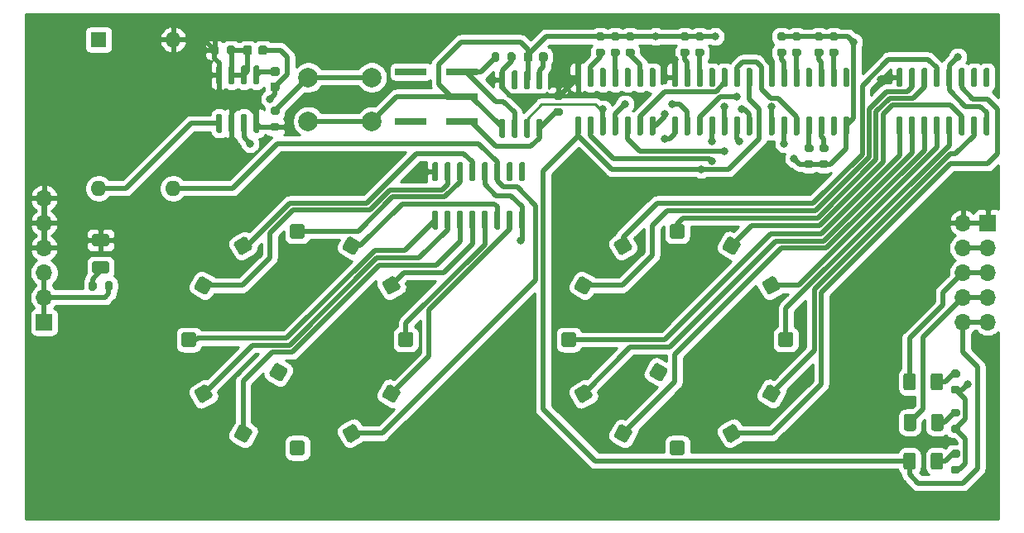
<source format=gbr>
%TF.GenerationSoftware,KiCad,Pcbnew,(5.1.10-1-10_14)*%
%TF.CreationDate,2021-09-11T23:53:04-04:00*%
%TF.ProjectId,clock,636c6f63-6b2e-46b6-9963-61645f706362,rev?*%
%TF.SameCoordinates,Original*%
%TF.FileFunction,Copper,L1,Top*%
%TF.FilePolarity,Positive*%
%FSLAX46Y46*%
G04 Gerber Fmt 4.6, Leading zero omitted, Abs format (unit mm)*
G04 Created by KiCad (PCBNEW (5.1.10-1-10_14)) date 2021-09-11 23:53:04*
%MOMM*%
%LPD*%
G01*
G04 APERTURE LIST*
%TA.AperFunction,ComponentPad*%
%ADD10R,1.600000X1.600000*%
%TD*%
%TA.AperFunction,ComponentPad*%
%ADD11O,1.600000X1.600000*%
%TD*%
%TA.AperFunction,SMDPad,CuDef*%
%ADD12R,3.180000X0.760000*%
%TD*%
%TA.AperFunction,ComponentPad*%
%ADD13C,2.000000*%
%TD*%
%TA.AperFunction,ComponentPad*%
%ADD14O,1.700000X1.700000*%
%TD*%
%TA.AperFunction,ComponentPad*%
%ADD15R,1.700000X1.700000*%
%TD*%
%TA.AperFunction,ViaPad*%
%ADD16C,0.800000*%
%TD*%
%TA.AperFunction,Conductor*%
%ADD17C,0.500000*%
%TD*%
%TA.AperFunction,Conductor*%
%ADD18C,0.250000*%
%TD*%
%TA.AperFunction,Conductor*%
%ADD19C,0.254000*%
%TD*%
%TA.AperFunction,Conductor*%
%ADD20C,0.100000*%
%TD*%
G04 APERTURE END LIST*
%TO.P,U12,2*%
%TO.N,GND*%
%TA.AperFunction,SMDPad,CuDef*%
G36*
G01*
X132705000Y-116695000D02*
X132705000Y-116145000D01*
G75*
G02*
X132905000Y-115945000I200000J0D01*
G01*
X133305000Y-115945000D01*
G75*
G02*
X133505000Y-116145000I0J-200000D01*
G01*
X133505000Y-116695000D01*
G75*
G02*
X133305000Y-116895000I-200000J0D01*
G01*
X132905000Y-116895000D01*
G75*
G02*
X132705000Y-116695000I0J200000D01*
G01*
G37*
%TD.AperFunction*%
%TO.P,U12,1*%
%TO.N,Net-(U11-Pad1)*%
%TA.AperFunction,SMDPad,CuDef*%
G36*
G01*
X131055000Y-116695000D02*
X131055000Y-116145000D01*
G75*
G02*
X131255000Y-115945000I200000J0D01*
G01*
X131655000Y-115945000D01*
G75*
G02*
X131855000Y-116145000I0J-200000D01*
G01*
X131855000Y-116695000D01*
G75*
G02*
X131655000Y-116895000I-200000J0D01*
G01*
X131255000Y-116895000D01*
G75*
G02*
X131055000Y-116695000I0J200000D01*
G01*
G37*
%TD.AperFunction*%
%TD*%
%TO.P,U11,2*%
%TO.N,VCC*%
%TA.AperFunction,SMDPad,CuDef*%
G36*
G01*
X132899000Y-112351000D02*
X131649000Y-112351000D01*
G75*
G02*
X131399000Y-112101000I0J250000D01*
G01*
X131399000Y-111351000D01*
G75*
G02*
X131649000Y-111101000I250000J0D01*
G01*
X132899000Y-111101000D01*
G75*
G02*
X133149000Y-111351000I0J-250000D01*
G01*
X133149000Y-112101000D01*
G75*
G02*
X132899000Y-112351000I-250000J0D01*
G01*
G37*
%TD.AperFunction*%
%TO.P,U11,1*%
%TO.N,Net-(U11-Pad1)*%
%TA.AperFunction,SMDPad,CuDef*%
G36*
G01*
X132899000Y-115151000D02*
X131649000Y-115151000D01*
G75*
G02*
X131399000Y-114901000I0J250000D01*
G01*
X131399000Y-114151000D01*
G75*
G02*
X131649000Y-113901000I250000J0D01*
G01*
X132899000Y-113901000D01*
G75*
G02*
X133149000Y-114151000I0J-250000D01*
G01*
X133149000Y-114901000D01*
G75*
G02*
X132899000Y-115151000I-250000J0D01*
G01*
G37*
%TD.AperFunction*%
%TD*%
%TO.P,U20,2*%
%TO.N,VCC*%
%TA.AperFunction,SMDPad,CuDef*%
G36*
G01*
X144355000Y-91995000D02*
X144355000Y-92545000D01*
G75*
G02*
X144155000Y-92745000I-200000J0D01*
G01*
X143755000Y-92745000D01*
G75*
G02*
X143555000Y-92545000I0J200000D01*
G01*
X143555000Y-91995000D01*
G75*
G02*
X143755000Y-91795000I200000J0D01*
G01*
X144155000Y-91795000D01*
G75*
G02*
X144355000Y-91995000I0J-200000D01*
G01*
G37*
%TD.AperFunction*%
%TO.P,U20,1*%
%TO.N,Net-(C2-Pad1)*%
%TA.AperFunction,SMDPad,CuDef*%
G36*
G01*
X146005000Y-91995000D02*
X146005000Y-92545000D01*
G75*
G02*
X145805000Y-92745000I-200000J0D01*
G01*
X145405000Y-92745000D01*
G75*
G02*
X145205000Y-92545000I0J200000D01*
G01*
X145205000Y-91995000D01*
G75*
G02*
X145405000Y-91795000I200000J0D01*
G01*
X145805000Y-91795000D01*
G75*
G02*
X146005000Y-91995000I0J-200000D01*
G01*
G37*
%TD.AperFunction*%
%TD*%
%TO.P,U23,8*%
%TO.N,VCC*%
%TA.AperFunction,SMDPad,CuDef*%
G36*
G01*
X173505000Y-96290000D02*
X173205000Y-96290000D01*
G75*
G02*
X173055000Y-96140000I0J150000D01*
G01*
X173055000Y-94490000D01*
G75*
G02*
X173205000Y-94340000I150000J0D01*
G01*
X173505000Y-94340000D01*
G75*
G02*
X173655000Y-94490000I0J-150000D01*
G01*
X173655000Y-96140000D01*
G75*
G02*
X173505000Y-96290000I-150000J0D01*
G01*
G37*
%TD.AperFunction*%
%TO.P,U23,7*%
%TO.N,Net-(U23-Pad7)*%
%TA.AperFunction,SMDPad,CuDef*%
G36*
G01*
X174775000Y-96290000D02*
X174475000Y-96290000D01*
G75*
G02*
X174325000Y-96140000I0J150000D01*
G01*
X174325000Y-94490000D01*
G75*
G02*
X174475000Y-94340000I150000J0D01*
G01*
X174775000Y-94340000D01*
G75*
G02*
X174925000Y-94490000I0J-150000D01*
G01*
X174925000Y-96140000D01*
G75*
G02*
X174775000Y-96290000I-150000J0D01*
G01*
G37*
%TD.AperFunction*%
%TO.P,U23,6*%
%TO.N,GND*%
%TA.AperFunction,SMDPad,CuDef*%
G36*
G01*
X176045000Y-96290000D02*
X175745000Y-96290000D01*
G75*
G02*
X175595000Y-96140000I0J150000D01*
G01*
X175595000Y-94490000D01*
G75*
G02*
X175745000Y-94340000I150000J0D01*
G01*
X176045000Y-94340000D01*
G75*
G02*
X176195000Y-94490000I0J-150000D01*
G01*
X176195000Y-96140000D01*
G75*
G02*
X176045000Y-96290000I-150000J0D01*
G01*
G37*
%TD.AperFunction*%
%TO.P,U23,5*%
%TO.N,Net-(C3-Pad2)*%
%TA.AperFunction,SMDPad,CuDef*%
G36*
G01*
X177315000Y-96290000D02*
X177015000Y-96290000D01*
G75*
G02*
X176865000Y-96140000I0J150000D01*
G01*
X176865000Y-94490000D01*
G75*
G02*
X177015000Y-94340000I150000J0D01*
G01*
X177315000Y-94340000D01*
G75*
G02*
X177465000Y-94490000I0J-150000D01*
G01*
X177465000Y-96140000D01*
G75*
G02*
X177315000Y-96290000I-150000J0D01*
G01*
G37*
%TD.AperFunction*%
%TO.P,U23,4*%
%TO.N,Net-(SW4-Pad3)*%
%TA.AperFunction,SMDPad,CuDef*%
G36*
G01*
X177315000Y-101240000D02*
X177015000Y-101240000D01*
G75*
G02*
X176865000Y-101090000I0J150000D01*
G01*
X176865000Y-99440000D01*
G75*
G02*
X177015000Y-99290000I150000J0D01*
G01*
X177315000Y-99290000D01*
G75*
G02*
X177465000Y-99440000I0J-150000D01*
G01*
X177465000Y-101090000D01*
G75*
G02*
X177315000Y-101240000I-150000J0D01*
G01*
G37*
%TD.AperFunction*%
%TO.P,U23,3*%
%TO.N,/Mode/DEBOUNCE_SWITCH*%
%TA.AperFunction,SMDPad,CuDef*%
G36*
G01*
X176045000Y-101240000D02*
X175745000Y-101240000D01*
G75*
G02*
X175595000Y-101090000I0J150000D01*
G01*
X175595000Y-99440000D01*
G75*
G02*
X175745000Y-99290000I150000J0D01*
G01*
X176045000Y-99290000D01*
G75*
G02*
X176195000Y-99440000I0J-150000D01*
G01*
X176195000Y-101090000D01*
G75*
G02*
X176045000Y-101240000I-150000J0D01*
G01*
G37*
%TD.AperFunction*%
%TO.P,U23,2*%
%TO.N,Net-(SW4-Pad1)*%
%TA.AperFunction,SMDPad,CuDef*%
G36*
G01*
X174775000Y-101240000D02*
X174475000Y-101240000D01*
G75*
G02*
X174325000Y-101090000I0J150000D01*
G01*
X174325000Y-99440000D01*
G75*
G02*
X174475000Y-99290000I150000J0D01*
G01*
X174775000Y-99290000D01*
G75*
G02*
X174925000Y-99440000I0J-150000D01*
G01*
X174925000Y-101090000D01*
G75*
G02*
X174775000Y-101240000I-150000J0D01*
G01*
G37*
%TD.AperFunction*%
%TO.P,U23,1*%
%TO.N,GND*%
%TA.AperFunction,SMDPad,CuDef*%
G36*
G01*
X173505000Y-101240000D02*
X173205000Y-101240000D01*
G75*
G02*
X173055000Y-101090000I0J150000D01*
G01*
X173055000Y-99440000D01*
G75*
G02*
X173205000Y-99290000I150000J0D01*
G01*
X173505000Y-99290000D01*
G75*
G02*
X173655000Y-99440000I0J-150000D01*
G01*
X173655000Y-101090000D01*
G75*
G02*
X173505000Y-101240000I-150000J0D01*
G01*
G37*
%TD.AperFunction*%
%TD*%
%TO.P,U22,2*%
%TO.N,VCC*%
%TA.AperFunction,SMDPad,CuDef*%
G36*
G01*
X179345000Y-97365000D02*
X178795000Y-97365000D01*
G75*
G02*
X178595000Y-97165000I0J200000D01*
G01*
X178595000Y-96765000D01*
G75*
G02*
X178795000Y-96565000I200000J0D01*
G01*
X179345000Y-96565000D01*
G75*
G02*
X179545000Y-96765000I0J-200000D01*
G01*
X179545000Y-97165000D01*
G75*
G02*
X179345000Y-97365000I-200000J0D01*
G01*
G37*
%TD.AperFunction*%
%TO.P,U22,1*%
%TO.N,Net-(SW4-Pad3)*%
%TA.AperFunction,SMDPad,CuDef*%
G36*
G01*
X179345000Y-99015000D02*
X178795000Y-99015000D01*
G75*
G02*
X178595000Y-98815000I0J200000D01*
G01*
X178595000Y-98415000D01*
G75*
G02*
X178795000Y-98215000I200000J0D01*
G01*
X179345000Y-98215000D01*
G75*
G02*
X179545000Y-98415000I0J-200000D01*
G01*
X179545000Y-98815000D01*
G75*
G02*
X179345000Y-99015000I-200000J0D01*
G01*
G37*
%TD.AperFunction*%
%TD*%
%TO.P,U21,2*%
%TO.N,VCC*%
%TA.AperFunction,SMDPad,CuDef*%
G36*
G01*
X173907000Y-93239000D02*
X173907000Y-92689000D01*
G75*
G02*
X174107000Y-92489000I200000J0D01*
G01*
X174507000Y-92489000D01*
G75*
G02*
X174707000Y-92689000I0J-200000D01*
G01*
X174707000Y-93239000D01*
G75*
G02*
X174507000Y-93439000I-200000J0D01*
G01*
X174107000Y-93439000D01*
G75*
G02*
X173907000Y-93239000I0J200000D01*
G01*
G37*
%TD.AperFunction*%
%TO.P,U21,1*%
%TO.N,Net-(SW4-Pad1)*%
%TA.AperFunction,SMDPad,CuDef*%
G36*
G01*
X172257000Y-93239000D02*
X172257000Y-92689000D01*
G75*
G02*
X172457000Y-92489000I200000J0D01*
G01*
X172857000Y-92489000D01*
G75*
G02*
X173057000Y-92689000I0J-200000D01*
G01*
X173057000Y-93239000D01*
G75*
G02*
X172857000Y-93439000I-200000J0D01*
G01*
X172457000Y-93439000D01*
G75*
G02*
X172257000Y-93239000I0J200000D01*
G01*
G37*
%TD.AperFunction*%
%TD*%
%TO.P,U19,8*%
%TO.N,VCC*%
%TA.AperFunction,SMDPad,CuDef*%
G36*
G01*
X144549000Y-95782000D02*
X144249000Y-95782000D01*
G75*
G02*
X144099000Y-95632000I0J150000D01*
G01*
X144099000Y-93982000D01*
G75*
G02*
X144249000Y-93832000I150000J0D01*
G01*
X144549000Y-93832000D01*
G75*
G02*
X144699000Y-93982000I0J-150000D01*
G01*
X144699000Y-95632000D01*
G75*
G02*
X144549000Y-95782000I-150000J0D01*
G01*
G37*
%TD.AperFunction*%
%TO.P,U19,7*%
%TO.N,Net-(C2-Pad1)*%
%TA.AperFunction,SMDPad,CuDef*%
G36*
G01*
X145819000Y-95782000D02*
X145519000Y-95782000D01*
G75*
G02*
X145369000Y-95632000I0J150000D01*
G01*
X145369000Y-93982000D01*
G75*
G02*
X145519000Y-93832000I150000J0D01*
G01*
X145819000Y-93832000D01*
G75*
G02*
X145969000Y-93982000I0J-150000D01*
G01*
X145969000Y-95632000D01*
G75*
G02*
X145819000Y-95782000I-150000J0D01*
G01*
G37*
%TD.AperFunction*%
%TO.P,U19,6*%
%TA.AperFunction,SMDPad,CuDef*%
G36*
G01*
X147089000Y-95782000D02*
X146789000Y-95782000D01*
G75*
G02*
X146639000Y-95632000I0J150000D01*
G01*
X146639000Y-93982000D01*
G75*
G02*
X146789000Y-93832000I150000J0D01*
G01*
X147089000Y-93832000D01*
G75*
G02*
X147239000Y-93982000I0J-150000D01*
G01*
X147239000Y-95632000D01*
G75*
G02*
X147089000Y-95782000I-150000J0D01*
G01*
G37*
%TD.AperFunction*%
%TO.P,U19,5*%
%TO.N,Net-(C1-Pad1)*%
%TA.AperFunction,SMDPad,CuDef*%
G36*
G01*
X148359000Y-95782000D02*
X148059000Y-95782000D01*
G75*
G02*
X147909000Y-95632000I0J150000D01*
G01*
X147909000Y-93982000D01*
G75*
G02*
X148059000Y-93832000I150000J0D01*
G01*
X148359000Y-93832000D01*
G75*
G02*
X148509000Y-93982000I0J-150000D01*
G01*
X148509000Y-95632000D01*
G75*
G02*
X148359000Y-95782000I-150000J0D01*
G01*
G37*
%TD.AperFunction*%
%TO.P,U19,4*%
%TO.N,VCC*%
%TA.AperFunction,SMDPad,CuDef*%
G36*
G01*
X148359000Y-100732000D02*
X148059000Y-100732000D01*
G75*
G02*
X147909000Y-100582000I0J150000D01*
G01*
X147909000Y-98932000D01*
G75*
G02*
X148059000Y-98782000I150000J0D01*
G01*
X148359000Y-98782000D01*
G75*
G02*
X148509000Y-98932000I0J-150000D01*
G01*
X148509000Y-100582000D01*
G75*
G02*
X148359000Y-100732000I-150000J0D01*
G01*
G37*
%TD.AperFunction*%
%TO.P,U19,3*%
%TO.N,/Manual Pulse/MANUAL_PULSE*%
%TA.AperFunction,SMDPad,CuDef*%
G36*
G01*
X147089000Y-100732000D02*
X146789000Y-100732000D01*
G75*
G02*
X146639000Y-100582000I0J150000D01*
G01*
X146639000Y-98932000D01*
G75*
G02*
X146789000Y-98782000I150000J0D01*
G01*
X147089000Y-98782000D01*
G75*
G02*
X147239000Y-98932000I0J-150000D01*
G01*
X147239000Y-100582000D01*
G75*
G02*
X147089000Y-100732000I-150000J0D01*
G01*
G37*
%TD.AperFunction*%
%TO.P,U19,2*%
%TO.N,VCC*%
%TA.AperFunction,SMDPad,CuDef*%
G36*
G01*
X145819000Y-100732000D02*
X145519000Y-100732000D01*
G75*
G02*
X145369000Y-100582000I0J150000D01*
G01*
X145369000Y-98932000D01*
G75*
G02*
X145519000Y-98782000I150000J0D01*
G01*
X145819000Y-98782000D01*
G75*
G02*
X145969000Y-98932000I0J-150000D01*
G01*
X145969000Y-100582000D01*
G75*
G02*
X145819000Y-100732000I-150000J0D01*
G01*
G37*
%TD.AperFunction*%
%TO.P,U19,1*%
%TO.N,GND*%
%TA.AperFunction,SMDPad,CuDef*%
G36*
G01*
X144549000Y-100732000D02*
X144249000Y-100732000D01*
G75*
G02*
X144099000Y-100582000I0J150000D01*
G01*
X144099000Y-98932000D01*
G75*
G02*
X144249000Y-98782000I150000J0D01*
G01*
X144549000Y-98782000D01*
G75*
G02*
X144699000Y-98932000I0J-150000D01*
G01*
X144699000Y-100582000D01*
G75*
G02*
X144549000Y-100732000I-150000J0D01*
G01*
G37*
%TD.AperFunction*%
%TD*%
%TO.P,U13,2*%
%TO.N,Net-(SW3-Pad2)*%
%TA.AperFunction,SMDPad,CuDef*%
G36*
G01*
X150389000Y-98889000D02*
X149839000Y-98889000D01*
G75*
G02*
X149639000Y-98689000I0J200000D01*
G01*
X149639000Y-98289000D01*
G75*
G02*
X149839000Y-98089000I200000J0D01*
G01*
X150389000Y-98089000D01*
G75*
G02*
X150589000Y-98289000I0J-200000D01*
G01*
X150589000Y-98689000D01*
G75*
G02*
X150389000Y-98889000I-200000J0D01*
G01*
G37*
%TD.AperFunction*%
%TO.P,U13,1*%
%TO.N,VCC*%
%TA.AperFunction,SMDPad,CuDef*%
G36*
G01*
X150389000Y-100539000D02*
X149839000Y-100539000D01*
G75*
G02*
X149639000Y-100339000I0J200000D01*
G01*
X149639000Y-99939000D01*
G75*
G02*
X149839000Y-99739000I200000J0D01*
G01*
X150389000Y-99739000D01*
G75*
G02*
X150589000Y-99939000I0J-200000D01*
G01*
X150589000Y-100339000D01*
G75*
G02*
X150389000Y-100539000I-200000J0D01*
G01*
G37*
%TD.AperFunction*%
%TD*%
%TO.P,U3,16*%
%TO.N,VCC*%
%TA.AperFunction,SMDPad,CuDef*%
G36*
G01*
X214145000Y-96036000D02*
X213845000Y-96036000D01*
G75*
G02*
X213695000Y-95886000I0J150000D01*
G01*
X213695000Y-94236000D01*
G75*
G02*
X213845000Y-94086000I150000J0D01*
G01*
X214145000Y-94086000D01*
G75*
G02*
X214295000Y-94236000I0J-150000D01*
G01*
X214295000Y-95886000D01*
G75*
G02*
X214145000Y-96036000I-150000J0D01*
G01*
G37*
%TD.AperFunction*%
%TO.P,U3,15*%
%TO.N,/Quartz Crystal/n+512*%
%TA.AperFunction,SMDPad,CuDef*%
G36*
G01*
X215415000Y-96036000D02*
X215115000Y-96036000D01*
G75*
G02*
X214965000Y-95886000I0J150000D01*
G01*
X214965000Y-94236000D01*
G75*
G02*
X215115000Y-94086000I150000J0D01*
G01*
X215415000Y-94086000D01*
G75*
G02*
X215565000Y-94236000I0J-150000D01*
G01*
X215565000Y-95886000D01*
G75*
G02*
X215415000Y-96036000I-150000J0D01*
G01*
G37*
%TD.AperFunction*%
%TO.P,U3,14*%
%TO.N,/Quartz Crystal/n+128*%
%TA.AperFunction,SMDPad,CuDef*%
G36*
G01*
X216685000Y-96036000D02*
X216385000Y-96036000D01*
G75*
G02*
X216235000Y-95886000I0J150000D01*
G01*
X216235000Y-94236000D01*
G75*
G02*
X216385000Y-94086000I150000J0D01*
G01*
X216685000Y-94086000D01*
G75*
G02*
X216835000Y-94236000I0J-150000D01*
G01*
X216835000Y-95886000D01*
G75*
G02*
X216685000Y-96036000I-150000J0D01*
G01*
G37*
%TD.AperFunction*%
%TO.P,U3,13*%
%TO.N,/Quartz Crystal/n+256*%
%TA.AperFunction,SMDPad,CuDef*%
G36*
G01*
X217955000Y-96036000D02*
X217655000Y-96036000D01*
G75*
G02*
X217505000Y-95886000I0J150000D01*
G01*
X217505000Y-94236000D01*
G75*
G02*
X217655000Y-94086000I150000J0D01*
G01*
X217955000Y-94086000D01*
G75*
G02*
X218105000Y-94236000I0J-150000D01*
G01*
X218105000Y-95886000D01*
G75*
G02*
X217955000Y-96036000I-150000J0D01*
G01*
G37*
%TD.AperFunction*%
%TO.P,U3,12*%
%TO.N,GND*%
%TA.AperFunction,SMDPad,CuDef*%
G36*
G01*
X219225000Y-96036000D02*
X218925000Y-96036000D01*
G75*
G02*
X218775000Y-95886000I0J150000D01*
G01*
X218775000Y-94236000D01*
G75*
G02*
X218925000Y-94086000I150000J0D01*
G01*
X219225000Y-94086000D01*
G75*
G02*
X219375000Y-94236000I0J-150000D01*
G01*
X219375000Y-95886000D01*
G75*
G02*
X219225000Y-96036000I-150000J0D01*
G01*
G37*
%TD.AperFunction*%
%TO.P,U3,11*%
%TO.N,/Quartz Crystal/n+FULL*%
%TA.AperFunction,SMDPad,CuDef*%
G36*
G01*
X220495000Y-96036000D02*
X220195000Y-96036000D01*
G75*
G02*
X220045000Y-95886000I0J150000D01*
G01*
X220045000Y-94236000D01*
G75*
G02*
X220195000Y-94086000I150000J0D01*
G01*
X220495000Y-94086000D01*
G75*
G02*
X220645000Y-94236000I0J-150000D01*
G01*
X220645000Y-95886000D01*
G75*
G02*
X220495000Y-96036000I-150000J0D01*
G01*
G37*
%TD.AperFunction*%
%TO.P,U3,10*%
%TO.N,Net-(U3-Pad10)*%
%TA.AperFunction,SMDPad,CuDef*%
G36*
G01*
X221765000Y-96036000D02*
X221465000Y-96036000D01*
G75*
G02*
X221315000Y-95886000I0J150000D01*
G01*
X221315000Y-94236000D01*
G75*
G02*
X221465000Y-94086000I150000J0D01*
G01*
X221765000Y-94086000D01*
G75*
G02*
X221915000Y-94236000I0J-150000D01*
G01*
X221915000Y-95886000D01*
G75*
G02*
X221765000Y-96036000I-150000J0D01*
G01*
G37*
%TD.AperFunction*%
%TO.P,U3,9*%
%TO.N,Net-(U3-Pad9)*%
%TA.AperFunction,SMDPad,CuDef*%
G36*
G01*
X223035000Y-96036000D02*
X222735000Y-96036000D01*
G75*
G02*
X222585000Y-95886000I0J150000D01*
G01*
X222585000Y-94236000D01*
G75*
G02*
X222735000Y-94086000I150000J0D01*
G01*
X223035000Y-94086000D01*
G75*
G02*
X223185000Y-94236000I0J-150000D01*
G01*
X223185000Y-95886000D01*
G75*
G02*
X223035000Y-96036000I-150000J0D01*
G01*
G37*
%TD.AperFunction*%
%TO.P,U3,8*%
%TO.N,GND*%
%TA.AperFunction,SMDPad,CuDef*%
G36*
G01*
X223035000Y-100986000D02*
X222735000Y-100986000D01*
G75*
G02*
X222585000Y-100836000I0J150000D01*
G01*
X222585000Y-99186000D01*
G75*
G02*
X222735000Y-99036000I150000J0D01*
G01*
X223035000Y-99036000D01*
G75*
G02*
X223185000Y-99186000I0J-150000D01*
G01*
X223185000Y-100836000D01*
G75*
G02*
X223035000Y-100986000I-150000J0D01*
G01*
G37*
%TD.AperFunction*%
%TO.P,U3,7*%
%TO.N,/Quartz Crystal/n+8*%
%TA.AperFunction,SMDPad,CuDef*%
G36*
G01*
X221765000Y-100986000D02*
X221465000Y-100986000D01*
G75*
G02*
X221315000Y-100836000I0J150000D01*
G01*
X221315000Y-99186000D01*
G75*
G02*
X221465000Y-99036000I150000J0D01*
G01*
X221765000Y-99036000D01*
G75*
G02*
X221915000Y-99186000I0J-150000D01*
G01*
X221915000Y-100836000D01*
G75*
G02*
X221765000Y-100986000I-150000J0D01*
G01*
G37*
%TD.AperFunction*%
%TO.P,U3,6*%
%TO.N,/Quartz Crystal/n+64*%
%TA.AperFunction,SMDPad,CuDef*%
G36*
G01*
X220495000Y-100986000D02*
X220195000Y-100986000D01*
G75*
G02*
X220045000Y-100836000I0J150000D01*
G01*
X220045000Y-99186000D01*
G75*
G02*
X220195000Y-99036000I150000J0D01*
G01*
X220495000Y-99036000D01*
G75*
G02*
X220645000Y-99186000I0J-150000D01*
G01*
X220645000Y-100836000D01*
G75*
G02*
X220495000Y-100986000I-150000J0D01*
G01*
G37*
%TD.AperFunction*%
%TO.P,U3,5*%
%TO.N,/Quartz Crystal/n+16*%
%TA.AperFunction,SMDPad,CuDef*%
G36*
G01*
X219225000Y-100986000D02*
X218925000Y-100986000D01*
G75*
G02*
X218775000Y-100836000I0J150000D01*
G01*
X218775000Y-99186000D01*
G75*
G02*
X218925000Y-99036000I150000J0D01*
G01*
X219225000Y-99036000D01*
G75*
G02*
X219375000Y-99186000I0J-150000D01*
G01*
X219375000Y-100836000D01*
G75*
G02*
X219225000Y-100986000I-150000J0D01*
G01*
G37*
%TD.AperFunction*%
%TO.P,U3,4*%
%TO.N,/Quartz Crystal/n+32*%
%TA.AperFunction,SMDPad,CuDef*%
G36*
G01*
X217955000Y-100986000D02*
X217655000Y-100986000D01*
G75*
G02*
X217505000Y-100836000I0J150000D01*
G01*
X217505000Y-99186000D01*
G75*
G02*
X217655000Y-99036000I150000J0D01*
G01*
X217955000Y-99036000D01*
G75*
G02*
X218105000Y-99186000I0J-150000D01*
G01*
X218105000Y-100836000D01*
G75*
G02*
X217955000Y-100986000I-150000J0D01*
G01*
G37*
%TD.AperFunction*%
%TO.P,U3,3*%
%TO.N,/Quartz Crystal/n+8192*%
%TA.AperFunction,SMDPad,CuDef*%
G36*
G01*
X216685000Y-100986000D02*
X216385000Y-100986000D01*
G75*
G02*
X216235000Y-100836000I0J150000D01*
G01*
X216235000Y-99186000D01*
G75*
G02*
X216385000Y-99036000I150000J0D01*
G01*
X216685000Y-99036000D01*
G75*
G02*
X216835000Y-99186000I0J-150000D01*
G01*
X216835000Y-100836000D01*
G75*
G02*
X216685000Y-100986000I-150000J0D01*
G01*
G37*
%TD.AperFunction*%
%TO.P,U3,2*%
%TO.N,/Quartz Crystal/n+4096*%
%TA.AperFunction,SMDPad,CuDef*%
G36*
G01*
X215415000Y-100986000D02*
X215115000Y-100986000D01*
G75*
G02*
X214965000Y-100836000I0J150000D01*
G01*
X214965000Y-99186000D01*
G75*
G02*
X215115000Y-99036000I150000J0D01*
G01*
X215415000Y-99036000D01*
G75*
G02*
X215565000Y-99186000I0J-150000D01*
G01*
X215565000Y-100836000D01*
G75*
G02*
X215415000Y-100986000I-150000J0D01*
G01*
G37*
%TD.AperFunction*%
%TO.P,U3,1*%
%TO.N,/Quartz Crystal/n+2048*%
%TA.AperFunction,SMDPad,CuDef*%
G36*
G01*
X214145000Y-100986000D02*
X213845000Y-100986000D01*
G75*
G02*
X213695000Y-100836000I0J150000D01*
G01*
X213695000Y-99186000D01*
G75*
G02*
X213845000Y-99036000I150000J0D01*
G01*
X214145000Y-99036000D01*
G75*
G02*
X214295000Y-99186000I0J-150000D01*
G01*
X214295000Y-100836000D01*
G75*
G02*
X214145000Y-100986000I-150000J0D01*
G01*
G37*
%TD.AperFunction*%
%TD*%
%TO.P,U2,16*%
%TO.N,VCC*%
%TA.AperFunction,SMDPad,CuDef*%
G36*
G01*
X166647000Y-105688000D02*
X166347000Y-105688000D01*
G75*
G02*
X166197000Y-105538000I0J150000D01*
G01*
X166197000Y-103888000D01*
G75*
G02*
X166347000Y-103738000I150000J0D01*
G01*
X166647000Y-103738000D01*
G75*
G02*
X166797000Y-103888000I0J-150000D01*
G01*
X166797000Y-105538000D01*
G75*
G02*
X166647000Y-105688000I-150000J0D01*
G01*
G37*
%TD.AperFunction*%
%TO.P,U2,15*%
%TO.N,/Quartz Crystal/512*%
%TA.AperFunction,SMDPad,CuDef*%
G36*
G01*
X167917000Y-105688000D02*
X167617000Y-105688000D01*
G75*
G02*
X167467000Y-105538000I0J150000D01*
G01*
X167467000Y-103888000D01*
G75*
G02*
X167617000Y-103738000I150000J0D01*
G01*
X167917000Y-103738000D01*
G75*
G02*
X168067000Y-103888000I0J-150000D01*
G01*
X168067000Y-105538000D01*
G75*
G02*
X167917000Y-105688000I-150000J0D01*
G01*
G37*
%TD.AperFunction*%
%TO.P,U2,14*%
%TO.N,/Quartz Crystal/128*%
%TA.AperFunction,SMDPad,CuDef*%
G36*
G01*
X169187000Y-105688000D02*
X168887000Y-105688000D01*
G75*
G02*
X168737000Y-105538000I0J150000D01*
G01*
X168737000Y-103888000D01*
G75*
G02*
X168887000Y-103738000I150000J0D01*
G01*
X169187000Y-103738000D01*
G75*
G02*
X169337000Y-103888000I0J-150000D01*
G01*
X169337000Y-105538000D01*
G75*
G02*
X169187000Y-105688000I-150000J0D01*
G01*
G37*
%TD.AperFunction*%
%TO.P,U2,13*%
%TO.N,/Quartz Crystal/256*%
%TA.AperFunction,SMDPad,CuDef*%
G36*
G01*
X170457000Y-105688000D02*
X170157000Y-105688000D01*
G75*
G02*
X170007000Y-105538000I0J150000D01*
G01*
X170007000Y-103888000D01*
G75*
G02*
X170157000Y-103738000I150000J0D01*
G01*
X170457000Y-103738000D01*
G75*
G02*
X170607000Y-103888000I0J-150000D01*
G01*
X170607000Y-105538000D01*
G75*
G02*
X170457000Y-105688000I-150000J0D01*
G01*
G37*
%TD.AperFunction*%
%TO.P,U2,12*%
%TO.N,GND*%
%TA.AperFunction,SMDPad,CuDef*%
G36*
G01*
X171727000Y-105688000D02*
X171427000Y-105688000D01*
G75*
G02*
X171277000Y-105538000I0J150000D01*
G01*
X171277000Y-103888000D01*
G75*
G02*
X171427000Y-103738000I150000J0D01*
G01*
X171727000Y-103738000D01*
G75*
G02*
X171877000Y-103888000I0J-150000D01*
G01*
X171877000Y-105538000D01*
G75*
G02*
X171727000Y-105688000I-150000J0D01*
G01*
G37*
%TD.AperFunction*%
%TO.P,U2,11*%
%TO.N,/Quartz Crystal/FULL*%
%TA.AperFunction,SMDPad,CuDef*%
G36*
G01*
X172997000Y-105688000D02*
X172697000Y-105688000D01*
G75*
G02*
X172547000Y-105538000I0J150000D01*
G01*
X172547000Y-103888000D01*
G75*
G02*
X172697000Y-103738000I150000J0D01*
G01*
X172997000Y-103738000D01*
G75*
G02*
X173147000Y-103888000I0J-150000D01*
G01*
X173147000Y-105538000D01*
G75*
G02*
X172997000Y-105688000I-150000J0D01*
G01*
G37*
%TD.AperFunction*%
%TO.P,U2,10*%
%TO.N,Net-(U2-Pad10)*%
%TA.AperFunction,SMDPad,CuDef*%
G36*
G01*
X174267000Y-105688000D02*
X173967000Y-105688000D01*
G75*
G02*
X173817000Y-105538000I0J150000D01*
G01*
X173817000Y-103888000D01*
G75*
G02*
X173967000Y-103738000I150000J0D01*
G01*
X174267000Y-103738000D01*
G75*
G02*
X174417000Y-103888000I0J-150000D01*
G01*
X174417000Y-105538000D01*
G75*
G02*
X174267000Y-105688000I-150000J0D01*
G01*
G37*
%TD.AperFunction*%
%TO.P,U2,9*%
%TO.N,Net-(U2-Pad9)*%
%TA.AperFunction,SMDPad,CuDef*%
G36*
G01*
X175537000Y-105688000D02*
X175237000Y-105688000D01*
G75*
G02*
X175087000Y-105538000I0J150000D01*
G01*
X175087000Y-103888000D01*
G75*
G02*
X175237000Y-103738000I150000J0D01*
G01*
X175537000Y-103738000D01*
G75*
G02*
X175687000Y-103888000I0J-150000D01*
G01*
X175687000Y-105538000D01*
G75*
G02*
X175537000Y-105688000I-150000J0D01*
G01*
G37*
%TD.AperFunction*%
%TO.P,U2,8*%
%TO.N,GND*%
%TA.AperFunction,SMDPad,CuDef*%
G36*
G01*
X175537000Y-110638000D02*
X175237000Y-110638000D01*
G75*
G02*
X175087000Y-110488000I0J150000D01*
G01*
X175087000Y-108838000D01*
G75*
G02*
X175237000Y-108688000I150000J0D01*
G01*
X175537000Y-108688000D01*
G75*
G02*
X175687000Y-108838000I0J-150000D01*
G01*
X175687000Y-110488000D01*
G75*
G02*
X175537000Y-110638000I-150000J0D01*
G01*
G37*
%TD.AperFunction*%
%TO.P,U2,7*%
%TO.N,/Quartz Crystal/8*%
%TA.AperFunction,SMDPad,CuDef*%
G36*
G01*
X174267000Y-110638000D02*
X173967000Y-110638000D01*
G75*
G02*
X173817000Y-110488000I0J150000D01*
G01*
X173817000Y-108838000D01*
G75*
G02*
X173967000Y-108688000I150000J0D01*
G01*
X174267000Y-108688000D01*
G75*
G02*
X174417000Y-108838000I0J-150000D01*
G01*
X174417000Y-110488000D01*
G75*
G02*
X174267000Y-110638000I-150000J0D01*
G01*
G37*
%TD.AperFunction*%
%TO.P,U2,6*%
%TO.N,/Quartz Crystal/64*%
%TA.AperFunction,SMDPad,CuDef*%
G36*
G01*
X172997000Y-110638000D02*
X172697000Y-110638000D01*
G75*
G02*
X172547000Y-110488000I0J150000D01*
G01*
X172547000Y-108838000D01*
G75*
G02*
X172697000Y-108688000I150000J0D01*
G01*
X172997000Y-108688000D01*
G75*
G02*
X173147000Y-108838000I0J-150000D01*
G01*
X173147000Y-110488000D01*
G75*
G02*
X172997000Y-110638000I-150000J0D01*
G01*
G37*
%TD.AperFunction*%
%TO.P,U2,5*%
%TO.N,/Quartz Crystal/16*%
%TA.AperFunction,SMDPad,CuDef*%
G36*
G01*
X171727000Y-110638000D02*
X171427000Y-110638000D01*
G75*
G02*
X171277000Y-110488000I0J150000D01*
G01*
X171277000Y-108838000D01*
G75*
G02*
X171427000Y-108688000I150000J0D01*
G01*
X171727000Y-108688000D01*
G75*
G02*
X171877000Y-108838000I0J-150000D01*
G01*
X171877000Y-110488000D01*
G75*
G02*
X171727000Y-110638000I-150000J0D01*
G01*
G37*
%TD.AperFunction*%
%TO.P,U2,4*%
%TO.N,/Quartz Crystal/32*%
%TA.AperFunction,SMDPad,CuDef*%
G36*
G01*
X170457000Y-110638000D02*
X170157000Y-110638000D01*
G75*
G02*
X170007000Y-110488000I0J150000D01*
G01*
X170007000Y-108838000D01*
G75*
G02*
X170157000Y-108688000I150000J0D01*
G01*
X170457000Y-108688000D01*
G75*
G02*
X170607000Y-108838000I0J-150000D01*
G01*
X170607000Y-110488000D01*
G75*
G02*
X170457000Y-110638000I-150000J0D01*
G01*
G37*
%TD.AperFunction*%
%TO.P,U2,3*%
%TO.N,/Quartz Crystal/8192*%
%TA.AperFunction,SMDPad,CuDef*%
G36*
G01*
X169187000Y-110638000D02*
X168887000Y-110638000D01*
G75*
G02*
X168737000Y-110488000I0J150000D01*
G01*
X168737000Y-108838000D01*
G75*
G02*
X168887000Y-108688000I150000J0D01*
G01*
X169187000Y-108688000D01*
G75*
G02*
X169337000Y-108838000I0J-150000D01*
G01*
X169337000Y-110488000D01*
G75*
G02*
X169187000Y-110638000I-150000J0D01*
G01*
G37*
%TD.AperFunction*%
%TO.P,U2,2*%
%TO.N,/Quartz Crystal/4096*%
%TA.AperFunction,SMDPad,CuDef*%
G36*
G01*
X167917000Y-110638000D02*
X167617000Y-110638000D01*
G75*
G02*
X167467000Y-110488000I0J150000D01*
G01*
X167467000Y-108838000D01*
G75*
G02*
X167617000Y-108688000I150000J0D01*
G01*
X167917000Y-108688000D01*
G75*
G02*
X168067000Y-108838000I0J-150000D01*
G01*
X168067000Y-110488000D01*
G75*
G02*
X167917000Y-110638000I-150000J0D01*
G01*
G37*
%TD.AperFunction*%
%TO.P,U2,1*%
%TO.N,/Quartz Crystal/2048*%
%TA.AperFunction,SMDPad,CuDef*%
G36*
G01*
X166647000Y-110638000D02*
X166347000Y-110638000D01*
G75*
G02*
X166197000Y-110488000I0J150000D01*
G01*
X166197000Y-108838000D01*
G75*
G02*
X166347000Y-108688000I150000J0D01*
G01*
X166647000Y-108688000D01*
G75*
G02*
X166797000Y-108838000I0J-150000D01*
G01*
X166797000Y-110488000D01*
G75*
G02*
X166647000Y-110638000I-150000J0D01*
G01*
G37*
%TD.AperFunction*%
%TD*%
D10*
%TO.P,U1,1*%
%TO.N,Net-(U1-Pad1)*%
X132080000Y-91186000D03*
D11*
%TO.P,U1,3*%
%TO.N,/Quartz Crystal/FULL*%
X139700000Y-106426000D03*
%TO.P,U1,2*%
%TO.N,GND*%
X132080000Y-106426000D03*
%TO.P,U1,4*%
%TO.N,VCC*%
X139700000Y-91186000D03*
%TD*%
D12*
%TO.P,SW4,1*%
%TO.N,Net-(SW4-Pad1)*%
X169224000Y-94488000D03*
%TO.P,SW4,4*%
%TO.N,N/C*%
X164024000Y-94488000D03*
%TO.P,SW4,6*%
X164024000Y-99568000D03*
%TO.P,SW4,3*%
%TO.N,Net-(SW4-Pad3)*%
X169224000Y-99568000D03*
%TO.P,SW4,2*%
%TO.N,GND*%
X169224000Y-97028000D03*
%TD*%
D13*
%TO.P,SW3,1*%
%TO.N,GND*%
X153520000Y-99568000D03*
%TO.P,SW3,2*%
%TO.N,Net-(SW3-Pad2)*%
X153520000Y-95068000D03*
%TO.P,SW3,1*%
%TO.N,GND*%
X160020000Y-99568000D03*
%TO.P,SW3,2*%
%TO.N,Net-(SW3-Pad2)*%
X160020000Y-95068000D03*
%TD*%
%TO.P,SW2,13*%
%TO.N,/Quartz Crystal/QUARTZ_OUT*%
%TA.AperFunction,ComponentPad*%
G36*
G01*
X188395910Y-125360213D02*
X188958266Y-124386183D01*
G75*
G02*
X189230985Y-124313108I172897J-99822D01*
G01*
X190205015Y-124875464D01*
G75*
G02*
X190278090Y-125148183I-99822J-172897D01*
G01*
X189715734Y-126122213D01*
G75*
G02*
X189443015Y-126195288I-172897J99822D01*
G01*
X188468985Y-125632932D01*
G75*
G02*
X188395910Y-125360213I99822J172897D01*
G01*
G37*
%TD.AperFunction*%
%TO.P,SW2,2*%
%TO.N,/Quartz Crystal/n+8192*%
%TA.AperFunction,ComponentPad*%
G36*
G01*
X184779570Y-131643897D02*
X185341926Y-130669867D01*
G75*
G02*
X185614645Y-130596792I172897J-99822D01*
G01*
X186588675Y-131159148D01*
G75*
G02*
X186661750Y-131431867I-99822J-172897D01*
G01*
X186099394Y-132405897D01*
G75*
G02*
X185826675Y-132478972I-172897J99822D01*
G01*
X184852645Y-131916616D01*
G75*
G02*
X184779570Y-131643897I99822J172897D01*
G01*
G37*
%TD.AperFunction*%
%TO.P,SW2,3*%
%TO.N,/Quartz Crystal/n+4096*%
%TA.AperFunction,ComponentPad*%
G36*
G01*
X180786103Y-127099926D02*
X181760133Y-126537570D01*
G75*
G02*
X182032852Y-126610645I99822J-172897D01*
G01*
X182595208Y-127584675D01*
G75*
G02*
X182522133Y-127857394I-172897J-99822D01*
G01*
X181548103Y-128419750D01*
G75*
G02*
X181275384Y-128346675I-99822J172897D01*
G01*
X180713028Y-127372645D01*
G75*
G02*
X180786103Y-127099926I172897J99822D01*
G01*
G37*
%TD.AperFunction*%
%TO.P,SW2,4*%
%TO.N,/Quartz Crystal/n+2048*%
%TA.AperFunction,ComponentPad*%
G36*
G01*
X179599644Y-121168000D02*
X180724356Y-121168000D01*
G75*
G02*
X180924000Y-121367644I0J-199644D01*
G01*
X180924000Y-122492356D01*
G75*
G02*
X180724356Y-122692000I-199644J0D01*
G01*
X179599644Y-122692000D01*
G75*
G02*
X179400000Y-122492356I0J199644D01*
G01*
X179400000Y-121367644D01*
G75*
G02*
X179599644Y-121168000I199644J0D01*
G01*
G37*
%TD.AperFunction*%
%TO.P,SW2,5*%
%TO.N,/Quartz Crystal/n+512*%
%TA.AperFunction,ComponentPad*%
G36*
G01*
X181538103Y-115437570D02*
X182512133Y-115999926D01*
G75*
G02*
X182585208Y-116272645I-99822J-172897D01*
G01*
X182022852Y-117246675D01*
G75*
G02*
X181750133Y-117319750I-172897J99822D01*
G01*
X180776103Y-116757394D01*
G75*
G02*
X180703028Y-116484675I99822J172897D01*
G01*
X181265384Y-115510645D01*
G75*
G02*
X181538103Y-115437570I172897J-99822D01*
G01*
G37*
%TD.AperFunction*%
%TO.P,SW2,6*%
%TO.N,/Quartz Crystal/n+256*%
%TA.AperFunction,ComponentPad*%
G36*
G01*
X186082074Y-111444103D02*
X186644430Y-112418133D01*
G75*
G02*
X186571355Y-112690852I-172897J-99822D01*
G01*
X185597325Y-113253208D01*
G75*
G02*
X185324606Y-113180133I-99822J172897D01*
G01*
X184762250Y-112206103D01*
G75*
G02*
X184835325Y-111933384I172897J99822D01*
G01*
X185809355Y-111371028D01*
G75*
G02*
X186082074Y-111444103I99822J-172897D01*
G01*
G37*
%TD.AperFunction*%
%TO.P,SW2,7*%
%TO.N,/Quartz Crystal/n+128*%
%TA.AperFunction,ComponentPad*%
G36*
G01*
X192014000Y-110257644D02*
X192014000Y-111382356D01*
G75*
G02*
X191814356Y-111582000I-199644J0D01*
G01*
X190689644Y-111582000D01*
G75*
G02*
X190490000Y-111382356I0J199644D01*
G01*
X190490000Y-110257644D01*
G75*
G02*
X190689644Y-110058000I199644J0D01*
G01*
X191814356Y-110058000D01*
G75*
G02*
X192014000Y-110257644I0J-199644D01*
G01*
G37*
%TD.AperFunction*%
%TO.P,SW2,8*%
%TO.N,/Quartz Crystal/n+64*%
%TA.AperFunction,ComponentPad*%
G36*
G01*
X197744430Y-112196103D02*
X197182074Y-113170133D01*
G75*
G02*
X196909355Y-113243208I-172897J99822D01*
G01*
X195935325Y-112680852D01*
G75*
G02*
X195862250Y-112408133I99822J172897D01*
G01*
X196424606Y-111434103D01*
G75*
G02*
X196697325Y-111361028I172897J-99822D01*
G01*
X197671355Y-111923384D01*
G75*
G02*
X197744430Y-112196103I-99822J-172897D01*
G01*
G37*
%TD.AperFunction*%
%TO.P,SW2,9*%
%TO.N,/Quartz Crystal/n+32*%
%TA.AperFunction,ComponentPad*%
G36*
G01*
X201737897Y-116740074D02*
X200763867Y-117302430D01*
G75*
G02*
X200491148Y-117229355I-99822J172897D01*
G01*
X199928792Y-116255325D01*
G75*
G02*
X200001867Y-115982606I172897J99822D01*
G01*
X200975897Y-115420250D01*
G75*
G02*
X201248616Y-115493325I99822J-172897D01*
G01*
X201810972Y-116467355D01*
G75*
G02*
X201737897Y-116740074I-172897J-99822D01*
G01*
G37*
%TD.AperFunction*%
%TO.P,SW2,10*%
%TO.N,/Quartz Crystal/n+16*%
%TA.AperFunction,ComponentPad*%
G36*
G01*
X202924356Y-122672000D02*
X201799644Y-122672000D01*
G75*
G02*
X201600000Y-122472356I0J199644D01*
G01*
X201600000Y-121347644D01*
G75*
G02*
X201799644Y-121148000I199644J0D01*
G01*
X202924356Y-121148000D01*
G75*
G02*
X203124000Y-121347644I0J-199644D01*
G01*
X203124000Y-122472356D01*
G75*
G02*
X202924356Y-122672000I-199644J0D01*
G01*
G37*
%TD.AperFunction*%
%TO.P,SW2,11*%
%TO.N,/Quartz Crystal/n+8*%
%TA.AperFunction,ComponentPad*%
G36*
G01*
X200985897Y-128402430D02*
X200011867Y-127840074D01*
G75*
G02*
X199938792Y-127567355I99822J172897D01*
G01*
X200501148Y-126593325D01*
G75*
G02*
X200773867Y-126520250I172897J-99822D01*
G01*
X201747897Y-127082606D01*
G75*
G02*
X201820972Y-127355325I-99822J-172897D01*
G01*
X201258616Y-128329355D01*
G75*
G02*
X200985897Y-128402430I-172897J99822D01*
G01*
G37*
%TD.AperFunction*%
%TO.P,SW2,12*%
%TO.N,/Quartz Crystal/n+FULL*%
%TA.AperFunction,ComponentPad*%
G36*
G01*
X196441926Y-132395897D02*
X195879570Y-131421867D01*
G75*
G02*
X195952645Y-131149148I172897J99822D01*
G01*
X196926675Y-130586792D01*
G75*
G02*
X197199394Y-130659867I99822J-172897D01*
G01*
X197761750Y-131633897D01*
G75*
G02*
X197688675Y-131906616I-172897J-99822D01*
G01*
X196714645Y-132468972D01*
G75*
G02*
X196441926Y-132395897I-99822J172897D01*
G01*
G37*
%TD.AperFunction*%
%TO.P,SW2,1*%
%TO.N,Net-(SW2-Pad1)*%
%TA.AperFunction,ComponentPad*%
G36*
G01*
X190510000Y-133582356D02*
X190510000Y-132457644D01*
G75*
G02*
X190709644Y-132258000I199644J0D01*
G01*
X191834356Y-132258000D01*
G75*
G02*
X192034000Y-132457644I0J-199644D01*
G01*
X192034000Y-133582356D01*
G75*
G02*
X191834356Y-133782000I-199644J0D01*
G01*
X190709644Y-133782000D01*
G75*
G02*
X190510000Y-133582356I0J199644D01*
G01*
G37*
%TD.AperFunction*%
%TD*%
%TO.P,SW1,13*%
%TO.N,/Quartz Crystal/n+FULL*%
%TA.AperFunction,ComponentPad*%
G36*
G01*
X149533910Y-125360213D02*
X150096266Y-124386183D01*
G75*
G02*
X150368985Y-124313108I172897J-99822D01*
G01*
X151343015Y-124875464D01*
G75*
G02*
X151416090Y-125148183I-99822J-172897D01*
G01*
X150853734Y-126122213D01*
G75*
G02*
X150581015Y-126195288I-172897J99822D01*
G01*
X149606985Y-125632932D01*
G75*
G02*
X149533910Y-125360213I99822J172897D01*
G01*
G37*
%TD.AperFunction*%
%TO.P,SW1,2*%
%TO.N,/Quartz Crystal/8192*%
%TA.AperFunction,ComponentPad*%
G36*
G01*
X145917570Y-131643897D02*
X146479926Y-130669867D01*
G75*
G02*
X146752645Y-130596792I172897J-99822D01*
G01*
X147726675Y-131159148D01*
G75*
G02*
X147799750Y-131431867I-99822J-172897D01*
G01*
X147237394Y-132405897D01*
G75*
G02*
X146964675Y-132478972I-172897J99822D01*
G01*
X145990645Y-131916616D01*
G75*
G02*
X145917570Y-131643897I99822J172897D01*
G01*
G37*
%TD.AperFunction*%
%TO.P,SW1,3*%
%TO.N,/Quartz Crystal/4096*%
%TA.AperFunction,ComponentPad*%
G36*
G01*
X141924103Y-127099926D02*
X142898133Y-126537570D01*
G75*
G02*
X143170852Y-126610645I99822J-172897D01*
G01*
X143733208Y-127584675D01*
G75*
G02*
X143660133Y-127857394I-172897J-99822D01*
G01*
X142686103Y-128419750D01*
G75*
G02*
X142413384Y-128346675I-99822J172897D01*
G01*
X141851028Y-127372645D01*
G75*
G02*
X141924103Y-127099926I172897J99822D01*
G01*
G37*
%TD.AperFunction*%
%TO.P,SW1,4*%
%TO.N,/Quartz Crystal/2048*%
%TA.AperFunction,ComponentPad*%
G36*
G01*
X140737644Y-121168000D02*
X141862356Y-121168000D01*
G75*
G02*
X142062000Y-121367644I0J-199644D01*
G01*
X142062000Y-122492356D01*
G75*
G02*
X141862356Y-122692000I-199644J0D01*
G01*
X140737644Y-122692000D01*
G75*
G02*
X140538000Y-122492356I0J199644D01*
G01*
X140538000Y-121367644D01*
G75*
G02*
X140737644Y-121168000I199644J0D01*
G01*
G37*
%TD.AperFunction*%
%TO.P,SW1,5*%
%TO.N,/Quartz Crystal/512*%
%TA.AperFunction,ComponentPad*%
G36*
G01*
X142676103Y-115437570D02*
X143650133Y-115999926D01*
G75*
G02*
X143723208Y-116272645I-99822J-172897D01*
G01*
X143160852Y-117246675D01*
G75*
G02*
X142888133Y-117319750I-172897J99822D01*
G01*
X141914103Y-116757394D01*
G75*
G02*
X141841028Y-116484675I99822J172897D01*
G01*
X142403384Y-115510645D01*
G75*
G02*
X142676103Y-115437570I172897J-99822D01*
G01*
G37*
%TD.AperFunction*%
%TO.P,SW1,6*%
%TO.N,/Quartz Crystal/256*%
%TA.AperFunction,ComponentPad*%
G36*
G01*
X147220074Y-111444103D02*
X147782430Y-112418133D01*
G75*
G02*
X147709355Y-112690852I-172897J-99822D01*
G01*
X146735325Y-113253208D01*
G75*
G02*
X146462606Y-113180133I-99822J172897D01*
G01*
X145900250Y-112206103D01*
G75*
G02*
X145973325Y-111933384I172897J99822D01*
G01*
X146947355Y-111371028D01*
G75*
G02*
X147220074Y-111444103I99822J-172897D01*
G01*
G37*
%TD.AperFunction*%
%TO.P,SW1,7*%
%TO.N,/Quartz Crystal/128*%
%TA.AperFunction,ComponentPad*%
G36*
G01*
X153152000Y-110257644D02*
X153152000Y-111382356D01*
G75*
G02*
X152952356Y-111582000I-199644J0D01*
G01*
X151827644Y-111582000D01*
G75*
G02*
X151628000Y-111382356I0J199644D01*
G01*
X151628000Y-110257644D01*
G75*
G02*
X151827644Y-110058000I199644J0D01*
G01*
X152952356Y-110058000D01*
G75*
G02*
X153152000Y-110257644I0J-199644D01*
G01*
G37*
%TD.AperFunction*%
%TO.P,SW1,8*%
%TO.N,/Quartz Crystal/64*%
%TA.AperFunction,ComponentPad*%
G36*
G01*
X158882430Y-112196103D02*
X158320074Y-113170133D01*
G75*
G02*
X158047355Y-113243208I-172897J99822D01*
G01*
X157073325Y-112680852D01*
G75*
G02*
X157000250Y-112408133I99822J172897D01*
G01*
X157562606Y-111434103D01*
G75*
G02*
X157835325Y-111361028I172897J-99822D01*
G01*
X158809355Y-111923384D01*
G75*
G02*
X158882430Y-112196103I-99822J-172897D01*
G01*
G37*
%TD.AperFunction*%
%TO.P,SW1,9*%
%TO.N,/Quartz Crystal/32*%
%TA.AperFunction,ComponentPad*%
G36*
G01*
X162875897Y-116740074D02*
X161901867Y-117302430D01*
G75*
G02*
X161629148Y-117229355I-99822J172897D01*
G01*
X161066792Y-116255325D01*
G75*
G02*
X161139867Y-115982606I172897J99822D01*
G01*
X162113897Y-115420250D01*
G75*
G02*
X162386616Y-115493325I99822J-172897D01*
G01*
X162948972Y-116467355D01*
G75*
G02*
X162875897Y-116740074I-172897J-99822D01*
G01*
G37*
%TD.AperFunction*%
%TO.P,SW1,10*%
%TO.N,/Quartz Crystal/16*%
%TA.AperFunction,ComponentPad*%
G36*
G01*
X164062356Y-122672000D02*
X162937644Y-122672000D01*
G75*
G02*
X162738000Y-122472356I0J199644D01*
G01*
X162738000Y-121347644D01*
G75*
G02*
X162937644Y-121148000I199644J0D01*
G01*
X164062356Y-121148000D01*
G75*
G02*
X164262000Y-121347644I0J-199644D01*
G01*
X164262000Y-122472356D01*
G75*
G02*
X164062356Y-122672000I-199644J0D01*
G01*
G37*
%TD.AperFunction*%
%TO.P,SW1,11*%
%TO.N,/Quartz Crystal/8*%
%TA.AperFunction,ComponentPad*%
G36*
G01*
X162123897Y-128402430D02*
X161149867Y-127840074D01*
G75*
G02*
X161076792Y-127567355I99822J172897D01*
G01*
X161639148Y-126593325D01*
G75*
G02*
X161911867Y-126520250I172897J-99822D01*
G01*
X162885897Y-127082606D01*
G75*
G02*
X162958972Y-127355325I-99822J-172897D01*
G01*
X162396616Y-128329355D01*
G75*
G02*
X162123897Y-128402430I-172897J99822D01*
G01*
G37*
%TD.AperFunction*%
%TO.P,SW1,12*%
%TO.N,/Quartz Crystal/FULL*%
%TA.AperFunction,ComponentPad*%
G36*
G01*
X157579926Y-132395897D02*
X157017570Y-131421867D01*
G75*
G02*
X157090645Y-131149148I172897J99822D01*
G01*
X158064675Y-130586792D01*
G75*
G02*
X158337394Y-130659867I99822J-172897D01*
G01*
X158899750Y-131633897D01*
G75*
G02*
X158826675Y-131906616I-172897J-99822D01*
G01*
X157852645Y-132468972D01*
G75*
G02*
X157579926Y-132395897I-99822J172897D01*
G01*
G37*
%TD.AperFunction*%
%TO.P,SW1,1*%
%TO.N,Net-(SW1-Pad1)*%
%TA.AperFunction,ComponentPad*%
G36*
G01*
X151648000Y-133582356D02*
X151648000Y-132457644D01*
G75*
G02*
X151847644Y-132258000I199644J0D01*
G01*
X152972356Y-132258000D01*
G75*
G02*
X153172000Y-132457644I0J-199644D01*
G01*
X153172000Y-133582356D01*
G75*
G02*
X152972356Y-133782000I-199644J0D01*
G01*
X151847644Y-133782000D01*
G75*
G02*
X151648000Y-133582356I0J199644D01*
G01*
G37*
%TD.AperFunction*%
%TD*%
%TO.P,C3,2*%
%TO.N,Net-(C3-Pad2)*%
%TA.AperFunction,SMDPad,CuDef*%
G36*
G01*
X177109000Y-93214000D02*
X177109000Y-92714000D01*
G75*
G02*
X177334000Y-92489000I225000J0D01*
G01*
X177784000Y-92489000D01*
G75*
G02*
X178009000Y-92714000I0J-225000D01*
G01*
X178009000Y-93214000D01*
G75*
G02*
X177784000Y-93439000I-225000J0D01*
G01*
X177334000Y-93439000D01*
G75*
G02*
X177109000Y-93214000I0J225000D01*
G01*
G37*
%TD.AperFunction*%
%TO.P,C3,1*%
%TO.N,GND*%
%TA.AperFunction,SMDPad,CuDef*%
G36*
G01*
X175559000Y-93214000D02*
X175559000Y-92714000D01*
G75*
G02*
X175784000Y-92489000I225000J0D01*
G01*
X176234000Y-92489000D01*
G75*
G02*
X176459000Y-92714000I0J-225000D01*
G01*
X176459000Y-93214000D01*
G75*
G02*
X176234000Y-93439000I-225000J0D01*
G01*
X175784000Y-93439000D01*
G75*
G02*
X175559000Y-93214000I0J225000D01*
G01*
G37*
%TD.AperFunction*%
%TD*%
%TO.P,C2,2*%
%TO.N,GND*%
%TA.AperFunction,SMDPad,CuDef*%
G36*
G01*
X148407000Y-92520000D02*
X148407000Y-92020000D01*
G75*
G02*
X148632000Y-91795000I225000J0D01*
G01*
X149082000Y-91795000D01*
G75*
G02*
X149307000Y-92020000I0J-225000D01*
G01*
X149307000Y-92520000D01*
G75*
G02*
X149082000Y-92745000I-225000J0D01*
G01*
X148632000Y-92745000D01*
G75*
G02*
X148407000Y-92520000I0J225000D01*
G01*
G37*
%TD.AperFunction*%
%TO.P,C2,1*%
%TO.N,Net-(C2-Pad1)*%
%TA.AperFunction,SMDPad,CuDef*%
G36*
G01*
X146857000Y-92520000D02*
X146857000Y-92020000D01*
G75*
G02*
X147082000Y-91795000I225000J0D01*
G01*
X147532000Y-91795000D01*
G75*
G02*
X147757000Y-92020000I0J-225000D01*
G01*
X147757000Y-92520000D01*
G75*
G02*
X147532000Y-92745000I-225000J0D01*
G01*
X147082000Y-92745000D01*
G75*
G02*
X146857000Y-92520000I0J225000D01*
G01*
G37*
%TD.AperFunction*%
%TD*%
%TO.P,C1,2*%
%TO.N,GND*%
%TA.AperFunction,SMDPad,CuDef*%
G36*
G01*
X149864000Y-95562000D02*
X150364000Y-95562000D01*
G75*
G02*
X150589000Y-95787000I0J-225000D01*
G01*
X150589000Y-96237000D01*
G75*
G02*
X150364000Y-96462000I-225000J0D01*
G01*
X149864000Y-96462000D01*
G75*
G02*
X149639000Y-96237000I0J225000D01*
G01*
X149639000Y-95787000D01*
G75*
G02*
X149864000Y-95562000I225000J0D01*
G01*
G37*
%TD.AperFunction*%
%TO.P,C1,1*%
%TO.N,Net-(C1-Pad1)*%
%TA.AperFunction,SMDPad,CuDef*%
G36*
G01*
X149864000Y-94012000D02*
X150364000Y-94012000D01*
G75*
G02*
X150589000Y-94237000I0J-225000D01*
G01*
X150589000Y-94687000D01*
G75*
G02*
X150364000Y-94912000I-225000J0D01*
G01*
X149864000Y-94912000D01*
G75*
G02*
X149639000Y-94687000I0J225000D01*
G01*
X149639000Y-94237000D01*
G75*
G02*
X149864000Y-94012000I225000J0D01*
G01*
G37*
%TD.AperFunction*%
%TD*%
D14*
%TO.P,J2,6*%
%TO.N,VCC*%
X126492000Y-107442000D03*
%TO.P,J2,5*%
X126492000Y-109982000D03*
%TO.P,J2,4*%
X126492000Y-112522000D03*
%TO.P,J2,3*%
%TO.N,GND*%
X126492000Y-115062000D03*
%TO.P,J2,2*%
X126492000Y-117602000D03*
D15*
%TO.P,J2,1*%
X126492000Y-120142000D03*
%TD*%
D14*
%TO.P,J1,10*%
%TO.N,CLOCK*%
X220472000Y-120142000D03*
%TO.P,J1,9*%
X223012000Y-120142000D03*
%TO.P,J1,8*%
%TO.N,~CLOCK*%
X220472000Y-117602000D03*
%TO.P,J1,7*%
X223012000Y-117602000D03*
%TO.P,J1,6*%
%TO.N,HALT*%
X220472000Y-115062000D03*
%TO.P,J1,5*%
X223012000Y-115062000D03*
%TO.P,J1,4*%
%TO.N,GND*%
X220472000Y-112522000D03*
%TO.P,J1,3*%
X223012000Y-112522000D03*
%TO.P,J1,2*%
%TO.N,VCC*%
X220472000Y-109982000D03*
D15*
%TO.P,J1,1*%
X223012000Y-109982000D03*
%TD*%
%TO.P,U9,2*%
%TO.N,HALT*%
%TA.AperFunction,SMDPad,CuDef*%
G36*
G01*
X215633000Y-125613000D02*
X215633000Y-126863000D01*
G75*
G02*
X215383000Y-127113000I-250000J0D01*
G01*
X214633000Y-127113000D01*
G75*
G02*
X214383000Y-126863000I0J250000D01*
G01*
X214383000Y-125613000D01*
G75*
G02*
X214633000Y-125363000I250000J0D01*
G01*
X215383000Y-125363000D01*
G75*
G02*
X215633000Y-125613000I0J-250000D01*
G01*
G37*
%TD.AperFunction*%
%TO.P,U9,1*%
%TO.N,Net-(U10-Pad1)*%
%TA.AperFunction,SMDPad,CuDef*%
G36*
G01*
X218433000Y-125613000D02*
X218433000Y-126863000D01*
G75*
G02*
X218183000Y-127113000I-250000J0D01*
G01*
X217433000Y-127113000D01*
G75*
G02*
X217183000Y-126863000I0J250000D01*
G01*
X217183000Y-125613000D01*
G75*
G02*
X217433000Y-125363000I250000J0D01*
G01*
X218183000Y-125363000D01*
G75*
G02*
X218433000Y-125613000I0J-250000D01*
G01*
G37*
%TD.AperFunction*%
%TD*%
%TO.P,U31,2*%
%TO.N,GND*%
%TA.AperFunction,SMDPad,CuDef*%
G36*
G01*
X202205000Y-91269000D02*
X201655000Y-91269000D01*
G75*
G02*
X201455000Y-91069000I0J200000D01*
G01*
X201455000Y-90669000D01*
G75*
G02*
X201655000Y-90469000I200000J0D01*
G01*
X202205000Y-90469000D01*
G75*
G02*
X202405000Y-90669000I0J-200000D01*
G01*
X202405000Y-91069000D01*
G75*
G02*
X202205000Y-91269000I-200000J0D01*
G01*
G37*
%TD.AperFunction*%
%TO.P,U31,1*%
%TO.N,Net-(U18-Pad13)*%
%TA.AperFunction,SMDPad,CuDef*%
G36*
G01*
X202205000Y-92919000D02*
X201655000Y-92919000D01*
G75*
G02*
X201455000Y-92719000I0J200000D01*
G01*
X201455000Y-92319000D01*
G75*
G02*
X201655000Y-92119000I200000J0D01*
G01*
X202205000Y-92119000D01*
G75*
G02*
X202405000Y-92319000I0J-200000D01*
G01*
X202405000Y-92719000D01*
G75*
G02*
X202205000Y-92919000I-200000J0D01*
G01*
G37*
%TD.AperFunction*%
%TD*%
%TO.P,U30,2*%
%TO.N,GND*%
%TA.AperFunction,SMDPad,CuDef*%
G36*
G01*
X203729000Y-91269000D02*
X203179000Y-91269000D01*
G75*
G02*
X202979000Y-91069000I0J200000D01*
G01*
X202979000Y-90669000D01*
G75*
G02*
X203179000Y-90469000I200000J0D01*
G01*
X203729000Y-90469000D01*
G75*
G02*
X203929000Y-90669000I0J-200000D01*
G01*
X203929000Y-91069000D01*
G75*
G02*
X203729000Y-91269000I-200000J0D01*
G01*
G37*
%TD.AperFunction*%
%TO.P,U30,1*%
%TO.N,Net-(U18-Pad12)*%
%TA.AperFunction,SMDPad,CuDef*%
G36*
G01*
X203729000Y-92919000D02*
X203179000Y-92919000D01*
G75*
G02*
X202979000Y-92719000I0J200000D01*
G01*
X202979000Y-92319000D01*
G75*
G02*
X203179000Y-92119000I200000J0D01*
G01*
X203729000Y-92119000D01*
G75*
G02*
X203929000Y-92319000I0J-200000D01*
G01*
X203929000Y-92719000D01*
G75*
G02*
X203729000Y-92919000I-200000J0D01*
G01*
G37*
%TD.AperFunction*%
%TD*%
%TO.P,U29,2*%
%TO.N,GND*%
%TA.AperFunction,SMDPad,CuDef*%
G36*
G01*
X206015000Y-91269000D02*
X205465000Y-91269000D01*
G75*
G02*
X205265000Y-91069000I0J200000D01*
G01*
X205265000Y-90669000D01*
G75*
G02*
X205465000Y-90469000I200000J0D01*
G01*
X206015000Y-90469000D01*
G75*
G02*
X206215000Y-90669000I0J-200000D01*
G01*
X206215000Y-91069000D01*
G75*
G02*
X206015000Y-91269000I-200000J0D01*
G01*
G37*
%TD.AperFunction*%
%TO.P,U29,1*%
%TO.N,Net-(U18-Pad10)*%
%TA.AperFunction,SMDPad,CuDef*%
G36*
G01*
X206015000Y-92919000D02*
X205465000Y-92919000D01*
G75*
G02*
X205265000Y-92719000I0J200000D01*
G01*
X205265000Y-92319000D01*
G75*
G02*
X205465000Y-92119000I200000J0D01*
G01*
X206015000Y-92119000D01*
G75*
G02*
X206215000Y-92319000I0J-200000D01*
G01*
X206215000Y-92719000D01*
G75*
G02*
X206015000Y-92919000I-200000J0D01*
G01*
G37*
%TD.AperFunction*%
%TD*%
%TO.P,U28,2*%
%TO.N,GND*%
%TA.AperFunction,SMDPad,CuDef*%
G36*
G01*
X207539000Y-91269000D02*
X206989000Y-91269000D01*
G75*
G02*
X206789000Y-91069000I0J200000D01*
G01*
X206789000Y-90669000D01*
G75*
G02*
X206989000Y-90469000I200000J0D01*
G01*
X207539000Y-90469000D01*
G75*
G02*
X207739000Y-90669000I0J-200000D01*
G01*
X207739000Y-91069000D01*
G75*
G02*
X207539000Y-91269000I-200000J0D01*
G01*
G37*
%TD.AperFunction*%
%TO.P,U28,1*%
%TO.N,Net-(U18-Pad9)*%
%TA.AperFunction,SMDPad,CuDef*%
G36*
G01*
X207539000Y-92919000D02*
X206989000Y-92919000D01*
G75*
G02*
X206789000Y-92719000I0J200000D01*
G01*
X206789000Y-92319000D01*
G75*
G02*
X206989000Y-92119000I200000J0D01*
G01*
X207539000Y-92119000D01*
G75*
G02*
X207739000Y-92319000I0J-200000D01*
G01*
X207739000Y-92719000D01*
G75*
G02*
X207539000Y-92919000I-200000J0D01*
G01*
G37*
%TD.AperFunction*%
%TD*%
%TO.P,U27,2*%
%TO.N,GND*%
%TA.AperFunction,SMDPad,CuDef*%
G36*
G01*
X205973000Y-103549000D02*
X206523000Y-103549000D01*
G75*
G02*
X206723000Y-103749000I0J-200000D01*
G01*
X206723000Y-104149000D01*
G75*
G02*
X206523000Y-104349000I-200000J0D01*
G01*
X205973000Y-104349000D01*
G75*
G02*
X205773000Y-104149000I0J200000D01*
G01*
X205773000Y-103749000D01*
G75*
G02*
X205973000Y-103549000I200000J0D01*
G01*
G37*
%TD.AperFunction*%
%TO.P,U27,1*%
%TO.N,Net-(U18-Pad5)*%
%TA.AperFunction,SMDPad,CuDef*%
G36*
G01*
X205973000Y-101899000D02*
X206523000Y-101899000D01*
G75*
G02*
X206723000Y-102099000I0J-200000D01*
G01*
X206723000Y-102499000D01*
G75*
G02*
X206523000Y-102699000I-200000J0D01*
G01*
X205973000Y-102699000D01*
G75*
G02*
X205773000Y-102499000I0J200000D01*
G01*
X205773000Y-102099000D01*
G75*
G02*
X205973000Y-101899000I200000J0D01*
G01*
G37*
%TD.AperFunction*%
%TD*%
%TO.P,U26,2*%
%TO.N,GND*%
%TA.AperFunction,SMDPad,CuDef*%
G36*
G01*
X204449000Y-103549000D02*
X204999000Y-103549000D01*
G75*
G02*
X205199000Y-103749000I0J-200000D01*
G01*
X205199000Y-104149000D01*
G75*
G02*
X204999000Y-104349000I-200000J0D01*
G01*
X204449000Y-104349000D01*
G75*
G02*
X204249000Y-104149000I0J200000D01*
G01*
X204249000Y-103749000D01*
G75*
G02*
X204449000Y-103549000I200000J0D01*
G01*
G37*
%TD.AperFunction*%
%TO.P,U26,1*%
%TO.N,Net-(U18-Pad4)*%
%TA.AperFunction,SMDPad,CuDef*%
G36*
G01*
X204449000Y-101899000D02*
X204999000Y-101899000D01*
G75*
G02*
X205199000Y-102099000I0J-200000D01*
G01*
X205199000Y-102499000D01*
G75*
G02*
X204999000Y-102699000I-200000J0D01*
G01*
X204449000Y-102699000D01*
G75*
G02*
X204249000Y-102499000I0J200000D01*
G01*
X204249000Y-102099000D01*
G75*
G02*
X204449000Y-101899000I200000J0D01*
G01*
G37*
%TD.AperFunction*%
%TD*%
%TO.P,U25,2*%
%TO.N,GND*%
%TA.AperFunction,SMDPad,CuDef*%
G36*
G01*
X192299000Y-91269000D02*
X191749000Y-91269000D01*
G75*
G02*
X191549000Y-91069000I0J200000D01*
G01*
X191549000Y-90669000D01*
G75*
G02*
X191749000Y-90469000I200000J0D01*
G01*
X192299000Y-90469000D01*
G75*
G02*
X192499000Y-90669000I0J-200000D01*
G01*
X192499000Y-91069000D01*
G75*
G02*
X192299000Y-91269000I-200000J0D01*
G01*
G37*
%TD.AperFunction*%
%TO.P,U25,1*%
%TO.N,Net-(U17-Pad13)*%
%TA.AperFunction,SMDPad,CuDef*%
G36*
G01*
X192299000Y-92919000D02*
X191749000Y-92919000D01*
G75*
G02*
X191549000Y-92719000I0J200000D01*
G01*
X191549000Y-92319000D01*
G75*
G02*
X191749000Y-92119000I200000J0D01*
G01*
X192299000Y-92119000D01*
G75*
G02*
X192499000Y-92319000I0J-200000D01*
G01*
X192499000Y-92719000D01*
G75*
G02*
X192299000Y-92919000I-200000J0D01*
G01*
G37*
%TD.AperFunction*%
%TD*%
%TO.P,U24,2*%
%TO.N,GND*%
%TA.AperFunction,SMDPad,CuDef*%
G36*
G01*
X193823000Y-91269000D02*
X193273000Y-91269000D01*
G75*
G02*
X193073000Y-91069000I0J200000D01*
G01*
X193073000Y-90669000D01*
G75*
G02*
X193273000Y-90469000I200000J0D01*
G01*
X193823000Y-90469000D01*
G75*
G02*
X194023000Y-90669000I0J-200000D01*
G01*
X194023000Y-91069000D01*
G75*
G02*
X193823000Y-91269000I-200000J0D01*
G01*
G37*
%TD.AperFunction*%
%TO.P,U24,1*%
%TO.N,Net-(U17-Pad12)*%
%TA.AperFunction,SMDPad,CuDef*%
G36*
G01*
X193823000Y-92919000D02*
X193273000Y-92919000D01*
G75*
G02*
X193073000Y-92719000I0J200000D01*
G01*
X193073000Y-92319000D01*
G75*
G02*
X193273000Y-92119000I200000J0D01*
G01*
X193823000Y-92119000D01*
G75*
G02*
X194023000Y-92319000I0J-200000D01*
G01*
X194023000Y-92719000D01*
G75*
G02*
X193823000Y-92919000I-200000J0D01*
G01*
G37*
%TD.AperFunction*%
%TD*%
%TO.P,U18,14*%
%TO.N,VCC*%
%TA.AperFunction,SMDPad,CuDef*%
G36*
G01*
X201064000Y-96036000D02*
X200764000Y-96036000D01*
G75*
G02*
X200614000Y-95886000I0J150000D01*
G01*
X200614000Y-94236000D01*
G75*
G02*
X200764000Y-94086000I150000J0D01*
G01*
X201064000Y-94086000D01*
G75*
G02*
X201214000Y-94236000I0J-150000D01*
G01*
X201214000Y-95886000D01*
G75*
G02*
X201064000Y-96036000I-150000J0D01*
G01*
G37*
%TD.AperFunction*%
%TO.P,U18,13*%
%TO.N,Net-(U18-Pad13)*%
%TA.AperFunction,SMDPad,CuDef*%
G36*
G01*
X202334000Y-96036000D02*
X202034000Y-96036000D01*
G75*
G02*
X201884000Y-95886000I0J150000D01*
G01*
X201884000Y-94236000D01*
G75*
G02*
X202034000Y-94086000I150000J0D01*
G01*
X202334000Y-94086000D01*
G75*
G02*
X202484000Y-94236000I0J-150000D01*
G01*
X202484000Y-95886000D01*
G75*
G02*
X202334000Y-96036000I-150000J0D01*
G01*
G37*
%TD.AperFunction*%
%TO.P,U18,12*%
%TO.N,Net-(U18-Pad12)*%
%TA.AperFunction,SMDPad,CuDef*%
G36*
G01*
X203604000Y-96036000D02*
X203304000Y-96036000D01*
G75*
G02*
X203154000Y-95886000I0J150000D01*
G01*
X203154000Y-94236000D01*
G75*
G02*
X203304000Y-94086000I150000J0D01*
G01*
X203604000Y-94086000D01*
G75*
G02*
X203754000Y-94236000I0J-150000D01*
G01*
X203754000Y-95886000D01*
G75*
G02*
X203604000Y-96036000I-150000J0D01*
G01*
G37*
%TD.AperFunction*%
%TO.P,U18,11*%
%TO.N,Net-(U18-Pad11)*%
%TA.AperFunction,SMDPad,CuDef*%
G36*
G01*
X204874000Y-96036000D02*
X204574000Y-96036000D01*
G75*
G02*
X204424000Y-95886000I0J150000D01*
G01*
X204424000Y-94236000D01*
G75*
G02*
X204574000Y-94086000I150000J0D01*
G01*
X204874000Y-94086000D01*
G75*
G02*
X205024000Y-94236000I0J-150000D01*
G01*
X205024000Y-95886000D01*
G75*
G02*
X204874000Y-96036000I-150000J0D01*
G01*
G37*
%TD.AperFunction*%
%TO.P,U18,10*%
%TO.N,Net-(U18-Pad10)*%
%TA.AperFunction,SMDPad,CuDef*%
G36*
G01*
X206144000Y-96036000D02*
X205844000Y-96036000D01*
G75*
G02*
X205694000Y-95886000I0J150000D01*
G01*
X205694000Y-94236000D01*
G75*
G02*
X205844000Y-94086000I150000J0D01*
G01*
X206144000Y-94086000D01*
G75*
G02*
X206294000Y-94236000I0J-150000D01*
G01*
X206294000Y-95886000D01*
G75*
G02*
X206144000Y-96036000I-150000J0D01*
G01*
G37*
%TD.AperFunction*%
%TO.P,U18,9*%
%TO.N,Net-(U18-Pad9)*%
%TA.AperFunction,SMDPad,CuDef*%
G36*
G01*
X207414000Y-96036000D02*
X207114000Y-96036000D01*
G75*
G02*
X206964000Y-95886000I0J150000D01*
G01*
X206964000Y-94236000D01*
G75*
G02*
X207114000Y-94086000I150000J0D01*
G01*
X207414000Y-94086000D01*
G75*
G02*
X207564000Y-94236000I0J-150000D01*
G01*
X207564000Y-95886000D01*
G75*
G02*
X207414000Y-96036000I-150000J0D01*
G01*
G37*
%TD.AperFunction*%
%TO.P,U18,8*%
%TO.N,Net-(U18-Pad8)*%
%TA.AperFunction,SMDPad,CuDef*%
G36*
G01*
X208684000Y-96036000D02*
X208384000Y-96036000D01*
G75*
G02*
X208234000Y-95886000I0J150000D01*
G01*
X208234000Y-94236000D01*
G75*
G02*
X208384000Y-94086000I150000J0D01*
G01*
X208684000Y-94086000D01*
G75*
G02*
X208834000Y-94236000I0J-150000D01*
G01*
X208834000Y-95886000D01*
G75*
G02*
X208684000Y-96036000I-150000J0D01*
G01*
G37*
%TD.AperFunction*%
%TO.P,U18,7*%
%TO.N,GND*%
%TA.AperFunction,SMDPad,CuDef*%
G36*
G01*
X208684000Y-100986000D02*
X208384000Y-100986000D01*
G75*
G02*
X208234000Y-100836000I0J150000D01*
G01*
X208234000Y-99186000D01*
G75*
G02*
X208384000Y-99036000I150000J0D01*
G01*
X208684000Y-99036000D01*
G75*
G02*
X208834000Y-99186000I0J-150000D01*
G01*
X208834000Y-100836000D01*
G75*
G02*
X208684000Y-100986000I-150000J0D01*
G01*
G37*
%TD.AperFunction*%
%TO.P,U18,6*%
%TO.N,Net-(U18-Pad6)*%
%TA.AperFunction,SMDPad,CuDef*%
G36*
G01*
X207414000Y-100986000D02*
X207114000Y-100986000D01*
G75*
G02*
X206964000Y-100836000I0J150000D01*
G01*
X206964000Y-99186000D01*
G75*
G02*
X207114000Y-99036000I150000J0D01*
G01*
X207414000Y-99036000D01*
G75*
G02*
X207564000Y-99186000I0J-150000D01*
G01*
X207564000Y-100836000D01*
G75*
G02*
X207414000Y-100986000I-150000J0D01*
G01*
G37*
%TD.AperFunction*%
%TO.P,U18,5*%
%TO.N,Net-(U18-Pad5)*%
%TA.AperFunction,SMDPad,CuDef*%
G36*
G01*
X206144000Y-100986000D02*
X205844000Y-100986000D01*
G75*
G02*
X205694000Y-100836000I0J150000D01*
G01*
X205694000Y-99186000D01*
G75*
G02*
X205844000Y-99036000I150000J0D01*
G01*
X206144000Y-99036000D01*
G75*
G02*
X206294000Y-99186000I0J-150000D01*
G01*
X206294000Y-100836000D01*
G75*
G02*
X206144000Y-100986000I-150000J0D01*
G01*
G37*
%TD.AperFunction*%
%TO.P,U18,4*%
%TO.N,Net-(U18-Pad4)*%
%TA.AperFunction,SMDPad,CuDef*%
G36*
G01*
X204874000Y-100986000D02*
X204574000Y-100986000D01*
G75*
G02*
X204424000Y-100836000I0J150000D01*
G01*
X204424000Y-99186000D01*
G75*
G02*
X204574000Y-99036000I150000J0D01*
G01*
X204874000Y-99036000D01*
G75*
G02*
X205024000Y-99186000I0J-150000D01*
G01*
X205024000Y-100836000D01*
G75*
G02*
X204874000Y-100986000I-150000J0D01*
G01*
G37*
%TD.AperFunction*%
%TO.P,U18,3*%
%TO.N,Net-(U17-Pad9)*%
%TA.AperFunction,SMDPad,CuDef*%
G36*
G01*
X203604000Y-100986000D02*
X203304000Y-100986000D01*
G75*
G02*
X203154000Y-100836000I0J150000D01*
G01*
X203154000Y-99186000D01*
G75*
G02*
X203304000Y-99036000I150000J0D01*
G01*
X203604000Y-99036000D01*
G75*
G02*
X203754000Y-99186000I0J-150000D01*
G01*
X203754000Y-100836000D01*
G75*
G02*
X203604000Y-100986000I-150000J0D01*
G01*
G37*
%TD.AperFunction*%
%TO.P,U18,2*%
%TO.N,Net-(U17-Pad6)*%
%TA.AperFunction,SMDPad,CuDef*%
G36*
G01*
X202334000Y-100986000D02*
X202034000Y-100986000D01*
G75*
G02*
X201884000Y-100836000I0J150000D01*
G01*
X201884000Y-99186000D01*
G75*
G02*
X202034000Y-99036000I150000J0D01*
G01*
X202334000Y-99036000D01*
G75*
G02*
X202484000Y-99186000I0J-150000D01*
G01*
X202484000Y-100836000D01*
G75*
G02*
X202334000Y-100986000I-150000J0D01*
G01*
G37*
%TD.AperFunction*%
%TO.P,U18,1*%
%TO.N,Net-(U17-Pad3)*%
%TA.AperFunction,SMDPad,CuDef*%
G36*
G01*
X201064000Y-100986000D02*
X200764000Y-100986000D01*
G75*
G02*
X200614000Y-100836000I0J150000D01*
G01*
X200614000Y-99186000D01*
G75*
G02*
X200764000Y-99036000I150000J0D01*
G01*
X201064000Y-99036000D01*
G75*
G02*
X201214000Y-99186000I0J-150000D01*
G01*
X201214000Y-100836000D01*
G75*
G02*
X201064000Y-100986000I-150000J0D01*
G01*
G37*
%TD.AperFunction*%
%TD*%
%TO.P,U17,14*%
%TO.N,VCC*%
%TA.AperFunction,SMDPad,CuDef*%
G36*
G01*
X191158000Y-96036000D02*
X190858000Y-96036000D01*
G75*
G02*
X190708000Y-95886000I0J150000D01*
G01*
X190708000Y-94236000D01*
G75*
G02*
X190858000Y-94086000I150000J0D01*
G01*
X191158000Y-94086000D01*
G75*
G02*
X191308000Y-94236000I0J-150000D01*
G01*
X191308000Y-95886000D01*
G75*
G02*
X191158000Y-96036000I-150000J0D01*
G01*
G37*
%TD.AperFunction*%
%TO.P,U17,13*%
%TO.N,Net-(U17-Pad13)*%
%TA.AperFunction,SMDPad,CuDef*%
G36*
G01*
X192428000Y-96036000D02*
X192128000Y-96036000D01*
G75*
G02*
X191978000Y-95886000I0J150000D01*
G01*
X191978000Y-94236000D01*
G75*
G02*
X192128000Y-94086000I150000J0D01*
G01*
X192428000Y-94086000D01*
G75*
G02*
X192578000Y-94236000I0J-150000D01*
G01*
X192578000Y-95886000D01*
G75*
G02*
X192428000Y-96036000I-150000J0D01*
G01*
G37*
%TD.AperFunction*%
%TO.P,U17,12*%
%TO.N,Net-(U17-Pad12)*%
%TA.AperFunction,SMDPad,CuDef*%
G36*
G01*
X193698000Y-96036000D02*
X193398000Y-96036000D01*
G75*
G02*
X193248000Y-95886000I0J150000D01*
G01*
X193248000Y-94236000D01*
G75*
G02*
X193398000Y-94086000I150000J0D01*
G01*
X193698000Y-94086000D01*
G75*
G02*
X193848000Y-94236000I0J-150000D01*
G01*
X193848000Y-95886000D01*
G75*
G02*
X193698000Y-96036000I-150000J0D01*
G01*
G37*
%TD.AperFunction*%
%TO.P,U17,11*%
%TO.N,Net-(U17-Pad11)*%
%TA.AperFunction,SMDPad,CuDef*%
G36*
G01*
X194968000Y-96036000D02*
X194668000Y-96036000D01*
G75*
G02*
X194518000Y-95886000I0J150000D01*
G01*
X194518000Y-94236000D01*
G75*
G02*
X194668000Y-94086000I150000J0D01*
G01*
X194968000Y-94086000D01*
G75*
G02*
X195118000Y-94236000I0J-150000D01*
G01*
X195118000Y-95886000D01*
G75*
G02*
X194968000Y-96036000I-150000J0D01*
G01*
G37*
%TD.AperFunction*%
%TO.P,U17,10*%
%TO.N,Net-(U17-Pad10)*%
%TA.AperFunction,SMDPad,CuDef*%
G36*
G01*
X196238000Y-96036000D02*
X195938000Y-96036000D01*
G75*
G02*
X195788000Y-95886000I0J150000D01*
G01*
X195788000Y-94236000D01*
G75*
G02*
X195938000Y-94086000I150000J0D01*
G01*
X196238000Y-94086000D01*
G75*
G02*
X196388000Y-94236000I0J-150000D01*
G01*
X196388000Y-95886000D01*
G75*
G02*
X196238000Y-96036000I-150000J0D01*
G01*
G37*
%TD.AperFunction*%
%TO.P,U17,9*%
%TO.N,Net-(U17-Pad9)*%
%TA.AperFunction,SMDPad,CuDef*%
G36*
G01*
X197508000Y-96036000D02*
X197208000Y-96036000D01*
G75*
G02*
X197058000Y-95886000I0J150000D01*
G01*
X197058000Y-94236000D01*
G75*
G02*
X197208000Y-94086000I150000J0D01*
G01*
X197508000Y-94086000D01*
G75*
G02*
X197658000Y-94236000I0J-150000D01*
G01*
X197658000Y-95886000D01*
G75*
G02*
X197508000Y-96036000I-150000J0D01*
G01*
G37*
%TD.AperFunction*%
%TO.P,U17,8*%
%TO.N,CLOCK*%
%TA.AperFunction,SMDPad,CuDef*%
G36*
G01*
X198778000Y-96036000D02*
X198478000Y-96036000D01*
G75*
G02*
X198328000Y-95886000I0J150000D01*
G01*
X198328000Y-94236000D01*
G75*
G02*
X198478000Y-94086000I150000J0D01*
G01*
X198778000Y-94086000D01*
G75*
G02*
X198928000Y-94236000I0J-150000D01*
G01*
X198928000Y-95886000D01*
G75*
G02*
X198778000Y-96036000I-150000J0D01*
G01*
G37*
%TD.AperFunction*%
%TO.P,U17,7*%
%TO.N,GND*%
%TA.AperFunction,SMDPad,CuDef*%
G36*
G01*
X198778000Y-100986000D02*
X198478000Y-100986000D01*
G75*
G02*
X198328000Y-100836000I0J150000D01*
G01*
X198328000Y-99186000D01*
G75*
G02*
X198478000Y-99036000I150000J0D01*
G01*
X198778000Y-99036000D01*
G75*
G02*
X198928000Y-99186000I0J-150000D01*
G01*
X198928000Y-100836000D01*
G75*
G02*
X198778000Y-100986000I-150000J0D01*
G01*
G37*
%TD.AperFunction*%
%TO.P,U17,6*%
%TO.N,Net-(U17-Pad6)*%
%TA.AperFunction,SMDPad,CuDef*%
G36*
G01*
X197508000Y-100986000D02*
X197208000Y-100986000D01*
G75*
G02*
X197058000Y-100836000I0J150000D01*
G01*
X197058000Y-99186000D01*
G75*
G02*
X197208000Y-99036000I150000J0D01*
G01*
X197508000Y-99036000D01*
G75*
G02*
X197658000Y-99186000I0J-150000D01*
G01*
X197658000Y-100836000D01*
G75*
G02*
X197508000Y-100986000I-150000J0D01*
G01*
G37*
%TD.AperFunction*%
%TO.P,U17,5*%
%TO.N,/Mode/DEBOUNCE_SWITCH*%
%TA.AperFunction,SMDPad,CuDef*%
G36*
G01*
X196238000Y-100986000D02*
X195938000Y-100986000D01*
G75*
G02*
X195788000Y-100836000I0J150000D01*
G01*
X195788000Y-99186000D01*
G75*
G02*
X195938000Y-99036000I150000J0D01*
G01*
X196238000Y-99036000D01*
G75*
G02*
X196388000Y-99186000I0J-150000D01*
G01*
X196388000Y-100836000D01*
G75*
G02*
X196238000Y-100986000I-150000J0D01*
G01*
G37*
%TD.AperFunction*%
%TO.P,U17,4*%
%TO.N,/Quartz Crystal/QUARTZ_OUT*%
%TA.AperFunction,SMDPad,CuDef*%
G36*
G01*
X194968000Y-100986000D02*
X194668000Y-100986000D01*
G75*
G02*
X194518000Y-100836000I0J150000D01*
G01*
X194518000Y-99186000D01*
G75*
G02*
X194668000Y-99036000I150000J0D01*
G01*
X194968000Y-99036000D01*
G75*
G02*
X195118000Y-99186000I0J-150000D01*
G01*
X195118000Y-100836000D01*
G75*
G02*
X194968000Y-100986000I-150000J0D01*
G01*
G37*
%TD.AperFunction*%
%TO.P,U17,3*%
%TO.N,Net-(U17-Pad3)*%
%TA.AperFunction,SMDPad,CuDef*%
G36*
G01*
X193698000Y-100986000D02*
X193398000Y-100986000D01*
G75*
G02*
X193248000Y-100836000I0J150000D01*
G01*
X193248000Y-99186000D01*
G75*
G02*
X193398000Y-99036000I150000J0D01*
G01*
X193698000Y-99036000D01*
G75*
G02*
X193848000Y-99186000I0J-150000D01*
G01*
X193848000Y-100836000D01*
G75*
G02*
X193698000Y-100986000I-150000J0D01*
G01*
G37*
%TD.AperFunction*%
%TO.P,U17,2*%
%TO.N,Net-(U17-Pad2)*%
%TA.AperFunction,SMDPad,CuDef*%
G36*
G01*
X192428000Y-100986000D02*
X192128000Y-100986000D01*
G75*
G02*
X191978000Y-100836000I0J150000D01*
G01*
X191978000Y-99186000D01*
G75*
G02*
X192128000Y-99036000I150000J0D01*
G01*
X192428000Y-99036000D01*
G75*
G02*
X192578000Y-99186000I0J-150000D01*
G01*
X192578000Y-100836000D01*
G75*
G02*
X192428000Y-100986000I-150000J0D01*
G01*
G37*
%TD.AperFunction*%
%TO.P,U17,1*%
%TO.N,/Manual Pulse/MANUAL_PULSE*%
%TA.AperFunction,SMDPad,CuDef*%
G36*
G01*
X191158000Y-100986000D02*
X190858000Y-100986000D01*
G75*
G02*
X190708000Y-100836000I0J150000D01*
G01*
X190708000Y-99186000D01*
G75*
G02*
X190858000Y-99036000I150000J0D01*
G01*
X191158000Y-99036000D01*
G75*
G02*
X191308000Y-99186000I0J-150000D01*
G01*
X191308000Y-100836000D01*
G75*
G02*
X191158000Y-100986000I-150000J0D01*
G01*
G37*
%TD.AperFunction*%
%TD*%
%TO.P,U16,2*%
%TO.N,GND*%
%TA.AperFunction,SMDPad,CuDef*%
G36*
G01*
X183663000Y-91269000D02*
X183113000Y-91269000D01*
G75*
G02*
X182913000Y-91069000I0J200000D01*
G01*
X182913000Y-90669000D01*
G75*
G02*
X183113000Y-90469000I200000J0D01*
G01*
X183663000Y-90469000D01*
G75*
G02*
X183863000Y-90669000I0J-200000D01*
G01*
X183863000Y-91069000D01*
G75*
G02*
X183663000Y-91269000I-200000J0D01*
G01*
G37*
%TD.AperFunction*%
%TO.P,U16,1*%
%TO.N,Net-(U16-Pad1)*%
%TA.AperFunction,SMDPad,CuDef*%
G36*
G01*
X183663000Y-92919000D02*
X183113000Y-92919000D01*
G75*
G02*
X182913000Y-92719000I0J200000D01*
G01*
X182913000Y-92319000D01*
G75*
G02*
X183113000Y-92119000I200000J0D01*
G01*
X183663000Y-92119000D01*
G75*
G02*
X183863000Y-92319000I0J-200000D01*
G01*
X183863000Y-92719000D01*
G75*
G02*
X183663000Y-92919000I-200000J0D01*
G01*
G37*
%TD.AperFunction*%
%TD*%
%TO.P,U15,2*%
%TO.N,GND*%
%TA.AperFunction,SMDPad,CuDef*%
G36*
G01*
X185187000Y-91269000D02*
X184637000Y-91269000D01*
G75*
G02*
X184437000Y-91069000I0J200000D01*
G01*
X184437000Y-90669000D01*
G75*
G02*
X184637000Y-90469000I200000J0D01*
G01*
X185187000Y-90469000D01*
G75*
G02*
X185387000Y-90669000I0J-200000D01*
G01*
X185387000Y-91069000D01*
G75*
G02*
X185187000Y-91269000I-200000J0D01*
G01*
G37*
%TD.AperFunction*%
%TO.P,U15,1*%
%TO.N,Net-(U15-Pad1)*%
%TA.AperFunction,SMDPad,CuDef*%
G36*
G01*
X185187000Y-92919000D02*
X184637000Y-92919000D01*
G75*
G02*
X184437000Y-92719000I0J200000D01*
G01*
X184437000Y-92319000D01*
G75*
G02*
X184637000Y-92119000I200000J0D01*
G01*
X185187000Y-92119000D01*
G75*
G02*
X185387000Y-92319000I0J-200000D01*
G01*
X185387000Y-92719000D01*
G75*
G02*
X185187000Y-92919000I-200000J0D01*
G01*
G37*
%TD.AperFunction*%
%TD*%
%TO.P,U14,2*%
%TO.N,GND*%
%TA.AperFunction,SMDPad,CuDef*%
G36*
G01*
X186711000Y-91269000D02*
X186161000Y-91269000D01*
G75*
G02*
X185961000Y-91069000I0J200000D01*
G01*
X185961000Y-90669000D01*
G75*
G02*
X186161000Y-90469000I200000J0D01*
G01*
X186711000Y-90469000D01*
G75*
G02*
X186911000Y-90669000I0J-200000D01*
G01*
X186911000Y-91069000D01*
G75*
G02*
X186711000Y-91269000I-200000J0D01*
G01*
G37*
%TD.AperFunction*%
%TO.P,U14,1*%
%TO.N,Net-(U14-Pad1)*%
%TA.AperFunction,SMDPad,CuDef*%
G36*
G01*
X186711000Y-92919000D02*
X186161000Y-92919000D01*
G75*
G02*
X185961000Y-92719000I0J200000D01*
G01*
X185961000Y-92319000D01*
G75*
G02*
X186161000Y-92119000I200000J0D01*
G01*
X186711000Y-92119000D01*
G75*
G02*
X186911000Y-92319000I0J-200000D01*
G01*
X186911000Y-92719000D01*
G75*
G02*
X186711000Y-92919000I-200000J0D01*
G01*
G37*
%TD.AperFunction*%
%TD*%
%TO.P,U10,2*%
%TO.N,GND*%
%TA.AperFunction,SMDPad,CuDef*%
G36*
G01*
X219435000Y-126663000D02*
X219985000Y-126663000D01*
G75*
G02*
X220185000Y-126863000I0J-200000D01*
G01*
X220185000Y-127263000D01*
G75*
G02*
X219985000Y-127463000I-200000J0D01*
G01*
X219435000Y-127463000D01*
G75*
G02*
X219235000Y-127263000I0J200000D01*
G01*
X219235000Y-126863000D01*
G75*
G02*
X219435000Y-126663000I200000J0D01*
G01*
G37*
%TD.AperFunction*%
%TO.P,U10,1*%
%TO.N,Net-(U10-Pad1)*%
%TA.AperFunction,SMDPad,CuDef*%
G36*
G01*
X219435000Y-125013000D02*
X219985000Y-125013000D01*
G75*
G02*
X220185000Y-125213000I0J-200000D01*
G01*
X220185000Y-125613000D01*
G75*
G02*
X219985000Y-125813000I-200000J0D01*
G01*
X219435000Y-125813000D01*
G75*
G02*
X219235000Y-125613000I0J200000D01*
G01*
X219235000Y-125213000D01*
G75*
G02*
X219435000Y-125013000I200000J0D01*
G01*
G37*
%TD.AperFunction*%
%TD*%
%TO.P,U8,2*%
%TO.N,GND*%
%TA.AperFunction,SMDPad,CuDef*%
G36*
G01*
X219435000Y-130664000D02*
X219985000Y-130664000D01*
G75*
G02*
X220185000Y-130864000I0J-200000D01*
G01*
X220185000Y-131264000D01*
G75*
G02*
X219985000Y-131464000I-200000J0D01*
G01*
X219435000Y-131464000D01*
G75*
G02*
X219235000Y-131264000I0J200000D01*
G01*
X219235000Y-130864000D01*
G75*
G02*
X219435000Y-130664000I200000J0D01*
G01*
G37*
%TD.AperFunction*%
%TO.P,U8,1*%
%TO.N,Net-(U7-Pad1)*%
%TA.AperFunction,SMDPad,CuDef*%
G36*
G01*
X219435000Y-129014000D02*
X219985000Y-129014000D01*
G75*
G02*
X220185000Y-129214000I0J-200000D01*
G01*
X220185000Y-129614000D01*
G75*
G02*
X219985000Y-129814000I-200000J0D01*
G01*
X219435000Y-129814000D01*
G75*
G02*
X219235000Y-129614000I0J200000D01*
G01*
X219235000Y-129214000D01*
G75*
G02*
X219435000Y-129014000I200000J0D01*
G01*
G37*
%TD.AperFunction*%
%TD*%
%TO.P,U7,2*%
%TO.N,~CLOCK*%
%TA.AperFunction,SMDPad,CuDef*%
G36*
G01*
X215675000Y-129785000D02*
X215675000Y-131035000D01*
G75*
G02*
X215425000Y-131285000I-250000J0D01*
G01*
X214675000Y-131285000D01*
G75*
G02*
X214425000Y-131035000I0J250000D01*
G01*
X214425000Y-129785000D01*
G75*
G02*
X214675000Y-129535000I250000J0D01*
G01*
X215425000Y-129535000D01*
G75*
G02*
X215675000Y-129785000I0J-250000D01*
G01*
G37*
%TD.AperFunction*%
%TO.P,U7,1*%
%TO.N,Net-(U7-Pad1)*%
%TA.AperFunction,SMDPad,CuDef*%
G36*
G01*
X218475000Y-129785000D02*
X218475000Y-131035000D01*
G75*
G02*
X218225000Y-131285000I-250000J0D01*
G01*
X217475000Y-131285000D01*
G75*
G02*
X217225000Y-131035000I0J250000D01*
G01*
X217225000Y-129785000D01*
G75*
G02*
X217475000Y-129535000I250000J0D01*
G01*
X218225000Y-129535000D01*
G75*
G02*
X218475000Y-129785000I0J-250000D01*
G01*
G37*
%TD.AperFunction*%
%TD*%
%TO.P,U6,14*%
%TO.N,VCC*%
%TA.AperFunction,SMDPad,CuDef*%
G36*
G01*
X181252000Y-96036000D02*
X180952000Y-96036000D01*
G75*
G02*
X180802000Y-95886000I0J150000D01*
G01*
X180802000Y-94236000D01*
G75*
G02*
X180952000Y-94086000I150000J0D01*
G01*
X181252000Y-94086000D01*
G75*
G02*
X181402000Y-94236000I0J-150000D01*
G01*
X181402000Y-95886000D01*
G75*
G02*
X181252000Y-96036000I-150000J0D01*
G01*
G37*
%TD.AperFunction*%
%TO.P,U6,13*%
%TO.N,Net-(U16-Pad1)*%
%TA.AperFunction,SMDPad,CuDef*%
G36*
G01*
X182522000Y-96036000D02*
X182222000Y-96036000D01*
G75*
G02*
X182072000Y-95886000I0J150000D01*
G01*
X182072000Y-94236000D01*
G75*
G02*
X182222000Y-94086000I150000J0D01*
G01*
X182522000Y-94086000D01*
G75*
G02*
X182672000Y-94236000I0J-150000D01*
G01*
X182672000Y-95886000D01*
G75*
G02*
X182522000Y-96036000I-150000J0D01*
G01*
G37*
%TD.AperFunction*%
%TO.P,U6,12*%
%TO.N,Net-(U6-Pad12)*%
%TA.AperFunction,SMDPad,CuDef*%
G36*
G01*
X183792000Y-96036000D02*
X183492000Y-96036000D01*
G75*
G02*
X183342000Y-95886000I0J150000D01*
G01*
X183342000Y-94236000D01*
G75*
G02*
X183492000Y-94086000I150000J0D01*
G01*
X183792000Y-94086000D01*
G75*
G02*
X183942000Y-94236000I0J-150000D01*
G01*
X183942000Y-95886000D01*
G75*
G02*
X183792000Y-96036000I-150000J0D01*
G01*
G37*
%TD.AperFunction*%
%TO.P,U6,11*%
%TO.N,Net-(U15-Pad1)*%
%TA.AperFunction,SMDPad,CuDef*%
G36*
G01*
X185062000Y-96036000D02*
X184762000Y-96036000D01*
G75*
G02*
X184612000Y-95886000I0J150000D01*
G01*
X184612000Y-94236000D01*
G75*
G02*
X184762000Y-94086000I150000J0D01*
G01*
X185062000Y-94086000D01*
G75*
G02*
X185212000Y-94236000I0J-150000D01*
G01*
X185212000Y-95886000D01*
G75*
G02*
X185062000Y-96036000I-150000J0D01*
G01*
G37*
%TD.AperFunction*%
%TO.P,U6,10*%
%TO.N,Net-(U6-Pad10)*%
%TA.AperFunction,SMDPad,CuDef*%
G36*
G01*
X186332000Y-96036000D02*
X186032000Y-96036000D01*
G75*
G02*
X185882000Y-95886000I0J150000D01*
G01*
X185882000Y-94236000D01*
G75*
G02*
X186032000Y-94086000I150000J0D01*
G01*
X186332000Y-94086000D01*
G75*
G02*
X186482000Y-94236000I0J-150000D01*
G01*
X186482000Y-95886000D01*
G75*
G02*
X186332000Y-96036000I-150000J0D01*
G01*
G37*
%TD.AperFunction*%
%TO.P,U6,9*%
%TO.N,Net-(U14-Pad1)*%
%TA.AperFunction,SMDPad,CuDef*%
G36*
G01*
X187602000Y-96036000D02*
X187302000Y-96036000D01*
G75*
G02*
X187152000Y-95886000I0J150000D01*
G01*
X187152000Y-94236000D01*
G75*
G02*
X187302000Y-94086000I150000J0D01*
G01*
X187602000Y-94086000D01*
G75*
G02*
X187752000Y-94236000I0J-150000D01*
G01*
X187752000Y-95886000D01*
G75*
G02*
X187602000Y-96036000I-150000J0D01*
G01*
G37*
%TD.AperFunction*%
%TO.P,U6,8*%
%TO.N,Net-(U6-Pad8)*%
%TA.AperFunction,SMDPad,CuDef*%
G36*
G01*
X188872000Y-96036000D02*
X188572000Y-96036000D01*
G75*
G02*
X188422000Y-95886000I0J150000D01*
G01*
X188422000Y-94236000D01*
G75*
G02*
X188572000Y-94086000I150000J0D01*
G01*
X188872000Y-94086000D01*
G75*
G02*
X189022000Y-94236000I0J-150000D01*
G01*
X189022000Y-95886000D01*
G75*
G02*
X188872000Y-96036000I-150000J0D01*
G01*
G37*
%TD.AperFunction*%
%TO.P,U6,7*%
%TO.N,GND*%
%TA.AperFunction,SMDPad,CuDef*%
G36*
G01*
X188872000Y-100986000D02*
X188572000Y-100986000D01*
G75*
G02*
X188422000Y-100836000I0J150000D01*
G01*
X188422000Y-99186000D01*
G75*
G02*
X188572000Y-99036000I150000J0D01*
G01*
X188872000Y-99036000D01*
G75*
G02*
X189022000Y-99186000I0J-150000D01*
G01*
X189022000Y-100836000D01*
G75*
G02*
X188872000Y-100986000I-150000J0D01*
G01*
G37*
%TD.AperFunction*%
%TO.P,U6,6*%
%TO.N,Net-(U17-Pad10)*%
%TA.AperFunction,SMDPad,CuDef*%
G36*
G01*
X187602000Y-100986000D02*
X187302000Y-100986000D01*
G75*
G02*
X187152000Y-100836000I0J150000D01*
G01*
X187152000Y-99186000D01*
G75*
G02*
X187302000Y-99036000I150000J0D01*
G01*
X187602000Y-99036000D01*
G75*
G02*
X187752000Y-99186000I0J-150000D01*
G01*
X187752000Y-100836000D01*
G75*
G02*
X187602000Y-100986000I-150000J0D01*
G01*
G37*
%TD.AperFunction*%
%TO.P,U6,5*%
%TO.N,HALT*%
%TA.AperFunction,SMDPad,CuDef*%
G36*
G01*
X186332000Y-100986000D02*
X186032000Y-100986000D01*
G75*
G02*
X185882000Y-100836000I0J150000D01*
G01*
X185882000Y-99186000D01*
G75*
G02*
X186032000Y-99036000I150000J0D01*
G01*
X186332000Y-99036000D01*
G75*
G02*
X186482000Y-99186000I0J-150000D01*
G01*
X186482000Y-100836000D01*
G75*
G02*
X186332000Y-100986000I-150000J0D01*
G01*
G37*
%TD.AperFunction*%
%TO.P,U6,4*%
%TO.N,Net-(U17-Pad2)*%
%TA.AperFunction,SMDPad,CuDef*%
G36*
G01*
X185062000Y-100986000D02*
X184762000Y-100986000D01*
G75*
G02*
X184612000Y-100836000I0J150000D01*
G01*
X184612000Y-99186000D01*
G75*
G02*
X184762000Y-99036000I150000J0D01*
G01*
X185062000Y-99036000D01*
G75*
G02*
X185212000Y-99186000I0J-150000D01*
G01*
X185212000Y-100836000D01*
G75*
G02*
X185062000Y-100986000I-150000J0D01*
G01*
G37*
%TD.AperFunction*%
%TO.P,U6,3*%
%TO.N,/Mode/DEBOUNCE_SWITCH*%
%TA.AperFunction,SMDPad,CuDef*%
G36*
G01*
X183792000Y-100986000D02*
X183492000Y-100986000D01*
G75*
G02*
X183342000Y-100836000I0J150000D01*
G01*
X183342000Y-99186000D01*
G75*
G02*
X183492000Y-99036000I150000J0D01*
G01*
X183792000Y-99036000D01*
G75*
G02*
X183942000Y-99186000I0J-150000D01*
G01*
X183942000Y-100836000D01*
G75*
G02*
X183792000Y-100986000I-150000J0D01*
G01*
G37*
%TD.AperFunction*%
%TO.P,U6,2*%
%TO.N,~CLOCK*%
%TA.AperFunction,SMDPad,CuDef*%
G36*
G01*
X182522000Y-100986000D02*
X182222000Y-100986000D01*
G75*
G02*
X182072000Y-100836000I0J150000D01*
G01*
X182072000Y-99186000D01*
G75*
G02*
X182222000Y-99036000I150000J0D01*
G01*
X182522000Y-99036000D01*
G75*
G02*
X182672000Y-99186000I0J-150000D01*
G01*
X182672000Y-100836000D01*
G75*
G02*
X182522000Y-100986000I-150000J0D01*
G01*
G37*
%TD.AperFunction*%
%TO.P,U6,1*%
%TO.N,CLOCK*%
%TA.AperFunction,SMDPad,CuDef*%
G36*
G01*
X181252000Y-100986000D02*
X180952000Y-100986000D01*
G75*
G02*
X180802000Y-100836000I0J150000D01*
G01*
X180802000Y-99186000D01*
G75*
G02*
X180952000Y-99036000I150000J0D01*
G01*
X181252000Y-99036000D01*
G75*
G02*
X181402000Y-99186000I0J-150000D01*
G01*
X181402000Y-100836000D01*
G75*
G02*
X181252000Y-100986000I-150000J0D01*
G01*
G37*
%TD.AperFunction*%
%TD*%
%TO.P,U5,2*%
%TO.N,GND*%
%TA.AperFunction,SMDPad,CuDef*%
G36*
G01*
X219435000Y-134854000D02*
X219985000Y-134854000D01*
G75*
G02*
X220185000Y-135054000I0J-200000D01*
G01*
X220185000Y-135454000D01*
G75*
G02*
X219985000Y-135654000I-200000J0D01*
G01*
X219435000Y-135654000D01*
G75*
G02*
X219235000Y-135454000I0J200000D01*
G01*
X219235000Y-135054000D01*
G75*
G02*
X219435000Y-134854000I200000J0D01*
G01*
G37*
%TD.AperFunction*%
%TO.P,U5,1*%
%TO.N,Net-(U4-Pad1)*%
%TA.AperFunction,SMDPad,CuDef*%
G36*
G01*
X219435000Y-133204000D02*
X219985000Y-133204000D01*
G75*
G02*
X220185000Y-133404000I0J-200000D01*
G01*
X220185000Y-133804000D01*
G75*
G02*
X219985000Y-134004000I-200000J0D01*
G01*
X219435000Y-134004000D01*
G75*
G02*
X219235000Y-133804000I0J200000D01*
G01*
X219235000Y-133404000D01*
G75*
G02*
X219435000Y-133204000I200000J0D01*
G01*
G37*
%TD.AperFunction*%
%TD*%
%TO.P,U4,2*%
%TO.N,CLOCK*%
%TA.AperFunction,SMDPad,CuDef*%
G36*
G01*
X215633000Y-133741000D02*
X215633000Y-134991000D01*
G75*
G02*
X215383000Y-135241000I-250000J0D01*
G01*
X214633000Y-135241000D01*
G75*
G02*
X214383000Y-134991000I0J250000D01*
G01*
X214383000Y-133741000D01*
G75*
G02*
X214633000Y-133491000I250000J0D01*
G01*
X215383000Y-133491000D01*
G75*
G02*
X215633000Y-133741000I0J-250000D01*
G01*
G37*
%TD.AperFunction*%
%TO.P,U4,1*%
%TO.N,Net-(U4-Pad1)*%
%TA.AperFunction,SMDPad,CuDef*%
G36*
G01*
X218433000Y-133741000D02*
X218433000Y-134991000D01*
G75*
G02*
X218183000Y-135241000I-250000J0D01*
G01*
X217433000Y-135241000D01*
G75*
G02*
X217183000Y-134991000I0J250000D01*
G01*
X217183000Y-133741000D01*
G75*
G02*
X217433000Y-133491000I250000J0D01*
G01*
X218183000Y-133491000D01*
G75*
G02*
X218433000Y-133741000I0J-250000D01*
G01*
G37*
%TD.AperFunction*%
%TD*%
D16*
%TO.N,GND*%
X175260000Y-111760000D03*
X149606014Y-97282000D03*
X189039000Y-90869000D03*
X203200000Y-103378000D03*
X197866000Y-98298000D03*
X189992000Y-98806000D03*
X195135000Y-90869000D03*
X209296000Y-91440000D03*
X219964000Y-92964000D03*
X220980000Y-126492000D03*
%TO.N,VCC*%
X165100000Y-104648000D03*
X174244000Y-90170000D03*
X179832000Y-92202000D03*
X200406000Y-92710000D03*
X191008000Y-93217994D03*
X212090000Y-95250000D03*
X211328000Y-92964000D03*
X190246000Y-89662000D03*
X208788000Y-131318000D03*
X208788000Y-131318000D03*
X205740000Y-137668000D03*
%TO.N,CLOCK*%
X193713998Y-104482002D03*
%TO.N,~CLOCK*%
X194818000Y-103632000D03*
%TO.N,HALT*%
X196088000Y-102616000D03*
%TO.N,Net-(U17-Pad6)*%
X197612000Y-101600000D03*
X202184000Y-101854000D03*
%TO.N,Net-(U17-Pad3)*%
X200914000Y-98044000D03*
X197358000Y-97028000D03*
%TO.N,Net-(U17-Pad2)*%
X190754000Y-97790000D03*
X185928000Y-97790000D03*
%TO.N,/Quartz Crystal/QUARTZ_OUT*%
X194818000Y-101600000D03*
%TO.N,/Mode/DEBOUNCE_SWITCH*%
X196088000Y-98044000D03*
X183642000Y-98298000D03*
%TO.N,/Manual Pulse/MANUAL_PULSE*%
X147574000Y-101854000D03*
X189992000Y-101346000D03*
%TD*%
D17*
%TO.N,GND*%
X219710000Y-127063000D02*
X219773000Y-127063000D01*
X219773000Y-127063000D02*
X220726000Y-128016000D01*
X220726000Y-130048000D02*
X219710000Y-131064000D01*
X220726000Y-128016000D02*
X220726000Y-130048000D01*
X220092000Y-135254000D02*
X219710000Y-135254000D01*
X220726000Y-132080000D02*
X220726000Y-134620000D01*
X220726000Y-134620000D02*
X220092000Y-135254000D01*
X219710000Y-131064000D02*
X220726000Y-132080000D01*
X223012000Y-112522000D02*
X220472000Y-112522000D01*
X201930000Y-90869000D02*
X207264000Y-90869000D01*
X192024000Y-90869000D02*
X193548000Y-90869000D01*
X183388000Y-90869000D02*
X186436000Y-90869000D01*
X176009000Y-95201000D02*
X175895000Y-95315000D01*
X176009000Y-92964000D02*
X176009000Y-95201000D01*
X169224000Y-97028000D02*
X170180000Y-97028000D01*
X173355000Y-100203000D02*
X173355000Y-100265000D01*
X170180000Y-97028000D02*
X173355000Y-100203000D01*
X169224000Y-97028000D02*
X168148000Y-97028000D01*
X168148000Y-97028000D02*
X166878000Y-95758000D01*
X166878000Y-95758000D02*
X166878000Y-93726000D01*
X166878000Y-93726000D02*
X169164000Y-91440000D01*
X169164000Y-91440000D02*
X175260000Y-91440000D01*
X176009000Y-92189000D02*
X176009000Y-92964000D01*
X175260000Y-91440000D02*
X176009000Y-92189000D01*
X176009000Y-92964000D02*
X176009000Y-92723000D01*
X177863000Y-90869000D02*
X183388000Y-90869000D01*
X176009000Y-92723000D02*
X177863000Y-90869000D01*
X162560000Y-97028000D02*
X169224000Y-97028000D01*
X160020000Y-99568000D02*
X162560000Y-97028000D01*
X153520000Y-99568000D02*
X160020000Y-99568000D01*
X148857000Y-92270000D02*
X150690000Y-92270000D01*
X150690000Y-92270000D02*
X151384000Y-92964000D01*
X151384000Y-94742000D02*
X150114000Y-96012000D01*
X151384000Y-92964000D02*
X151384000Y-94742000D01*
X144399000Y-99757000D02*
X141543000Y-99757000D01*
X134874000Y-106426000D02*
X132080000Y-106426000D01*
X141543000Y-99757000D02*
X134874000Y-106426000D01*
X171577000Y-104713000D02*
X171577000Y-106045000D01*
X171577000Y-106045000D02*
X172720000Y-107188000D01*
X172720000Y-107188000D02*
X174244000Y-107188000D01*
X175387000Y-108331000D02*
X175387000Y-109663000D01*
X174244000Y-107188000D02*
X175387000Y-108331000D01*
X175387000Y-111633000D02*
X175260000Y-111760000D01*
X175387000Y-109663000D02*
X175387000Y-111633000D01*
X208725000Y-90869000D02*
X207264000Y-90869000D01*
X208534000Y-100011000D02*
X208534000Y-102362000D01*
X206947000Y-103949000D02*
X204724000Y-103949000D01*
X208534000Y-102362000D02*
X206947000Y-103949000D01*
X150114000Y-96012000D02*
X150114000Y-96774014D01*
X150114000Y-96774014D02*
X149606014Y-97282000D01*
X186436000Y-90869000D02*
X189039000Y-90869000D01*
X204724000Y-103949000D02*
X203771000Y-103949000D01*
X203771000Y-103949000D02*
X203200000Y-103378000D01*
X198628000Y-100011000D02*
X198628000Y-98806000D01*
X198120000Y-98298000D02*
X197866000Y-98298000D01*
X198628000Y-98806000D02*
X198120000Y-98298000D01*
X188722000Y-100011000D02*
X189041000Y-100011000D01*
X189992000Y-99060000D02*
X189992000Y-98806000D01*
X189041000Y-100011000D02*
X189992000Y-99060000D01*
X209296000Y-91440000D02*
X208725000Y-90869000D01*
X219075000Y-95061000D02*
X219075000Y-96393000D01*
X219075000Y-96393000D02*
X220726000Y-98044000D01*
X220726000Y-98044000D02*
X222250000Y-98044000D01*
X222885000Y-98679000D02*
X222885000Y-100011000D01*
X222250000Y-98044000D02*
X222885000Y-98679000D01*
X219075000Y-93853000D02*
X219964000Y-92964000D01*
X219075000Y-95061000D02*
X219075000Y-93853000D01*
X208534000Y-100011000D02*
X209296000Y-99249000D01*
X209296000Y-99249000D02*
X209296000Y-91440000D01*
X219710000Y-127063000D02*
X220409000Y-127063000D01*
X220409000Y-127063000D02*
X220980000Y-126492000D01*
X189039000Y-90869000D02*
X194569315Y-90869000D01*
X194569315Y-90869000D02*
X195135000Y-90869000D01*
X126492000Y-115062000D02*
X126492000Y-120142000D01*
X126492000Y-117602000D02*
X132718000Y-117602000D01*
X133105000Y-117215000D02*
X133105000Y-116420000D01*
X132718000Y-117602000D02*
X133105000Y-117215000D01*
%TO.N,VCC*%
X220472000Y-109982000D02*
X223012000Y-109982000D01*
X174307000Y-92964000D02*
X174307000Y-93409000D01*
X173355000Y-94361000D02*
X173355000Y-95315000D01*
X174307000Y-93409000D02*
X173355000Y-94361000D01*
X179198000Y-96965000D02*
X181102000Y-95061000D01*
X179070000Y-96965000D02*
X179198000Y-96965000D01*
X143955000Y-92270000D02*
X143955000Y-93155000D01*
X144399000Y-93599000D02*
X144399000Y-94807000D01*
X143955000Y-93155000D02*
X144399000Y-93599000D01*
X142871000Y-91186000D02*
X143955000Y-92270000D01*
X139700000Y-91186000D02*
X142871000Y-91186000D01*
X144399000Y-94807000D02*
X144399000Y-96393000D01*
X145669000Y-97663000D02*
X145669000Y-99757000D01*
X144399000Y-96393000D02*
X145669000Y-97663000D01*
X145669000Y-99757000D02*
X145669000Y-98679000D01*
X145669000Y-98679000D02*
X146304000Y-98044000D01*
X148209000Y-98782000D02*
X148209000Y-99757000D01*
X147471000Y-98044000D02*
X148209000Y-98782000D01*
X146304000Y-98044000D02*
X147471000Y-98044000D01*
X148591000Y-100139000D02*
X148209000Y-99757000D01*
X150114000Y-100139000D02*
X148591000Y-100139000D01*
X165165000Y-104713000D02*
X165100000Y-104648000D01*
X166497000Y-104713000D02*
X165165000Y-104713000D01*
X173355000Y-95315000D02*
X173355000Y-96139000D01*
X174181000Y-96965000D02*
X179070000Y-96965000D01*
X173355000Y-96139000D02*
X174181000Y-96965000D01*
X181102000Y-95061000D02*
X181102000Y-93472000D01*
X181102000Y-93472000D02*
X179832000Y-92202000D01*
X200914000Y-95061000D02*
X200914000Y-93726000D01*
X200406000Y-93218000D02*
X200406000Y-92710000D01*
X200914000Y-93726000D02*
X200406000Y-93218000D01*
X191008000Y-95061000D02*
X191008000Y-93217994D01*
X213995000Y-95061000D02*
X212279000Y-95061000D01*
X212279000Y-95061000D02*
X212090000Y-95250000D01*
X132274000Y-111726000D02*
X129334000Y-111726000D01*
X128538000Y-112522000D02*
X126492000Y-112522000D01*
X129334000Y-111726000D02*
X128538000Y-112522000D01*
X126492000Y-107442000D02*
X126492000Y-112522000D01*
%TO.N,Net-(SW1-Pad1)*%
X152410000Y-133020000D02*
X152222000Y-133020000D01*
%TO.N,CLOCK*%
X220472000Y-120142000D02*
X220472000Y-123190000D01*
X220472000Y-123190000D02*
X221996000Y-124714000D01*
X221996000Y-124714000D02*
X221996000Y-135128000D01*
X221996000Y-135128000D02*
X220472000Y-136652000D01*
X220472000Y-136652000D02*
X215900000Y-136652000D01*
X215008000Y-135760000D02*
X215008000Y-134366000D01*
X215900000Y-136652000D02*
X215008000Y-135760000D01*
X220472000Y-120142000D02*
X223012000Y-120142000D01*
X182880000Y-134366000D02*
X215008000Y-134366000D01*
X177546000Y-129032000D02*
X182880000Y-134366000D01*
X177546000Y-104648000D02*
X177546000Y-129032000D01*
X181102000Y-101092000D02*
X177546000Y-104648000D01*
X181102000Y-100011000D02*
X181102000Y-101092000D01*
X181102000Y-100986000D02*
X181102000Y-100011000D01*
X184598002Y-104482002D02*
X181102000Y-100986000D01*
X193713998Y-104482002D02*
X184598002Y-104482002D01*
X199644000Y-101346000D02*
X196507998Y-104482002D01*
X198628000Y-97282000D02*
X199644000Y-98298000D01*
X196507998Y-104482002D02*
X193713998Y-104482002D01*
X199644000Y-98298000D02*
X199644000Y-101346000D01*
X198628000Y-95061000D02*
X198628000Y-97282000D01*
%TO.N,Net-(U4-Pad1)*%
X219710000Y-133604000D02*
X219456000Y-133604000D01*
X218694000Y-134366000D02*
X217808000Y-134366000D01*
X219456000Y-133604000D02*
X218694000Y-134366000D01*
%TO.N,~CLOCK*%
X220472000Y-117602000D02*
X216408000Y-121666000D01*
X216408000Y-129052000D02*
X215050000Y-130410000D01*
X216408000Y-121666000D02*
X216408000Y-129052000D01*
X223012000Y-117602000D02*
X220472000Y-117602000D01*
X182372000Y-100986000D02*
X184764000Y-103378000D01*
X182372000Y-100011000D02*
X182372000Y-100986000D01*
X184764000Y-103378000D02*
X194564000Y-103378000D01*
X194564000Y-103378000D02*
X194818000Y-103632000D01*
%TO.N,Net-(U7-Pad1)*%
X219710000Y-129414000D02*
X219582000Y-129414000D01*
X218586000Y-130410000D02*
X217850000Y-130410000D01*
X219582000Y-129414000D02*
X218586000Y-130410000D01*
%TO.N,Net-(U16-Pad1)*%
X183388000Y-92519000D02*
X183388000Y-92964000D01*
X182372000Y-93980000D02*
X182372000Y-95061000D01*
X183388000Y-92964000D02*
X182372000Y-93980000D01*
%TO.N,Net-(U15-Pad1)*%
X184912000Y-92519000D02*
X184912000Y-95061000D01*
%TO.N,Net-(U14-Pad1)*%
X186436000Y-92519000D02*
X186436000Y-92710000D01*
X187452000Y-93726000D02*
X187452000Y-95061000D01*
X186436000Y-92710000D02*
X187452000Y-93726000D01*
%TO.N,HALT*%
X215008000Y-126238000D02*
X215008000Y-121796000D01*
X215008000Y-121796000D02*
X218440000Y-118364000D01*
X218440000Y-117094000D02*
X220472000Y-115062000D01*
X218440000Y-118364000D02*
X218440000Y-117094000D01*
X220472000Y-115062000D02*
X223012000Y-115062000D01*
X186182000Y-100011000D02*
X186182000Y-101346000D01*
X186182000Y-101346000D02*
X187452000Y-102616000D01*
X187452000Y-102616000D02*
X196088000Y-102616000D01*
%TO.N,Net-(U10-Pad1)*%
X219710000Y-125413000D02*
X219519000Y-125413000D01*
X218694000Y-126238000D02*
X217808000Y-126238000D01*
X219519000Y-125413000D02*
X218694000Y-126238000D01*
%TO.N,Net-(U11-Pad1)*%
X132274000Y-114526000D02*
X132274000Y-114896000D01*
X131455000Y-115715000D02*
X131455000Y-116420000D01*
X132274000Y-114896000D02*
X131455000Y-115715000D01*
%TO.N,Net-(U17-Pad13)*%
X192024000Y-92519000D02*
X192024000Y-93218000D01*
X192278000Y-93472000D02*
X192278000Y-95061000D01*
X192024000Y-93218000D02*
X192278000Y-93472000D01*
%TO.N,Net-(U17-Pad12)*%
X193548000Y-92519000D02*
X193548000Y-95061000D01*
%TO.N,Net-(U17-Pad10)*%
X187452000Y-99036000D02*
X190001990Y-96486010D01*
X196088000Y-95614544D02*
X196088000Y-95061000D01*
X187452000Y-100011000D02*
X187452000Y-99036000D01*
X195216534Y-96486010D02*
X196088000Y-95614544D01*
X190001990Y-96486010D02*
X195216534Y-96486010D01*
%TO.N,Net-(U17-Pad9)*%
X199898000Y-93980000D02*
X199390000Y-93472000D01*
X203454000Y-99036000D02*
X201611998Y-97193998D01*
X200825998Y-97193998D02*
X199898000Y-96266000D01*
X203454000Y-100011000D02*
X203454000Y-99036000D01*
X201611998Y-97193998D02*
X200825998Y-97193998D01*
X199390000Y-93472000D02*
X197972000Y-93472000D01*
X197972000Y-93472000D02*
X197358000Y-94086000D01*
X199898000Y-96266000D02*
X199898000Y-93980000D01*
X197358000Y-94086000D02*
X197358000Y-95061000D01*
%TO.N,Net-(U17-Pad6)*%
X197358000Y-101346000D02*
X197612000Y-101600000D01*
X197358000Y-100011000D02*
X197358000Y-101346000D01*
X202184000Y-101854000D02*
X202184000Y-100011000D01*
%TO.N,Net-(U17-Pad3)*%
X200914000Y-100011000D02*
X200914000Y-98298000D01*
X200914000Y-98298000D02*
X200914000Y-98044000D01*
X193548000Y-100011000D02*
X193548000Y-99144509D01*
X193548000Y-99144509D02*
X195664509Y-97028000D01*
X195664509Y-97028000D02*
X197358000Y-97028000D01*
%TO.N,Net-(U17-Pad2)*%
X192278000Y-100011000D02*
X192278000Y-98552000D01*
X191516000Y-97790000D02*
X190754000Y-97790000D01*
X192278000Y-98552000D02*
X191516000Y-97790000D01*
X184912000Y-98806000D02*
X184912000Y-100011000D01*
X185928000Y-97790000D02*
X184912000Y-98806000D01*
%TO.N,Net-(U18-Pad13)*%
X201930000Y-92519000D02*
X201930000Y-93218000D01*
X202184000Y-93472000D02*
X202184000Y-95061000D01*
X201930000Y-93218000D02*
X202184000Y-93472000D01*
%TO.N,Net-(U18-Pad12)*%
X203454000Y-92519000D02*
X203454000Y-95061000D01*
%TO.N,Net-(U18-Pad10)*%
X205740000Y-92519000D02*
X205740000Y-93218000D01*
X205994000Y-93472000D02*
X205994000Y-95061000D01*
X205740000Y-93218000D02*
X205994000Y-93472000D01*
%TO.N,Net-(U18-Pad9)*%
X207264000Y-92519000D02*
X207264000Y-95061000D01*
%TO.N,Net-(U18-Pad5)*%
X205994000Y-100011000D02*
X205994000Y-101092000D01*
X206248000Y-101346000D02*
X206248000Y-102299000D01*
X205994000Y-101092000D02*
X206248000Y-101346000D01*
%TO.N,Net-(U18-Pad4)*%
X204724000Y-100011000D02*
X204724000Y-102299000D01*
%TO.N,Net-(C1-Pad1)*%
X148554000Y-94462000D02*
X148209000Y-94807000D01*
X150114000Y-94462000D02*
X148554000Y-94462000D01*
%TO.N,Net-(C2-Pad1)*%
X145669000Y-92334000D02*
X145605000Y-92270000D01*
X145669000Y-94807000D02*
X145669000Y-92334000D01*
X147307000Y-92270000D02*
X145605000Y-92270000D01*
X147307000Y-94439000D02*
X146939000Y-94807000D01*
X147307000Y-92270000D02*
X147307000Y-94439000D01*
X145669000Y-94807000D02*
X146939000Y-94807000D01*
%TO.N,Net-(SW3-Pad2)*%
X153520000Y-95068000D02*
X160020000Y-95068000D01*
X150114000Y-98474000D02*
X153520000Y-95068000D01*
X150114000Y-98489000D02*
X150114000Y-98474000D01*
%TO.N,Net-(C3-Pad2)*%
X177559000Y-92964000D02*
X177559000Y-93967000D01*
X177165000Y-94361000D02*
X177165000Y-95315000D01*
X177559000Y-93967000D02*
X177165000Y-94361000D01*
%TO.N,Net-(SW4-Pad1)*%
X172657000Y-92964000D02*
X172657000Y-93027000D01*
X171196000Y-94488000D02*
X169224000Y-94488000D01*
X172657000Y-93027000D02*
X171196000Y-94488000D01*
X174625000Y-100265000D02*
X174625000Y-98679000D01*
X174625000Y-98679000D02*
X173482000Y-97536000D01*
X173482000Y-97536000D02*
X172720000Y-97536000D01*
X169672000Y-94488000D02*
X169224000Y-94488000D01*
X172720000Y-97536000D02*
X169672000Y-94488000D01*
%TO.N,Net-(SW4-Pad3)*%
X169224000Y-99568000D02*
X170180000Y-99568000D01*
X170180000Y-99568000D02*
X172720000Y-102108000D01*
X176297000Y-102108000D02*
X177165000Y-101240000D01*
X177165000Y-101240000D02*
X177165000Y-100265000D01*
X172720000Y-102108000D02*
X176297000Y-102108000D01*
X178815000Y-98615000D02*
X177165000Y-100265000D01*
X179070000Y-98615000D02*
X178815000Y-98615000D01*
%TO.N,/Quartz Crystal/n+FULL*%
X220345000Y-95061000D02*
X220345000Y-96139000D01*
X220345000Y-96139000D02*
X221488000Y-97282000D01*
X221488000Y-97282000D02*
X223012000Y-97282000D01*
X223012000Y-97282000D02*
X224028000Y-98298000D01*
X224028000Y-98298000D02*
X224028000Y-102870000D01*
X224028000Y-102870000D02*
X223012000Y-103886000D01*
X223012000Y-103886000D02*
X219202000Y-103886000D01*
X219202000Y-103886000D02*
X205994000Y-117094000D01*
X205994000Y-117094000D02*
X205994000Y-126492000D01*
X200958118Y-131527882D02*
X196820660Y-131527882D01*
X205994000Y-126492000D02*
X200958118Y-131527882D01*
%TO.N,/Quartz Crystal/8192*%
X146858660Y-126191340D02*
X146858660Y-131537882D01*
X160782000Y-114300000D02*
X151892000Y-123190000D01*
X149860000Y-123190000D02*
X146858660Y-126191340D01*
X151892000Y-123190000D02*
X149860000Y-123190000D01*
X166624000Y-114300000D02*
X160782000Y-114300000D01*
X169037000Y-111887000D02*
X166624000Y-114300000D01*
X169037000Y-109663000D02*
X169037000Y-111887000D01*
%TO.N,/Quartz Crystal/4096*%
X147780789Y-122489989D02*
X142792118Y-127478660D01*
X164867000Y-113538000D02*
X160554036Y-113538000D01*
X151602047Y-122489989D02*
X147780789Y-122489989D01*
X160554036Y-113538000D02*
X151602047Y-122489989D01*
X167767000Y-110638000D02*
X164867000Y-113538000D01*
X167767000Y-109663000D02*
X167767000Y-110638000D01*
%TO.N,/Quartz Crystal/2048*%
X142062000Y-121930000D02*
X141300000Y-121930000D01*
X151312093Y-121789978D02*
X142202022Y-121789978D01*
X142202022Y-121789978D02*
X142062000Y-121930000D01*
X160326071Y-112776000D02*
X151312093Y-121789978D01*
X163384000Y-112776000D02*
X160326071Y-112776000D01*
X166497000Y-109663000D02*
X163384000Y-112776000D01*
%TO.N,/Quartz Crystal/512*%
X146765340Y-116378660D02*
X142782118Y-116378660D01*
X149606000Y-113538000D02*
X146765340Y-116378660D01*
X151953989Y-108650011D02*
X149606000Y-110998000D01*
X149606000Y-110998000D02*
X149606000Y-113538000D01*
X167767000Y-104713000D02*
X167767000Y-106045000D01*
X161833954Y-106618011D02*
X159801954Y-108650011D01*
X167193989Y-106618011D02*
X161833954Y-106618011D01*
X159801954Y-108650011D02*
X151953989Y-108650011D01*
X167767000Y-106045000D02*
X167193989Y-106618011D01*
%TO.N,/Quartz Crystal/256*%
X169439000Y-102870000D02*
X170307000Y-103738000D01*
X170307000Y-103738000D02*
X170307000Y-104713000D01*
X147275882Y-112312118D02*
X151638000Y-107950000D01*
X164592000Y-102870000D02*
X169439000Y-102870000D01*
X159512000Y-107950000D02*
X164592000Y-102870000D01*
X151638000Y-107950000D02*
X159512000Y-107950000D01*
X146841340Y-112312118D02*
X147275882Y-112312118D01*
%TO.N,/Quartz Crystal/128*%
X167483943Y-107318022D02*
X169037000Y-105764964D01*
X158621930Y-110820000D02*
X162123908Y-107318022D01*
X162123908Y-107318022D02*
X167483943Y-107318022D01*
X169037000Y-105764964D02*
X169037000Y-104713000D01*
X152390000Y-110820000D02*
X158621930Y-110820000D01*
%TO.N,/Quartz Crystal/64*%
X158821222Y-112302118D02*
X157941340Y-112302118D01*
X172847000Y-108331000D02*
X172534033Y-108018033D01*
X163105307Y-108018033D02*
X158821222Y-112302118D01*
X172847000Y-109663000D02*
X172847000Y-108331000D01*
X172534033Y-108018033D02*
X163105307Y-108018033D01*
%TO.N,/Quartz Crystal/32*%
X170307000Y-109663000D02*
X170307000Y-112141000D01*
X170307000Y-112141000D02*
X167386000Y-115062000D01*
X163307222Y-115062000D02*
X162007882Y-116361340D01*
X167386000Y-115062000D02*
X163307222Y-115062000D01*
%TO.N,/Quartz Crystal/16*%
X171577000Y-112167036D02*
X163500000Y-120244036D01*
X163500000Y-120244036D02*
X163500000Y-121910000D01*
X171577000Y-109663000D02*
X171577000Y-112167036D01*
%TO.N,/Quartz Crystal/8*%
X165862000Y-118872000D02*
X165862000Y-123617222D01*
X174117000Y-110617000D02*
X165862000Y-118872000D01*
X174117000Y-109663000D02*
X174117000Y-110617000D01*
X165862000Y-123617222D02*
X162017882Y-127461340D01*
%TO.N,/Quartz Crystal/FULL*%
X139700000Y-106426000D02*
X145796000Y-106426000D01*
X145796000Y-106426000D02*
X150368000Y-101854000D01*
X172847000Y-103738000D02*
X172847000Y-104713000D01*
X170963000Y-101854000D02*
X172847000Y-103738000D01*
X150368000Y-101854000D02*
X170963000Y-101854000D01*
X172847000Y-104713000D02*
X172847000Y-105688000D01*
X172847000Y-105688000D02*
X173458000Y-106299000D01*
X173458000Y-106299000D02*
X174879000Y-106299000D01*
X174879000Y-106299000D02*
X176784000Y-108204000D01*
X176784000Y-115824000D02*
X161080118Y-131527882D01*
X176784000Y-108204000D02*
X176784000Y-115824000D01*
X161080118Y-131527882D02*
X157958660Y-131527882D01*
%TO.N,/Quartz Crystal/QUARTZ_OUT*%
X194818000Y-100011000D02*
X194818000Y-101092000D01*
X194818000Y-101092000D02*
X194818000Y-101600000D01*
%TO.N,/Quartz Crystal/n+8192*%
X216535000Y-100011000D02*
X216535000Y-102515036D01*
X201930000Y-112522000D02*
X191008000Y-123444000D01*
X216535000Y-102515036D02*
X206528036Y-112522000D01*
X191008000Y-123444000D02*
X191008000Y-126250542D01*
X206528036Y-112522000D02*
X201930000Y-112522000D01*
X186278483Y-130980059D02*
X185720660Y-131537882D01*
X191008000Y-126250542D02*
X186278483Y-130980059D01*
%TO.N,/Quartz Crystal/n+4096*%
X201360011Y-111821989D02*
X206238083Y-111821989D01*
X186450778Y-122682000D02*
X190500000Y-122682000D01*
X181654118Y-127478660D02*
X186450778Y-122682000D01*
X215265000Y-102795072D02*
X215265000Y-100011000D01*
X190500000Y-122682000D02*
X201360011Y-111821989D01*
X206238083Y-111821989D02*
X215265000Y-102795072D01*
%TO.N,/Quartz Crystal/n+2048*%
X189982000Y-121930000D02*
X180924000Y-121930000D01*
X180924000Y-121930000D02*
X180162000Y-121930000D01*
X213995000Y-100011000D02*
X213995000Y-103075108D01*
X213995000Y-103075108D02*
X205948130Y-111121978D01*
X205948130Y-111121978D02*
X200790022Y-111121978D01*
X200790022Y-111121978D02*
X189982000Y-121930000D01*
%TO.N,/Quartz Crystal/n+512*%
X214814990Y-96486010D02*
X215265000Y-96036000D01*
X212684060Y-96486010D02*
X214814990Y-96486010D01*
X210881989Y-98288081D02*
X212684060Y-96486010D01*
X181644118Y-116378660D02*
X185627340Y-116378660D01*
X190246000Y-108712000D02*
X205388216Y-108712000D01*
X188722000Y-113284000D02*
X188722000Y-110236000D01*
X188722000Y-110236000D02*
X190246000Y-108712000D01*
X205388216Y-108712000D02*
X210881989Y-103218227D01*
X210881989Y-103218227D02*
X210881989Y-98288081D01*
X215265000Y-96036000D02*
X215265000Y-95061000D01*
X185627340Y-116378660D02*
X188722000Y-113284000D01*
%TO.N,/Quartz Crystal/n+256*%
X217805000Y-94086000D02*
X217805000Y-95061000D01*
X210181978Y-95900018D02*
X212863996Y-93218000D01*
X216937000Y-93218000D02*
X217805000Y-94086000D01*
X185703340Y-112312118D02*
X185703340Y-111432236D01*
X212863996Y-93218000D02*
X216937000Y-93218000D01*
X210181978Y-102928274D02*
X210181978Y-95900018D01*
X185703340Y-111432236D02*
X189185576Y-107950000D01*
X189185576Y-107950000D02*
X205160252Y-107950000D01*
X205160252Y-107950000D02*
X210181978Y-102928274D01*
%TO.N,/Quartz Crystal/n+128*%
X191836000Y-109474000D02*
X191252000Y-110058000D01*
X215384979Y-97186021D02*
X212974014Y-97186021D01*
X216535000Y-96036000D02*
X215384979Y-97186021D01*
X205616180Y-109474000D02*
X191836000Y-109474000D01*
X216535000Y-95061000D02*
X216535000Y-96036000D01*
X212974014Y-97186021D02*
X211582000Y-98578035D01*
X211582000Y-103508180D02*
X205616180Y-109474000D01*
X211582000Y-98578035D02*
X211582000Y-103508180D01*
X191252000Y-110058000D02*
X191252000Y-110820000D01*
%TO.N,/Quartz Crystal/n+64*%
X196803340Y-112302118D02*
X198869458Y-110236000D01*
X220345000Y-99036000D02*
X220345000Y-100011000D01*
X198869458Y-110236000D02*
X205844144Y-110236000D01*
X205844144Y-110236000D02*
X212344000Y-103736144D01*
X213263968Y-97886032D02*
X219195032Y-97886032D01*
X212344000Y-98806000D02*
X213263968Y-97886032D01*
X219195032Y-97886032D02*
X220345000Y-99036000D01*
X212344000Y-103736144D02*
X212344000Y-98806000D01*
%TO.N,/Quartz Crystal/n+32*%
X217805000Y-102235000D02*
X217805000Y-100011000D01*
X200869882Y-116361340D02*
X203678660Y-116361340D01*
X203678660Y-116361340D02*
X217805000Y-102235000D01*
%TO.N,/Quartz Crystal/n+16*%
X202362000Y-121910000D02*
X202362000Y-118720035D01*
X202362000Y-118720035D02*
X219075000Y-102007036D01*
X219075000Y-100986000D02*
X219075000Y-100011000D01*
X219075000Y-102007036D02*
X219075000Y-100986000D01*
%TO.N,/Quartz Crystal/n+8*%
X200879882Y-127461340D02*
X205293989Y-123047233D01*
X221615000Y-100986000D02*
X221615000Y-100011000D01*
X219202000Y-102870000D02*
X219731000Y-102870000D01*
X205293989Y-123047233D02*
X205293989Y-116778011D01*
X205293989Y-116778011D02*
X219202000Y-102870000D01*
X219731000Y-102870000D02*
X221615000Y-100986000D01*
D18*
%TO.N,/Mode/DEBOUNCE_SWITCH*%
X175895000Y-99290000D02*
X177395000Y-97790000D01*
X175895000Y-100265000D02*
X175895000Y-99290000D01*
X177395000Y-97790000D02*
X182880000Y-97790000D01*
X183642000Y-98552000D02*
X183642000Y-100011000D01*
X182880000Y-97790000D02*
X183642000Y-98552000D01*
D17*
X196088000Y-100011000D02*
X196088000Y-98298000D01*
X196088000Y-98298000D02*
X196088000Y-98044000D01*
X183642000Y-98298000D02*
X183642000Y-100011000D01*
%TO.N,/Manual Pulse/MANUAL_PULSE*%
X146939000Y-101219000D02*
X147574000Y-101854000D01*
X146939000Y-99757000D02*
X146939000Y-101219000D01*
X189992000Y-101346000D02*
X190500000Y-101346000D01*
X191008000Y-100838000D02*
X191008000Y-100011000D01*
X190500000Y-101346000D02*
X191008000Y-100838000D01*
%TD*%
D19*
%TO.N,VCC*%
X224130001Y-97148422D02*
X223668532Y-96686954D01*
X223640817Y-96653183D01*
X223506059Y-96542589D01*
X223484953Y-96531308D01*
X223592251Y-96443251D01*
X223690258Y-96323829D01*
X223763084Y-96187582D01*
X223807929Y-96039745D01*
X223823072Y-95886000D01*
X223823072Y-94236000D01*
X223807929Y-94082255D01*
X223763084Y-93934418D01*
X223690258Y-93798171D01*
X223592251Y-93678749D01*
X223472829Y-93580742D01*
X223336582Y-93507916D01*
X223188745Y-93463071D01*
X223035000Y-93447928D01*
X222735000Y-93447928D01*
X222581255Y-93463071D01*
X222433418Y-93507916D01*
X222297171Y-93580742D01*
X222250000Y-93619454D01*
X222202829Y-93580742D01*
X222066582Y-93507916D01*
X221918745Y-93463071D01*
X221765000Y-93447928D01*
X221465000Y-93447928D01*
X221311255Y-93463071D01*
X221163418Y-93507916D01*
X221027171Y-93580742D01*
X220980000Y-93619454D01*
X220932829Y-93580742D01*
X220832517Y-93527124D01*
X220881205Y-93454256D01*
X220959226Y-93265898D01*
X220999000Y-93065939D01*
X220999000Y-92862061D01*
X220959226Y-92662102D01*
X220881205Y-92473744D01*
X220767937Y-92304226D01*
X220623774Y-92160063D01*
X220454256Y-92046795D01*
X220265898Y-91968774D01*
X220065939Y-91929000D01*
X219862061Y-91929000D01*
X219662102Y-91968774D01*
X219473744Y-92046795D01*
X219304226Y-92160063D01*
X219160063Y-92304226D01*
X219046795Y-92473744D01*
X218968774Y-92662102D01*
X218957465Y-92718956D01*
X218479951Y-93196471D01*
X218446184Y-93224183D01*
X218418471Y-93257951D01*
X218418468Y-93257954D01*
X218335590Y-93358941D01*
X218333476Y-93362897D01*
X217593534Y-92622956D01*
X217565817Y-92589183D01*
X217431059Y-92478589D01*
X217277313Y-92396411D01*
X217110490Y-92345805D01*
X216980477Y-92333000D01*
X216980469Y-92333000D01*
X216937000Y-92328719D01*
X216893531Y-92333000D01*
X212907461Y-92333000D01*
X212863995Y-92328719D01*
X212820529Y-92333000D01*
X212820519Y-92333000D01*
X212690506Y-92345805D01*
X212523683Y-92396411D01*
X212369937Y-92478589D01*
X212369935Y-92478590D01*
X212369936Y-92478590D01*
X212268949Y-92561468D01*
X212268947Y-92561470D01*
X212235179Y-92589183D01*
X212207466Y-92622951D01*
X210181000Y-94649418D01*
X210181000Y-91978454D01*
X210213205Y-91930256D01*
X210291226Y-91741898D01*
X210331000Y-91541939D01*
X210331000Y-91338061D01*
X210291226Y-91138102D01*
X210213205Y-90949744D01*
X210099937Y-90780226D01*
X209955774Y-90636063D01*
X209786256Y-90522795D01*
X209597898Y-90444774D01*
X209541043Y-90433465D01*
X209381534Y-90273956D01*
X209353817Y-90240183D01*
X209219059Y-90129589D01*
X209065313Y-90047411D01*
X208898490Y-89996805D01*
X208768477Y-89984000D01*
X208768469Y-89984000D01*
X208725000Y-89979719D01*
X208681531Y-89984000D01*
X208019024Y-89984000D01*
X208004608Y-89972169D01*
X207859716Y-89894722D01*
X207702500Y-89847031D01*
X207539000Y-89830928D01*
X206989000Y-89830928D01*
X206825500Y-89847031D01*
X206668284Y-89894722D01*
X206523392Y-89972169D01*
X206508976Y-89984000D01*
X206495024Y-89984000D01*
X206480608Y-89972169D01*
X206335716Y-89894722D01*
X206178500Y-89847031D01*
X206015000Y-89830928D01*
X205465000Y-89830928D01*
X205301500Y-89847031D01*
X205144284Y-89894722D01*
X204999392Y-89972169D01*
X204984976Y-89984000D01*
X204209024Y-89984000D01*
X204194608Y-89972169D01*
X204049716Y-89894722D01*
X203892500Y-89847031D01*
X203729000Y-89830928D01*
X203179000Y-89830928D01*
X203015500Y-89847031D01*
X202858284Y-89894722D01*
X202713392Y-89972169D01*
X202698976Y-89984000D01*
X202685024Y-89984000D01*
X202670608Y-89972169D01*
X202525716Y-89894722D01*
X202368500Y-89847031D01*
X202205000Y-89830928D01*
X201655000Y-89830928D01*
X201491500Y-89847031D01*
X201334284Y-89894722D01*
X201189392Y-89972169D01*
X201062394Y-90076394D01*
X200958169Y-90203392D01*
X200880722Y-90348284D01*
X200833031Y-90505500D01*
X200816928Y-90669000D01*
X200816928Y-91069000D01*
X200833031Y-91232500D01*
X200880722Y-91389716D01*
X200958169Y-91534608D01*
X201062394Y-91661606D01*
X201101866Y-91694000D01*
X201062394Y-91726394D01*
X200958169Y-91853392D01*
X200880722Y-91998284D01*
X200833031Y-92155500D01*
X200816928Y-92319000D01*
X200816928Y-92719000D01*
X200833031Y-92882500D01*
X200880722Y-93039716D01*
X200958169Y-93184608D01*
X201048238Y-93294357D01*
X201056976Y-93383072D01*
X201057805Y-93391490D01*
X201104694Y-93546056D01*
X201041000Y-93609750D01*
X201041000Y-94934000D01*
X201061000Y-94934000D01*
X201061000Y-95188000D01*
X201041000Y-95188000D01*
X201041000Y-95208000D01*
X200787000Y-95208000D01*
X200787000Y-95188000D01*
X200783000Y-95188000D01*
X200783000Y-94934000D01*
X200787000Y-94934000D01*
X200787000Y-93982852D01*
X200787281Y-93979999D01*
X200787000Y-93977146D01*
X200787000Y-93609750D01*
X200628250Y-93451000D01*
X200614000Y-93447928D01*
X200606797Y-93448637D01*
X200526817Y-93351183D01*
X200493044Y-93323466D01*
X200046532Y-92876954D01*
X200018817Y-92843183D01*
X199884059Y-92732589D01*
X199730313Y-92650411D01*
X199563490Y-92599805D01*
X199433477Y-92587000D01*
X199433469Y-92587000D01*
X199390000Y-92582719D01*
X199346531Y-92587000D01*
X198015465Y-92587000D01*
X197971999Y-92582719D01*
X197928533Y-92587000D01*
X197928523Y-92587000D01*
X197798510Y-92599805D01*
X197631687Y-92650411D01*
X197477941Y-92732589D01*
X197477939Y-92732590D01*
X197477940Y-92732590D01*
X197376953Y-92815468D01*
X197376951Y-92815470D01*
X197343183Y-92843183D01*
X197315470Y-92876951D01*
X196762956Y-93429466D01*
X196729183Y-93457183D01*
X196642431Y-93562890D01*
X196539582Y-93507916D01*
X196391745Y-93463071D01*
X196238000Y-93447928D01*
X195938000Y-93447928D01*
X195784255Y-93463071D01*
X195636418Y-93507916D01*
X195500171Y-93580742D01*
X195453000Y-93619454D01*
X195405829Y-93580742D01*
X195269582Y-93507916D01*
X195121745Y-93463071D01*
X194968000Y-93447928D01*
X194668000Y-93447928D01*
X194514255Y-93463071D01*
X194433000Y-93487719D01*
X194433000Y-93290411D01*
X194519831Y-93184608D01*
X194597278Y-93039716D01*
X194644969Y-92882500D01*
X194661072Y-92719000D01*
X194661072Y-92319000D01*
X194644969Y-92155500D01*
X194597278Y-91998284D01*
X194519831Y-91853392D01*
X194438262Y-91754000D01*
X194596546Y-91754000D01*
X194644744Y-91786205D01*
X194833102Y-91864226D01*
X195033061Y-91904000D01*
X195236939Y-91904000D01*
X195436898Y-91864226D01*
X195625256Y-91786205D01*
X195794774Y-91672937D01*
X195938937Y-91528774D01*
X196052205Y-91359256D01*
X196130226Y-91170898D01*
X196170000Y-90970939D01*
X196170000Y-90767061D01*
X196130226Y-90567102D01*
X196052205Y-90378744D01*
X195938937Y-90209226D01*
X195794774Y-90065063D01*
X195625256Y-89951795D01*
X195436898Y-89873774D01*
X195236939Y-89834000D01*
X195033061Y-89834000D01*
X194833102Y-89873774D01*
X194644744Y-89951795D01*
X194596546Y-89984000D01*
X194303024Y-89984000D01*
X194288608Y-89972169D01*
X194143716Y-89894722D01*
X193986500Y-89847031D01*
X193823000Y-89830928D01*
X193273000Y-89830928D01*
X193109500Y-89847031D01*
X192952284Y-89894722D01*
X192807392Y-89972169D01*
X192792976Y-89984000D01*
X192779024Y-89984000D01*
X192764608Y-89972169D01*
X192619716Y-89894722D01*
X192462500Y-89847031D01*
X192299000Y-89830928D01*
X191749000Y-89830928D01*
X191585500Y-89847031D01*
X191428284Y-89894722D01*
X191283392Y-89972169D01*
X191268976Y-89984000D01*
X189577454Y-89984000D01*
X189529256Y-89951795D01*
X189340898Y-89873774D01*
X189140939Y-89834000D01*
X188937061Y-89834000D01*
X188737102Y-89873774D01*
X188548744Y-89951795D01*
X188500546Y-89984000D01*
X187191024Y-89984000D01*
X187176608Y-89972169D01*
X187031716Y-89894722D01*
X186874500Y-89847031D01*
X186711000Y-89830928D01*
X186161000Y-89830928D01*
X185997500Y-89847031D01*
X185840284Y-89894722D01*
X185695392Y-89972169D01*
X185680976Y-89984000D01*
X185667024Y-89984000D01*
X185652608Y-89972169D01*
X185507716Y-89894722D01*
X185350500Y-89847031D01*
X185187000Y-89830928D01*
X184637000Y-89830928D01*
X184473500Y-89847031D01*
X184316284Y-89894722D01*
X184171392Y-89972169D01*
X184156976Y-89984000D01*
X184143024Y-89984000D01*
X184128608Y-89972169D01*
X183983716Y-89894722D01*
X183826500Y-89847031D01*
X183663000Y-89830928D01*
X183113000Y-89830928D01*
X182949500Y-89847031D01*
X182792284Y-89894722D01*
X182647392Y-89972169D01*
X182632976Y-89984000D01*
X177906469Y-89984000D01*
X177863000Y-89979719D01*
X177819531Y-89984000D01*
X177819523Y-89984000D01*
X177704306Y-89995348D01*
X177689509Y-89996805D01*
X177638903Y-90012157D01*
X177522687Y-90047411D01*
X177368941Y-90129589D01*
X177368939Y-90129590D01*
X177368940Y-90129590D01*
X177267953Y-90212468D01*
X177267951Y-90212470D01*
X177234183Y-90240183D01*
X177206470Y-90273951D01*
X176276000Y-91204421D01*
X175916532Y-90844954D01*
X175888817Y-90811183D01*
X175754059Y-90700589D01*
X175600313Y-90618411D01*
X175433490Y-90567805D01*
X175303477Y-90555000D01*
X175303469Y-90555000D01*
X175260000Y-90550719D01*
X175216531Y-90555000D01*
X169207465Y-90555000D01*
X169163999Y-90550719D01*
X169120533Y-90555000D01*
X169120523Y-90555000D01*
X168990510Y-90567805D01*
X168823687Y-90618411D01*
X168669941Y-90700589D01*
X168669939Y-90700590D01*
X168669940Y-90700590D01*
X168568953Y-90783468D01*
X168568951Y-90783470D01*
X168535183Y-90811183D01*
X168507470Y-90844951D01*
X166282951Y-93069471D01*
X166249184Y-93097183D01*
X166221471Y-93130951D01*
X166221468Y-93130954D01*
X166138590Y-93231941D01*
X166056412Y-93385687D01*
X166005805Y-93552510D01*
X166000741Y-93603928D01*
X165968494Y-93577463D01*
X165858180Y-93518498D01*
X165738482Y-93482188D01*
X165614000Y-93469928D01*
X162434000Y-93469928D01*
X162309518Y-93482188D01*
X162189820Y-93518498D01*
X162079506Y-93577463D01*
X161982815Y-93656815D01*
X161903463Y-93753506D01*
X161844498Y-93863820D01*
X161808188Y-93983518D01*
X161795928Y-94108000D01*
X161795928Y-94868000D01*
X161808188Y-94992482D01*
X161844498Y-95112180D01*
X161903463Y-95222494D01*
X161982815Y-95319185D01*
X162079506Y-95398537D01*
X162189820Y-95457502D01*
X162309518Y-95493812D01*
X162434000Y-95506072D01*
X165614000Y-95506072D01*
X165738482Y-95493812D01*
X165858180Y-95457502D01*
X165968494Y-95398537D01*
X165993000Y-95378425D01*
X165993000Y-95714531D01*
X165988719Y-95758000D01*
X165993000Y-95801469D01*
X165993000Y-95801476D01*
X166002883Y-95901819D01*
X166005805Y-95931490D01*
X166011506Y-95950282D01*
X166056411Y-96098312D01*
X166080297Y-96143000D01*
X162603465Y-96143000D01*
X162559999Y-96138719D01*
X162516533Y-96143000D01*
X162516523Y-96143000D01*
X162386510Y-96155805D01*
X162219687Y-96206411D01*
X162065941Y-96288589D01*
X162056009Y-96296740D01*
X161964953Y-96371468D01*
X161964951Y-96371470D01*
X161931183Y-96399183D01*
X161903470Y-96432951D01*
X160366525Y-97969897D01*
X160181033Y-97933000D01*
X159858967Y-97933000D01*
X159543088Y-97995832D01*
X159245537Y-98119082D01*
X158977748Y-98298013D01*
X158750013Y-98525748D01*
X158644941Y-98683000D01*
X154895059Y-98683000D01*
X154789987Y-98525748D01*
X154562252Y-98298013D01*
X154294463Y-98119082D01*
X153996912Y-97995832D01*
X153681033Y-97933000D01*
X153358967Y-97933000D01*
X153043088Y-97995832D01*
X152745537Y-98119082D01*
X152477748Y-98298013D01*
X152250013Y-98525748D01*
X152071082Y-98793537D01*
X151947832Y-99091088D01*
X151885000Y-99406967D01*
X151885000Y-99729033D01*
X151947832Y-100044912D01*
X152071082Y-100342463D01*
X152250013Y-100610252D01*
X152477748Y-100837987D01*
X152673823Y-100969000D01*
X151057571Y-100969000D01*
X151119537Y-100893494D01*
X151178502Y-100783180D01*
X151214812Y-100663482D01*
X151227072Y-100539000D01*
X151224000Y-100424750D01*
X151065250Y-100266000D01*
X150241000Y-100266000D01*
X150241000Y-100286000D01*
X149987000Y-100286000D01*
X149987000Y-100266000D01*
X149967000Y-100266000D01*
X149967000Y-100012000D01*
X149987000Y-100012000D01*
X149987000Y-99992000D01*
X150241000Y-99992000D01*
X150241000Y-100012000D01*
X151065250Y-100012000D01*
X151224000Y-99853250D01*
X151227072Y-99739000D01*
X151214812Y-99614518D01*
X151178502Y-99494820D01*
X151119537Y-99384506D01*
X151040185Y-99287815D01*
X151002137Y-99256590D01*
X151085831Y-99154608D01*
X151163278Y-99009716D01*
X151210969Y-98852500D01*
X151227072Y-98689000D01*
X151227072Y-98612506D01*
X153173475Y-96666104D01*
X153358967Y-96703000D01*
X153681033Y-96703000D01*
X153996912Y-96640168D01*
X154294463Y-96516918D01*
X154562252Y-96337987D01*
X154789987Y-96110252D01*
X154895059Y-95953000D01*
X158644941Y-95953000D01*
X158750013Y-96110252D01*
X158977748Y-96337987D01*
X159245537Y-96516918D01*
X159543088Y-96640168D01*
X159858967Y-96703000D01*
X160181033Y-96703000D01*
X160496912Y-96640168D01*
X160794463Y-96516918D01*
X161062252Y-96337987D01*
X161289987Y-96110252D01*
X161468918Y-95842463D01*
X161592168Y-95544912D01*
X161655000Y-95229033D01*
X161655000Y-94906967D01*
X161592168Y-94591088D01*
X161468918Y-94293537D01*
X161289987Y-94025748D01*
X161062252Y-93798013D01*
X160794463Y-93619082D01*
X160496912Y-93495832D01*
X160181033Y-93433000D01*
X159858967Y-93433000D01*
X159543088Y-93495832D01*
X159245537Y-93619082D01*
X158977748Y-93798013D01*
X158750013Y-94025748D01*
X158644941Y-94183000D01*
X154895059Y-94183000D01*
X154789987Y-94025748D01*
X154562252Y-93798013D01*
X154294463Y-93619082D01*
X153996912Y-93495832D01*
X153681033Y-93433000D01*
X153358967Y-93433000D01*
X153043088Y-93495832D01*
X152745537Y-93619082D01*
X152477748Y-93798013D01*
X152269000Y-94006761D01*
X152269000Y-93007465D01*
X152273281Y-92963999D01*
X152269000Y-92920533D01*
X152269000Y-92920523D01*
X152256195Y-92790510D01*
X152205589Y-92623687D01*
X152123411Y-92469941D01*
X152064520Y-92398183D01*
X152040532Y-92368953D01*
X152040530Y-92368951D01*
X152012817Y-92335183D01*
X151979050Y-92307471D01*
X151346534Y-91674956D01*
X151318817Y-91641183D01*
X151184059Y-91530589D01*
X151030313Y-91448411D01*
X150863490Y-91397805D01*
X150733477Y-91385000D01*
X150733469Y-91385000D01*
X150690000Y-91380719D01*
X150646531Y-91385000D01*
X149662167Y-91385000D01*
X149561497Y-91302382D01*
X149412283Y-91222625D01*
X149250377Y-91173512D01*
X149082000Y-91156928D01*
X148632000Y-91156928D01*
X148463623Y-91173512D01*
X148301717Y-91222625D01*
X148152503Y-91302382D01*
X148082000Y-91360242D01*
X148011497Y-91302382D01*
X147862283Y-91222625D01*
X147700377Y-91173512D01*
X147532000Y-91156928D01*
X147082000Y-91156928D01*
X146913623Y-91173512D01*
X146751717Y-91222625D01*
X146602503Y-91302382D01*
X146501833Y-91385000D01*
X146376411Y-91385000D01*
X146270608Y-91298169D01*
X146125716Y-91220722D01*
X145968500Y-91173031D01*
X145805000Y-91156928D01*
X145405000Y-91156928D01*
X145241500Y-91173031D01*
X145084284Y-91220722D01*
X144939392Y-91298169D01*
X144837410Y-91381863D01*
X144806185Y-91343815D01*
X144709494Y-91264463D01*
X144599180Y-91205498D01*
X144479482Y-91169188D01*
X144355000Y-91156928D01*
X144240750Y-91160000D01*
X144082000Y-91318750D01*
X144082000Y-92143000D01*
X144102000Y-92143000D01*
X144102000Y-92397000D01*
X144082000Y-92397000D01*
X144082000Y-92417000D01*
X143828000Y-92417000D01*
X143828000Y-92397000D01*
X143078750Y-92397000D01*
X142920000Y-92555750D01*
X142916928Y-92745000D01*
X142929188Y-92869482D01*
X142965498Y-92989180D01*
X143024463Y-93099494D01*
X143103815Y-93196185D01*
X143200506Y-93275537D01*
X143310820Y-93334502D01*
X143430518Y-93370812D01*
X143555000Y-93383072D01*
X143648116Y-93380568D01*
X143647815Y-93380815D01*
X143568463Y-93477506D01*
X143509498Y-93587820D01*
X143473188Y-93707518D01*
X143460928Y-93832000D01*
X143464000Y-94521250D01*
X143622750Y-94680000D01*
X144272000Y-94680000D01*
X144272000Y-94660000D01*
X144526000Y-94660000D01*
X144526000Y-94680000D01*
X144546000Y-94680000D01*
X144546000Y-94934000D01*
X144526000Y-94934000D01*
X144526000Y-96258250D01*
X144684750Y-96417000D01*
X144699000Y-96420072D01*
X144823482Y-96407812D01*
X144943180Y-96371502D01*
X145053494Y-96312537D01*
X145083064Y-96288270D01*
X145217418Y-96360084D01*
X145365255Y-96404929D01*
X145519000Y-96420072D01*
X145819000Y-96420072D01*
X145972745Y-96404929D01*
X146120582Y-96360084D01*
X146256829Y-96287258D01*
X146304000Y-96248546D01*
X146351171Y-96287258D01*
X146487418Y-96360084D01*
X146635255Y-96404929D01*
X146789000Y-96420072D01*
X147089000Y-96420072D01*
X147242745Y-96404929D01*
X147390582Y-96360084D01*
X147526829Y-96287258D01*
X147574000Y-96248546D01*
X147621171Y-96287258D01*
X147757418Y-96360084D01*
X147905255Y-96404929D01*
X148059000Y-96420072D01*
X148359000Y-96420072D01*
X148512745Y-96404929D01*
X148660582Y-96360084D01*
X148796829Y-96287258D01*
X148916251Y-96189251D01*
X149000928Y-96086072D01*
X149000928Y-96237000D01*
X149017512Y-96405377D01*
X149023834Y-96426217D01*
X148946240Y-96478063D01*
X148802077Y-96622226D01*
X148688809Y-96791744D01*
X148610788Y-96980102D01*
X148571014Y-97180061D01*
X148571014Y-97383939D01*
X148610788Y-97583898D01*
X148688809Y-97772256D01*
X148802077Y-97941774D01*
X148946240Y-98085937D01*
X149016316Y-98132760D01*
X149000928Y-98289000D01*
X149000928Y-98380461D01*
X148960185Y-98330815D01*
X148863494Y-98251463D01*
X148753180Y-98192498D01*
X148633482Y-98156188D01*
X148509000Y-98143928D01*
X148494750Y-98147000D01*
X148336000Y-98305750D01*
X148336000Y-99630000D01*
X148356000Y-99630000D01*
X148356000Y-99884000D01*
X148336000Y-99884000D01*
X148336000Y-99904000D01*
X148082000Y-99904000D01*
X148082000Y-99884000D01*
X148062000Y-99884000D01*
X148062000Y-99630000D01*
X148082000Y-99630000D01*
X148082000Y-98305750D01*
X147923250Y-98147000D01*
X147909000Y-98143928D01*
X147784518Y-98156188D01*
X147664820Y-98192498D01*
X147554506Y-98251463D01*
X147524936Y-98275730D01*
X147390582Y-98203916D01*
X147242745Y-98159071D01*
X147089000Y-98143928D01*
X146789000Y-98143928D01*
X146635255Y-98159071D01*
X146487418Y-98203916D01*
X146353064Y-98275730D01*
X146323494Y-98251463D01*
X146213180Y-98192498D01*
X146093482Y-98156188D01*
X145969000Y-98143928D01*
X145954750Y-98147000D01*
X145796000Y-98305750D01*
X145796000Y-99630000D01*
X145816000Y-99630000D01*
X145816000Y-99884000D01*
X145796000Y-99884000D01*
X145796000Y-101208250D01*
X145954750Y-101367000D01*
X145969000Y-101370072D01*
X146063679Y-101360747D01*
X146066805Y-101392490D01*
X146117412Y-101559313D01*
X146199590Y-101713059D01*
X146282468Y-101814046D01*
X146282471Y-101814049D01*
X146310184Y-101847817D01*
X146343951Y-101875529D01*
X146567465Y-102099043D01*
X146578774Y-102155898D01*
X146656795Y-102344256D01*
X146770063Y-102513774D01*
X146914226Y-102657937D01*
X147083744Y-102771205D01*
X147272102Y-102849226D01*
X147472061Y-102889000D01*
X147675939Y-102889000D01*
X147875898Y-102849226D01*
X148064256Y-102771205D01*
X148233774Y-102657937D01*
X148377937Y-102513774D01*
X148491205Y-102344256D01*
X148569226Y-102155898D01*
X148609000Y-101955939D01*
X148609000Y-101752061D01*
X148569226Y-101552102D01*
X148491205Y-101363744D01*
X148490623Y-101362873D01*
X148494750Y-101367000D01*
X148509000Y-101370072D01*
X148633482Y-101357812D01*
X148753180Y-101321502D01*
X148863494Y-101262537D01*
X148960185Y-101183185D01*
X149039537Y-101086494D01*
X149098502Y-100976180D01*
X149119504Y-100906947D01*
X149187815Y-100990185D01*
X149284506Y-101069537D01*
X149394820Y-101128502D01*
X149514518Y-101164812D01*
X149639000Y-101177072D01*
X149801010Y-101174442D01*
X149772953Y-101197468D01*
X149772951Y-101197470D01*
X149739183Y-101225183D01*
X149711470Y-101258951D01*
X145429422Y-105541000D01*
X140834521Y-105541000D01*
X140814637Y-105511241D01*
X140614759Y-105311363D01*
X140379727Y-105154320D01*
X140118574Y-105046147D01*
X139841335Y-104991000D01*
X139558665Y-104991000D01*
X139281426Y-105046147D01*
X139020273Y-105154320D01*
X138785241Y-105311363D01*
X138585363Y-105511241D01*
X138428320Y-105746273D01*
X138320147Y-106007426D01*
X138265000Y-106284665D01*
X138265000Y-106567335D01*
X138320147Y-106844574D01*
X138428320Y-107105727D01*
X138585363Y-107340759D01*
X138785241Y-107540637D01*
X139020273Y-107697680D01*
X139281426Y-107805853D01*
X139558665Y-107861000D01*
X139841335Y-107861000D01*
X140118574Y-107805853D01*
X140379727Y-107697680D01*
X140614759Y-107540637D01*
X140814637Y-107340759D01*
X140834521Y-107311000D01*
X145752531Y-107311000D01*
X145796000Y-107315281D01*
X145839469Y-107311000D01*
X145839477Y-107311000D01*
X145969490Y-107298195D01*
X146136313Y-107247589D01*
X146290059Y-107165411D01*
X146424817Y-107054817D01*
X146452534Y-107021044D01*
X150734579Y-102739000D01*
X163471421Y-102739000D01*
X159145422Y-107065000D01*
X151681465Y-107065000D01*
X151637999Y-107060719D01*
X151594533Y-107065000D01*
X151594523Y-107065000D01*
X151464510Y-107077805D01*
X151297687Y-107128411D01*
X151143941Y-107210589D01*
X151143939Y-107210590D01*
X151143940Y-107210590D01*
X151042953Y-107293468D01*
X151042951Y-107293470D01*
X151009183Y-107321183D01*
X150981470Y-107354951D01*
X147495461Y-110840961D01*
X147417690Y-110792600D01*
X147263994Y-110734754D01*
X147101967Y-110708003D01*
X146937833Y-110713376D01*
X146777902Y-110750666D01*
X146628319Y-110818442D01*
X145654289Y-111380798D01*
X145520803Y-111476453D01*
X145408542Y-111596312D01*
X145321822Y-111735768D01*
X145263976Y-111889464D01*
X145237225Y-112051491D01*
X145242598Y-112215625D01*
X145279888Y-112375556D01*
X145347664Y-112525139D01*
X145910020Y-113499169D01*
X146005675Y-113632655D01*
X146125534Y-113744916D01*
X146264990Y-113831636D01*
X146418686Y-113889482D01*
X146580713Y-113916233D01*
X146744847Y-113910860D01*
X146904778Y-113873570D01*
X147054361Y-113805794D01*
X148028391Y-113243438D01*
X148161877Y-113147783D01*
X148274138Y-113027924D01*
X148360858Y-112888468D01*
X148418704Y-112734772D01*
X148445455Y-112572745D01*
X148440082Y-112408611D01*
X148438359Y-112401220D01*
X148721000Y-112118578D01*
X148721001Y-113171420D01*
X146398762Y-115493660D01*
X144033808Y-115493660D01*
X143969169Y-115447340D01*
X142995139Y-114884984D01*
X142845556Y-114817208D01*
X142685625Y-114779918D01*
X142521491Y-114774545D01*
X142359464Y-114801296D01*
X142205768Y-114859142D01*
X142066312Y-114945862D01*
X141946453Y-115058123D01*
X141850798Y-115191609D01*
X141288442Y-116165639D01*
X141220666Y-116315222D01*
X141183376Y-116475153D01*
X141178003Y-116639287D01*
X141204754Y-116801314D01*
X141262600Y-116955010D01*
X141349320Y-117094466D01*
X141461581Y-117214325D01*
X141595067Y-117309980D01*
X142569097Y-117872336D01*
X142718680Y-117940112D01*
X142878611Y-117977402D01*
X143042745Y-117982775D01*
X143204772Y-117956024D01*
X143358468Y-117898178D01*
X143497924Y-117811458D01*
X143617783Y-117699197D01*
X143713438Y-117565711D01*
X143887827Y-117263660D01*
X146721871Y-117263660D01*
X146765340Y-117267941D01*
X146808809Y-117263660D01*
X146808817Y-117263660D01*
X146938830Y-117250855D01*
X147105653Y-117200249D01*
X147259399Y-117118071D01*
X147394157Y-117007477D01*
X147421874Y-116973704D01*
X150201049Y-114194530D01*
X150234817Y-114166817D01*
X150267897Y-114126510D01*
X150345411Y-114032059D01*
X150358955Y-114006719D01*
X150427589Y-113878313D01*
X150478195Y-113711490D01*
X150491000Y-113581477D01*
X150491000Y-113581469D01*
X150495281Y-113538000D01*
X150491000Y-113494531D01*
X150491000Y-111364578D01*
X150989928Y-110865650D01*
X150989928Y-111382356D01*
X151006024Y-111545786D01*
X151053695Y-111702936D01*
X151131109Y-111847766D01*
X151235289Y-111974711D01*
X151362234Y-112078891D01*
X151507064Y-112156305D01*
X151664214Y-112203976D01*
X151827644Y-112220072D01*
X152952356Y-112220072D01*
X153115786Y-112203976D01*
X153272936Y-112156305D01*
X153417766Y-112078891D01*
X153544711Y-111974711D01*
X153648891Y-111847766D01*
X153725202Y-111705000D01*
X156669422Y-111705000D01*
X156447664Y-112089097D01*
X156379888Y-112238680D01*
X156342598Y-112398611D01*
X156337225Y-112562745D01*
X156363976Y-112724772D01*
X156421822Y-112878468D01*
X156508542Y-113017924D01*
X156620803Y-113137783D01*
X156754289Y-113233438D01*
X157728319Y-113795794D01*
X157877902Y-113863570D01*
X157966309Y-113884183D01*
X150945515Y-120904978D01*
X142560358Y-120904978D01*
X142558891Y-120902234D01*
X142454711Y-120775289D01*
X142327766Y-120671109D01*
X142182936Y-120593695D01*
X142025786Y-120546024D01*
X141862356Y-120529928D01*
X140737644Y-120529928D01*
X140574214Y-120546024D01*
X140417064Y-120593695D01*
X140272234Y-120671109D01*
X140145289Y-120775289D01*
X140041109Y-120902234D01*
X139963695Y-121047064D01*
X139916024Y-121204214D01*
X139899928Y-121367644D01*
X139899928Y-122492356D01*
X139916024Y-122655786D01*
X139963695Y-122812936D01*
X140041109Y-122957766D01*
X140145289Y-123084711D01*
X140272234Y-123188891D01*
X140417064Y-123266305D01*
X140574214Y-123313976D01*
X140737644Y-123330072D01*
X141862356Y-123330072D01*
X142025786Y-123313976D01*
X142182936Y-123266305D01*
X142327766Y-123188891D01*
X142454711Y-123084711D01*
X142558891Y-122957766D01*
X142636305Y-122812936D01*
X142678154Y-122674978D01*
X146344221Y-122674978D01*
X143131631Y-125887569D01*
X143052745Y-125874545D01*
X142888611Y-125879918D01*
X142728680Y-125917208D01*
X142579097Y-125984984D01*
X141605067Y-126547340D01*
X141471581Y-126642995D01*
X141359320Y-126762854D01*
X141272600Y-126902310D01*
X141214754Y-127056006D01*
X141188003Y-127218033D01*
X141193376Y-127382167D01*
X141230666Y-127542098D01*
X141298442Y-127691681D01*
X141860798Y-128665711D01*
X141956453Y-128799197D01*
X142076312Y-128911458D01*
X142215768Y-128998178D01*
X142369464Y-129056024D01*
X142531491Y-129082775D01*
X142695625Y-129077402D01*
X142855556Y-129040112D01*
X143005139Y-128972336D01*
X143979169Y-128409980D01*
X144112655Y-128314325D01*
X144224916Y-128194466D01*
X144311636Y-128055010D01*
X144369482Y-127901314D01*
X144396233Y-127739287D01*
X144390860Y-127575153D01*
X144353570Y-127415222D01*
X144285794Y-127265639D01*
X144275151Y-127247205D01*
X148147368Y-123374989D01*
X148423432Y-123374989D01*
X146263616Y-125534806D01*
X146229843Y-125562523D01*
X146119249Y-125697282D01*
X146037071Y-125851028D01*
X145986465Y-126017851D01*
X145973660Y-126147864D01*
X145973660Y-126147871D01*
X145969379Y-126191340D01*
X145973660Y-126234809D01*
X145973661Y-130286191D01*
X145927340Y-130350831D01*
X145364984Y-131324861D01*
X145297208Y-131474444D01*
X145259918Y-131634375D01*
X145254545Y-131798509D01*
X145281296Y-131960536D01*
X145339142Y-132114232D01*
X145425862Y-132253688D01*
X145538123Y-132373547D01*
X145671609Y-132469202D01*
X146645639Y-133031558D01*
X146795222Y-133099334D01*
X146955153Y-133136624D01*
X147119287Y-133141997D01*
X147281314Y-133115246D01*
X147435010Y-133057400D01*
X147574466Y-132970680D01*
X147694325Y-132858419D01*
X147789980Y-132724933D01*
X147944299Y-132457644D01*
X151009928Y-132457644D01*
X151009928Y-133582356D01*
X151026024Y-133745786D01*
X151073695Y-133902936D01*
X151151109Y-134047766D01*
X151255289Y-134174711D01*
X151382234Y-134278891D01*
X151527064Y-134356305D01*
X151684214Y-134403976D01*
X151847644Y-134420072D01*
X152972356Y-134420072D01*
X153135786Y-134403976D01*
X153292936Y-134356305D01*
X153437766Y-134278891D01*
X153564711Y-134174711D01*
X153668891Y-134047766D01*
X153746305Y-133902936D01*
X153793976Y-133745786D01*
X153810072Y-133582356D01*
X153810072Y-132457644D01*
X153793976Y-132294214D01*
X153746305Y-132137064D01*
X153668891Y-131992234D01*
X153564711Y-131865289D01*
X153437766Y-131761109D01*
X153292936Y-131683695D01*
X153135786Y-131636024D01*
X152972356Y-131619928D01*
X151847644Y-131619928D01*
X151684214Y-131636024D01*
X151527064Y-131683695D01*
X151382234Y-131761109D01*
X151255289Y-131865289D01*
X151151109Y-131992234D01*
X151073695Y-132137064D01*
X151026024Y-132294214D01*
X151009928Y-132457644D01*
X147944299Y-132457644D01*
X148352336Y-131750903D01*
X148420112Y-131601320D01*
X148457402Y-131441389D01*
X148462775Y-131277255D01*
X148436024Y-131115228D01*
X148378178Y-130961532D01*
X148291458Y-130822076D01*
X148179197Y-130702217D01*
X148045711Y-130606562D01*
X147743660Y-130432173D01*
X147743660Y-126557918D01*
X148873732Y-125427846D01*
X148870885Y-125514825D01*
X148897636Y-125676852D01*
X148955482Y-125830548D01*
X149042202Y-125970004D01*
X149154463Y-126089863D01*
X149287949Y-126185518D01*
X150261979Y-126747874D01*
X150411562Y-126815650D01*
X150571493Y-126852940D01*
X150735627Y-126858313D01*
X150897654Y-126831562D01*
X151051350Y-126773716D01*
X151190806Y-126686996D01*
X151310665Y-126574735D01*
X151406320Y-126441249D01*
X151968676Y-125467219D01*
X152036452Y-125317636D01*
X152073742Y-125157705D01*
X152079115Y-124993571D01*
X152052364Y-124831544D01*
X151994518Y-124677848D01*
X151907798Y-124538392D01*
X151795537Y-124418533D01*
X151662051Y-124322878D01*
X151232713Y-124075000D01*
X151848531Y-124075000D01*
X151892000Y-124079281D01*
X151935469Y-124075000D01*
X151935477Y-124075000D01*
X152065490Y-124062195D01*
X152232313Y-124011589D01*
X152386059Y-123929411D01*
X152520817Y-123818817D01*
X152548534Y-123785044D01*
X160452018Y-115881561D01*
X160430518Y-115938686D01*
X160403767Y-116100713D01*
X160409140Y-116264847D01*
X160446430Y-116424778D01*
X160514206Y-116574361D01*
X161076562Y-117548391D01*
X161172217Y-117681877D01*
X161292076Y-117794138D01*
X161431532Y-117880858D01*
X161585228Y-117938704D01*
X161747255Y-117965455D01*
X161911389Y-117960082D01*
X162071320Y-117922792D01*
X162220903Y-117855016D01*
X163194933Y-117292660D01*
X163328419Y-117197005D01*
X163440680Y-117077146D01*
X163527400Y-116937690D01*
X163585246Y-116783994D01*
X163611997Y-116621967D01*
X163606624Y-116457833D01*
X163569334Y-116297902D01*
X163501558Y-116148319D01*
X163490915Y-116129885D01*
X163673801Y-115947000D01*
X166545458Y-115947000D01*
X162904956Y-119587502D01*
X162871183Y-119615219D01*
X162760589Y-119749978D01*
X162678411Y-119903724D01*
X162627805Y-120070547D01*
X162615000Y-120200560D01*
X162615000Y-120200567D01*
X162610719Y-120244036D01*
X162615000Y-120287505D01*
X162615000Y-120574798D01*
X162472234Y-120651109D01*
X162345289Y-120755289D01*
X162241109Y-120882234D01*
X162163695Y-121027064D01*
X162116024Y-121184214D01*
X162099928Y-121347644D01*
X162099928Y-122472356D01*
X162116024Y-122635786D01*
X162163695Y-122792936D01*
X162241109Y-122937766D01*
X162345289Y-123064711D01*
X162472234Y-123168891D01*
X162617064Y-123246305D01*
X162774214Y-123293976D01*
X162937644Y-123310072D01*
X164062356Y-123310072D01*
X164225786Y-123293976D01*
X164382936Y-123246305D01*
X164527766Y-123168891D01*
X164654711Y-123064711D01*
X164758891Y-122937766D01*
X164836305Y-122792936D01*
X164883976Y-122635786D01*
X164900072Y-122472356D01*
X164900072Y-121347644D01*
X164883976Y-121184214D01*
X164836305Y-121027064D01*
X164758891Y-120882234D01*
X164654711Y-120755289D01*
X164527766Y-120651109D01*
X164408340Y-120587274D01*
X164977000Y-120018614D01*
X164977001Y-123250642D01*
X162249337Y-125978307D01*
X162230903Y-125967664D01*
X162081320Y-125899888D01*
X161921389Y-125862598D01*
X161757255Y-125857225D01*
X161595228Y-125883976D01*
X161441532Y-125941822D01*
X161302076Y-126028542D01*
X161182217Y-126140803D01*
X161086562Y-126274289D01*
X160524206Y-127248319D01*
X160456430Y-127397902D01*
X160419140Y-127557833D01*
X160413767Y-127721967D01*
X160440518Y-127883994D01*
X160498364Y-128037690D01*
X160585084Y-128177146D01*
X160697345Y-128297005D01*
X160830831Y-128392660D01*
X161804861Y-128955016D01*
X161954444Y-129022792D01*
X162114375Y-129060082D01*
X162278509Y-129065455D01*
X162293430Y-129062991D01*
X160713540Y-130642882D01*
X159064369Y-130642882D01*
X158889980Y-130340831D01*
X158794325Y-130207345D01*
X158674466Y-130095084D01*
X158535010Y-130008364D01*
X158381314Y-129950518D01*
X158219287Y-129923767D01*
X158055153Y-129929140D01*
X157895222Y-129966430D01*
X157745639Y-130034206D01*
X156771609Y-130596562D01*
X156638123Y-130692217D01*
X156525862Y-130812076D01*
X156439142Y-130951532D01*
X156381296Y-131105228D01*
X156354545Y-131267255D01*
X156359918Y-131431389D01*
X156397208Y-131591320D01*
X156464984Y-131740903D01*
X157027340Y-132714933D01*
X157122995Y-132848419D01*
X157242854Y-132960680D01*
X157382310Y-133047400D01*
X157536006Y-133105246D01*
X157698033Y-133131997D01*
X157862167Y-133126624D01*
X158022098Y-133089334D01*
X158171681Y-133021558D01*
X159145711Y-132459202D01*
X159210350Y-132412882D01*
X161036649Y-132412882D01*
X161080118Y-132417163D01*
X161123587Y-132412882D01*
X161123595Y-132412882D01*
X161253608Y-132400077D01*
X161420431Y-132349471D01*
X161574177Y-132267293D01*
X161708935Y-132156699D01*
X161736652Y-132122926D01*
X176661001Y-117198578D01*
X176661001Y-128988521D01*
X176656719Y-129032000D01*
X176673805Y-129205490D01*
X176724412Y-129372313D01*
X176806590Y-129526059D01*
X176889468Y-129627046D01*
X176889471Y-129627049D01*
X176917184Y-129660817D01*
X176950952Y-129688530D01*
X182223470Y-134961049D01*
X182251183Y-134994817D01*
X182284951Y-135022530D01*
X182284953Y-135022532D01*
X182323297Y-135054000D01*
X182385941Y-135105411D01*
X182539687Y-135187589D01*
X182706510Y-135238195D01*
X182836523Y-135251000D01*
X182836533Y-135251000D01*
X182879999Y-135255281D01*
X182923465Y-135251000D01*
X213788306Y-135251000D01*
X213812528Y-135330850D01*
X213894595Y-135484386D01*
X214005038Y-135618962D01*
X214123000Y-135715770D01*
X214123000Y-135716530D01*
X214118719Y-135760000D01*
X214123000Y-135803469D01*
X214123000Y-135803476D01*
X214135805Y-135933489D01*
X214186411Y-136100312D01*
X214268589Y-136254058D01*
X214379183Y-136388817D01*
X214412956Y-136416534D01*
X215243470Y-137247049D01*
X215271183Y-137280817D01*
X215304951Y-137308530D01*
X215304953Y-137308532D01*
X215376452Y-137367210D01*
X215405941Y-137391411D01*
X215559687Y-137473589D01*
X215726510Y-137524195D01*
X215856523Y-137537000D01*
X215856533Y-137537000D01*
X215899999Y-137541281D01*
X215943465Y-137537000D01*
X220428531Y-137537000D01*
X220472000Y-137541281D01*
X220515469Y-137537000D01*
X220515477Y-137537000D01*
X220645490Y-137524195D01*
X220812313Y-137473589D01*
X220966059Y-137391411D01*
X221100817Y-137280817D01*
X221128534Y-137247044D01*
X222591049Y-135784530D01*
X222624817Y-135756817D01*
X222735411Y-135622059D01*
X222817589Y-135468313D01*
X222868195Y-135301490D01*
X222881000Y-135171477D01*
X222881000Y-135171467D01*
X222885281Y-135128001D01*
X222881000Y-135084535D01*
X222881000Y-124757465D01*
X222885281Y-124713999D01*
X222881000Y-124670533D01*
X222881000Y-124670523D01*
X222868195Y-124540510D01*
X222817589Y-124373687D01*
X222735411Y-124219941D01*
X222624817Y-124085183D01*
X222591050Y-124057471D01*
X221357000Y-122823422D01*
X221357000Y-121336656D01*
X221418632Y-121295475D01*
X221625475Y-121088632D01*
X221666656Y-121027000D01*
X221817344Y-121027000D01*
X221858525Y-121088632D01*
X222065368Y-121295475D01*
X222308589Y-121457990D01*
X222578842Y-121569932D01*
X222865740Y-121627000D01*
X223158260Y-121627000D01*
X223445158Y-121569932D01*
X223715411Y-121457990D01*
X223958632Y-121295475D01*
X224130000Y-121124107D01*
X224130000Y-140310000D01*
X124612000Y-140310000D01*
X124612000Y-119292000D01*
X125003928Y-119292000D01*
X125003928Y-120992000D01*
X125016188Y-121116482D01*
X125052498Y-121236180D01*
X125111463Y-121346494D01*
X125190815Y-121443185D01*
X125287506Y-121522537D01*
X125397820Y-121581502D01*
X125517518Y-121617812D01*
X125642000Y-121630072D01*
X127342000Y-121630072D01*
X127466482Y-121617812D01*
X127586180Y-121581502D01*
X127696494Y-121522537D01*
X127793185Y-121443185D01*
X127872537Y-121346494D01*
X127931502Y-121236180D01*
X127967812Y-121116482D01*
X127980072Y-120992000D01*
X127980072Y-119292000D01*
X127967812Y-119167518D01*
X127931502Y-119047820D01*
X127872537Y-118937506D01*
X127793185Y-118840815D01*
X127696494Y-118761463D01*
X127586180Y-118702498D01*
X127513620Y-118680487D01*
X127645475Y-118548632D01*
X127686656Y-118487000D01*
X132674531Y-118487000D01*
X132718000Y-118491281D01*
X132761469Y-118487000D01*
X132761477Y-118487000D01*
X132891490Y-118474195D01*
X133058313Y-118423589D01*
X133212059Y-118341411D01*
X133346817Y-118230817D01*
X133374534Y-118197044D01*
X133700045Y-117871533D01*
X133733817Y-117843817D01*
X133844411Y-117709059D01*
X133909086Y-117588059D01*
X133926589Y-117555314D01*
X133977195Y-117388490D01*
X133986679Y-117292195D01*
X133990000Y-117258477D01*
X133990000Y-117258469D01*
X133994281Y-117215000D01*
X133990307Y-117174650D01*
X134001831Y-117160608D01*
X134079278Y-117015716D01*
X134126969Y-116858500D01*
X134143072Y-116695000D01*
X134143072Y-116145000D01*
X134126969Y-115981500D01*
X134079278Y-115824284D01*
X134001831Y-115679392D01*
X133897606Y-115552394D01*
X133770608Y-115448169D01*
X133644645Y-115380840D01*
X133719472Y-115240850D01*
X133770008Y-115074254D01*
X133787072Y-114901000D01*
X133787072Y-114151000D01*
X133770008Y-113977746D01*
X133719472Y-113811150D01*
X133637405Y-113657614D01*
X133526962Y-113523038D01*
X133392386Y-113412595D01*
X133238850Y-113330528D01*
X133072254Y-113279992D01*
X132899000Y-113262928D01*
X131649000Y-113262928D01*
X131475746Y-113279992D01*
X131309150Y-113330528D01*
X131155614Y-113412595D01*
X131021038Y-113523038D01*
X130910595Y-113657614D01*
X130828528Y-113811150D01*
X130777992Y-113977746D01*
X130760928Y-114151000D01*
X130760928Y-114901000D01*
X130777992Y-115074254D01*
X130793640Y-115125837D01*
X130715589Y-115220942D01*
X130633411Y-115374688D01*
X130582805Y-115541511D01*
X130570733Y-115664083D01*
X130558169Y-115679392D01*
X130480722Y-115824284D01*
X130433031Y-115981500D01*
X130416928Y-116145000D01*
X130416928Y-116695000D01*
X130419095Y-116717000D01*
X127686656Y-116717000D01*
X127645475Y-116655368D01*
X127438632Y-116448525D01*
X127377000Y-116407344D01*
X127377000Y-116256656D01*
X127438632Y-116215475D01*
X127645475Y-116008632D01*
X127807990Y-115765411D01*
X127919932Y-115495158D01*
X127977000Y-115208260D01*
X127977000Y-114915740D01*
X127919932Y-114628842D01*
X127807990Y-114358589D01*
X127645475Y-114115368D01*
X127438632Y-113908525D01*
X127256466Y-113786805D01*
X127373355Y-113717178D01*
X127589588Y-113522269D01*
X127763641Y-113288920D01*
X127888825Y-113026099D01*
X127933476Y-112878890D01*
X127812155Y-112649000D01*
X126619000Y-112649000D01*
X126619000Y-112669000D01*
X126365000Y-112669000D01*
X126365000Y-112649000D01*
X125171845Y-112649000D01*
X125050524Y-112878890D01*
X125095175Y-113026099D01*
X125220359Y-113288920D01*
X125394412Y-113522269D01*
X125610645Y-113717178D01*
X125727534Y-113786805D01*
X125545368Y-113908525D01*
X125338525Y-114115368D01*
X125176010Y-114358589D01*
X125064068Y-114628842D01*
X125007000Y-114915740D01*
X125007000Y-115208260D01*
X125064068Y-115495158D01*
X125176010Y-115765411D01*
X125338525Y-116008632D01*
X125545368Y-116215475D01*
X125607000Y-116256656D01*
X125607000Y-116407344D01*
X125545368Y-116448525D01*
X125338525Y-116655368D01*
X125176010Y-116898589D01*
X125064068Y-117168842D01*
X125007000Y-117455740D01*
X125007000Y-117748260D01*
X125064068Y-118035158D01*
X125176010Y-118305411D01*
X125338525Y-118548632D01*
X125470380Y-118680487D01*
X125397820Y-118702498D01*
X125287506Y-118761463D01*
X125190815Y-118840815D01*
X125111463Y-118937506D01*
X125052498Y-119047820D01*
X125016188Y-119167518D01*
X125003928Y-119292000D01*
X124612000Y-119292000D01*
X124612000Y-110338890D01*
X125050524Y-110338890D01*
X125095175Y-110486099D01*
X125220359Y-110748920D01*
X125394412Y-110982269D01*
X125610645Y-111177178D01*
X125736255Y-111252000D01*
X125610645Y-111326822D01*
X125394412Y-111521731D01*
X125220359Y-111755080D01*
X125095175Y-112017901D01*
X125050524Y-112165110D01*
X125171845Y-112395000D01*
X126365000Y-112395000D01*
X126365000Y-110109000D01*
X126619000Y-110109000D01*
X126619000Y-112395000D01*
X127812155Y-112395000D01*
X127835375Y-112351000D01*
X130760928Y-112351000D01*
X130773188Y-112475482D01*
X130809498Y-112595180D01*
X130868463Y-112705494D01*
X130947815Y-112802185D01*
X131044506Y-112881537D01*
X131154820Y-112940502D01*
X131274518Y-112976812D01*
X131399000Y-112989072D01*
X131988250Y-112986000D01*
X132147000Y-112827250D01*
X132147000Y-111853000D01*
X132401000Y-111853000D01*
X132401000Y-112827250D01*
X132559750Y-112986000D01*
X133149000Y-112989072D01*
X133273482Y-112976812D01*
X133393180Y-112940502D01*
X133503494Y-112881537D01*
X133600185Y-112802185D01*
X133679537Y-112705494D01*
X133738502Y-112595180D01*
X133774812Y-112475482D01*
X133787072Y-112351000D01*
X133784000Y-112011750D01*
X133625250Y-111853000D01*
X132401000Y-111853000D01*
X132147000Y-111853000D01*
X130922750Y-111853000D01*
X130764000Y-112011750D01*
X130760928Y-112351000D01*
X127835375Y-112351000D01*
X127933476Y-112165110D01*
X127888825Y-112017901D01*
X127763641Y-111755080D01*
X127589588Y-111521731D01*
X127373355Y-111326822D01*
X127247745Y-111252000D01*
X127373355Y-111177178D01*
X127457867Y-111101000D01*
X130760928Y-111101000D01*
X130764000Y-111440250D01*
X130922750Y-111599000D01*
X132147000Y-111599000D01*
X132147000Y-110624750D01*
X132401000Y-110624750D01*
X132401000Y-111599000D01*
X133625250Y-111599000D01*
X133784000Y-111440250D01*
X133787072Y-111101000D01*
X133774812Y-110976518D01*
X133738502Y-110856820D01*
X133679537Y-110746506D01*
X133600185Y-110649815D01*
X133503494Y-110570463D01*
X133393180Y-110511498D01*
X133273482Y-110475188D01*
X133149000Y-110462928D01*
X132559750Y-110466000D01*
X132401000Y-110624750D01*
X132147000Y-110624750D01*
X131988250Y-110466000D01*
X131399000Y-110462928D01*
X131274518Y-110475188D01*
X131154820Y-110511498D01*
X131044506Y-110570463D01*
X130947815Y-110649815D01*
X130868463Y-110746506D01*
X130809498Y-110856820D01*
X130773188Y-110976518D01*
X130760928Y-111101000D01*
X127457867Y-111101000D01*
X127589588Y-110982269D01*
X127763641Y-110748920D01*
X127888825Y-110486099D01*
X127933476Y-110338890D01*
X127812155Y-110109000D01*
X126619000Y-110109000D01*
X126365000Y-110109000D01*
X125171845Y-110109000D01*
X125050524Y-110338890D01*
X124612000Y-110338890D01*
X124612000Y-107798890D01*
X125050524Y-107798890D01*
X125095175Y-107946099D01*
X125220359Y-108208920D01*
X125394412Y-108442269D01*
X125610645Y-108637178D01*
X125736255Y-108712000D01*
X125610645Y-108786822D01*
X125394412Y-108981731D01*
X125220359Y-109215080D01*
X125095175Y-109477901D01*
X125050524Y-109625110D01*
X125171845Y-109855000D01*
X126365000Y-109855000D01*
X126365000Y-107569000D01*
X126619000Y-107569000D01*
X126619000Y-109855000D01*
X127812155Y-109855000D01*
X127933476Y-109625110D01*
X127888825Y-109477901D01*
X127763641Y-109215080D01*
X127589588Y-108981731D01*
X127373355Y-108786822D01*
X127247745Y-108712000D01*
X127373355Y-108637178D01*
X127589588Y-108442269D01*
X127763641Y-108208920D01*
X127888825Y-107946099D01*
X127933476Y-107798890D01*
X127812155Y-107569000D01*
X126619000Y-107569000D01*
X126365000Y-107569000D01*
X125171845Y-107569000D01*
X125050524Y-107798890D01*
X124612000Y-107798890D01*
X124612000Y-107085110D01*
X125050524Y-107085110D01*
X125171845Y-107315000D01*
X126365000Y-107315000D01*
X126365000Y-106121186D01*
X126619000Y-106121186D01*
X126619000Y-107315000D01*
X127812155Y-107315000D01*
X127933476Y-107085110D01*
X127888825Y-106937901D01*
X127763641Y-106675080D01*
X127589588Y-106441731D01*
X127415339Y-106284665D01*
X130645000Y-106284665D01*
X130645000Y-106567335D01*
X130700147Y-106844574D01*
X130808320Y-107105727D01*
X130965363Y-107340759D01*
X131165241Y-107540637D01*
X131400273Y-107697680D01*
X131661426Y-107805853D01*
X131938665Y-107861000D01*
X132221335Y-107861000D01*
X132498574Y-107805853D01*
X132759727Y-107697680D01*
X132994759Y-107540637D01*
X133194637Y-107340759D01*
X133214521Y-107311000D01*
X134830531Y-107311000D01*
X134874000Y-107315281D01*
X134917469Y-107311000D01*
X134917477Y-107311000D01*
X135047490Y-107298195D01*
X135214313Y-107247589D01*
X135368059Y-107165411D01*
X135502817Y-107054817D01*
X135530534Y-107021044D01*
X141909579Y-100642000D01*
X143466838Y-100642000D01*
X143476071Y-100735745D01*
X143520916Y-100883582D01*
X143593742Y-101019829D01*
X143691749Y-101139251D01*
X143811171Y-101237258D01*
X143947418Y-101310084D01*
X144095255Y-101354929D01*
X144249000Y-101370072D01*
X144549000Y-101370072D01*
X144702745Y-101354929D01*
X144850582Y-101310084D01*
X144984936Y-101238270D01*
X145014506Y-101262537D01*
X145124820Y-101321502D01*
X145244518Y-101357812D01*
X145369000Y-101370072D01*
X145383250Y-101367000D01*
X145542000Y-101208250D01*
X145542000Y-99884000D01*
X145522000Y-99884000D01*
X145522000Y-99630000D01*
X145542000Y-99630000D01*
X145542000Y-98305750D01*
X145383250Y-98147000D01*
X145369000Y-98143928D01*
X145244518Y-98156188D01*
X145124820Y-98192498D01*
X145014506Y-98251463D01*
X144984936Y-98275730D01*
X144850582Y-98203916D01*
X144702745Y-98159071D01*
X144549000Y-98143928D01*
X144249000Y-98143928D01*
X144095255Y-98159071D01*
X143947418Y-98203916D01*
X143811171Y-98276742D01*
X143691749Y-98374749D01*
X143593742Y-98494171D01*
X143520916Y-98630418D01*
X143476071Y-98778255D01*
X143466838Y-98872000D01*
X141586465Y-98872000D01*
X141542999Y-98867719D01*
X141499533Y-98872000D01*
X141499523Y-98872000D01*
X141369510Y-98884805D01*
X141202687Y-98935411D01*
X141048941Y-99017589D01*
X141031071Y-99032255D01*
X140947953Y-99100468D01*
X140947951Y-99100470D01*
X140914183Y-99128183D01*
X140886470Y-99161951D01*
X134507422Y-105541000D01*
X133214521Y-105541000D01*
X133194637Y-105511241D01*
X132994759Y-105311363D01*
X132759727Y-105154320D01*
X132498574Y-105046147D01*
X132221335Y-104991000D01*
X131938665Y-104991000D01*
X131661426Y-105046147D01*
X131400273Y-105154320D01*
X131165241Y-105311363D01*
X130965363Y-105511241D01*
X130808320Y-105746273D01*
X130700147Y-106007426D01*
X130645000Y-106284665D01*
X127415339Y-106284665D01*
X127373355Y-106246822D01*
X127123252Y-106097843D01*
X126848891Y-106000519D01*
X126619000Y-106121186D01*
X126365000Y-106121186D01*
X126135109Y-106000519D01*
X125860748Y-106097843D01*
X125610645Y-106246822D01*
X125394412Y-106441731D01*
X125220359Y-106675080D01*
X125095175Y-106937901D01*
X125050524Y-107085110D01*
X124612000Y-107085110D01*
X124612000Y-95782000D01*
X143460928Y-95782000D01*
X143473188Y-95906482D01*
X143509498Y-96026180D01*
X143568463Y-96136494D01*
X143647815Y-96233185D01*
X143744506Y-96312537D01*
X143854820Y-96371502D01*
X143974518Y-96407812D01*
X144099000Y-96420072D01*
X144113250Y-96417000D01*
X144272000Y-96258250D01*
X144272000Y-94934000D01*
X143622750Y-94934000D01*
X143464000Y-95092750D01*
X143460928Y-95782000D01*
X124612000Y-95782000D01*
X124612000Y-90386000D01*
X130641928Y-90386000D01*
X130641928Y-91986000D01*
X130654188Y-92110482D01*
X130690498Y-92230180D01*
X130749463Y-92340494D01*
X130828815Y-92437185D01*
X130925506Y-92516537D01*
X131035820Y-92575502D01*
X131155518Y-92611812D01*
X131280000Y-92624072D01*
X132880000Y-92624072D01*
X133004482Y-92611812D01*
X133124180Y-92575502D01*
X133234494Y-92516537D01*
X133331185Y-92437185D01*
X133410537Y-92340494D01*
X133469502Y-92230180D01*
X133505812Y-92110482D01*
X133518072Y-91986000D01*
X133518072Y-91535039D01*
X138308096Y-91535039D01*
X138348754Y-91669087D01*
X138468963Y-91923420D01*
X138636481Y-92149414D01*
X138844869Y-92338385D01*
X139086119Y-92483070D01*
X139350960Y-92577909D01*
X139573000Y-92456624D01*
X139573000Y-91313000D01*
X139827000Y-91313000D01*
X139827000Y-92456624D01*
X140049040Y-92577909D01*
X140313881Y-92483070D01*
X140555131Y-92338385D01*
X140763519Y-92149414D01*
X140931037Y-91923420D01*
X140991733Y-91795000D01*
X142916928Y-91795000D01*
X142920000Y-91984250D01*
X143078750Y-92143000D01*
X143828000Y-92143000D01*
X143828000Y-91318750D01*
X143669250Y-91160000D01*
X143555000Y-91156928D01*
X143430518Y-91169188D01*
X143310820Y-91205498D01*
X143200506Y-91264463D01*
X143103815Y-91343815D01*
X143024463Y-91440506D01*
X142965498Y-91550820D01*
X142929188Y-91670518D01*
X142916928Y-91795000D01*
X140991733Y-91795000D01*
X141051246Y-91669087D01*
X141091904Y-91535039D01*
X140969915Y-91313000D01*
X139827000Y-91313000D01*
X139573000Y-91313000D01*
X138430085Y-91313000D01*
X138308096Y-91535039D01*
X133518072Y-91535039D01*
X133518072Y-90836961D01*
X138308096Y-90836961D01*
X138430085Y-91059000D01*
X139573000Y-91059000D01*
X139573000Y-89915376D01*
X139827000Y-89915376D01*
X139827000Y-91059000D01*
X140969915Y-91059000D01*
X141091904Y-90836961D01*
X141051246Y-90702913D01*
X140931037Y-90448580D01*
X140763519Y-90222586D01*
X140555131Y-90033615D01*
X140313881Y-89888930D01*
X140049040Y-89794091D01*
X139827000Y-89915376D01*
X139573000Y-89915376D01*
X139350960Y-89794091D01*
X139086119Y-89888930D01*
X138844869Y-90033615D01*
X138636481Y-90222586D01*
X138468963Y-90448580D01*
X138348754Y-90702913D01*
X138308096Y-90836961D01*
X133518072Y-90836961D01*
X133518072Y-90386000D01*
X133505812Y-90261518D01*
X133469502Y-90141820D01*
X133410537Y-90031506D01*
X133331185Y-89934815D01*
X133234494Y-89855463D01*
X133124180Y-89796498D01*
X133004482Y-89760188D01*
X132880000Y-89747928D01*
X131280000Y-89747928D01*
X131155518Y-89760188D01*
X131035820Y-89796498D01*
X130925506Y-89855463D01*
X130828815Y-89934815D01*
X130749463Y-90031506D01*
X130690498Y-90141820D01*
X130654188Y-90261518D01*
X130641928Y-90386000D01*
X124612000Y-90386000D01*
X124612000Y-88544000D01*
X224130001Y-88544000D01*
X224130001Y-97148422D01*
%TA.AperFunction,Conductor*%
D20*
G36*
X224130001Y-97148422D02*
G01*
X223668532Y-96686954D01*
X223640817Y-96653183D01*
X223506059Y-96542589D01*
X223484953Y-96531308D01*
X223592251Y-96443251D01*
X223690258Y-96323829D01*
X223763084Y-96187582D01*
X223807929Y-96039745D01*
X223823072Y-95886000D01*
X223823072Y-94236000D01*
X223807929Y-94082255D01*
X223763084Y-93934418D01*
X223690258Y-93798171D01*
X223592251Y-93678749D01*
X223472829Y-93580742D01*
X223336582Y-93507916D01*
X223188745Y-93463071D01*
X223035000Y-93447928D01*
X222735000Y-93447928D01*
X222581255Y-93463071D01*
X222433418Y-93507916D01*
X222297171Y-93580742D01*
X222250000Y-93619454D01*
X222202829Y-93580742D01*
X222066582Y-93507916D01*
X221918745Y-93463071D01*
X221765000Y-93447928D01*
X221465000Y-93447928D01*
X221311255Y-93463071D01*
X221163418Y-93507916D01*
X221027171Y-93580742D01*
X220980000Y-93619454D01*
X220932829Y-93580742D01*
X220832517Y-93527124D01*
X220881205Y-93454256D01*
X220959226Y-93265898D01*
X220999000Y-93065939D01*
X220999000Y-92862061D01*
X220959226Y-92662102D01*
X220881205Y-92473744D01*
X220767937Y-92304226D01*
X220623774Y-92160063D01*
X220454256Y-92046795D01*
X220265898Y-91968774D01*
X220065939Y-91929000D01*
X219862061Y-91929000D01*
X219662102Y-91968774D01*
X219473744Y-92046795D01*
X219304226Y-92160063D01*
X219160063Y-92304226D01*
X219046795Y-92473744D01*
X218968774Y-92662102D01*
X218957465Y-92718956D01*
X218479951Y-93196471D01*
X218446184Y-93224183D01*
X218418471Y-93257951D01*
X218418468Y-93257954D01*
X218335590Y-93358941D01*
X218333476Y-93362897D01*
X217593534Y-92622956D01*
X217565817Y-92589183D01*
X217431059Y-92478589D01*
X217277313Y-92396411D01*
X217110490Y-92345805D01*
X216980477Y-92333000D01*
X216980469Y-92333000D01*
X216937000Y-92328719D01*
X216893531Y-92333000D01*
X212907461Y-92333000D01*
X212863995Y-92328719D01*
X212820529Y-92333000D01*
X212820519Y-92333000D01*
X212690506Y-92345805D01*
X212523683Y-92396411D01*
X212369937Y-92478589D01*
X212369935Y-92478590D01*
X212369936Y-92478590D01*
X212268949Y-92561468D01*
X212268947Y-92561470D01*
X212235179Y-92589183D01*
X212207466Y-92622951D01*
X210181000Y-94649418D01*
X210181000Y-91978454D01*
X210213205Y-91930256D01*
X210291226Y-91741898D01*
X210331000Y-91541939D01*
X210331000Y-91338061D01*
X210291226Y-91138102D01*
X210213205Y-90949744D01*
X210099937Y-90780226D01*
X209955774Y-90636063D01*
X209786256Y-90522795D01*
X209597898Y-90444774D01*
X209541043Y-90433465D01*
X209381534Y-90273956D01*
X209353817Y-90240183D01*
X209219059Y-90129589D01*
X209065313Y-90047411D01*
X208898490Y-89996805D01*
X208768477Y-89984000D01*
X208768469Y-89984000D01*
X208725000Y-89979719D01*
X208681531Y-89984000D01*
X208019024Y-89984000D01*
X208004608Y-89972169D01*
X207859716Y-89894722D01*
X207702500Y-89847031D01*
X207539000Y-89830928D01*
X206989000Y-89830928D01*
X206825500Y-89847031D01*
X206668284Y-89894722D01*
X206523392Y-89972169D01*
X206508976Y-89984000D01*
X206495024Y-89984000D01*
X206480608Y-89972169D01*
X206335716Y-89894722D01*
X206178500Y-89847031D01*
X206015000Y-89830928D01*
X205465000Y-89830928D01*
X205301500Y-89847031D01*
X205144284Y-89894722D01*
X204999392Y-89972169D01*
X204984976Y-89984000D01*
X204209024Y-89984000D01*
X204194608Y-89972169D01*
X204049716Y-89894722D01*
X203892500Y-89847031D01*
X203729000Y-89830928D01*
X203179000Y-89830928D01*
X203015500Y-89847031D01*
X202858284Y-89894722D01*
X202713392Y-89972169D01*
X202698976Y-89984000D01*
X202685024Y-89984000D01*
X202670608Y-89972169D01*
X202525716Y-89894722D01*
X202368500Y-89847031D01*
X202205000Y-89830928D01*
X201655000Y-89830928D01*
X201491500Y-89847031D01*
X201334284Y-89894722D01*
X201189392Y-89972169D01*
X201062394Y-90076394D01*
X200958169Y-90203392D01*
X200880722Y-90348284D01*
X200833031Y-90505500D01*
X200816928Y-90669000D01*
X200816928Y-91069000D01*
X200833031Y-91232500D01*
X200880722Y-91389716D01*
X200958169Y-91534608D01*
X201062394Y-91661606D01*
X201101866Y-91694000D01*
X201062394Y-91726394D01*
X200958169Y-91853392D01*
X200880722Y-91998284D01*
X200833031Y-92155500D01*
X200816928Y-92319000D01*
X200816928Y-92719000D01*
X200833031Y-92882500D01*
X200880722Y-93039716D01*
X200958169Y-93184608D01*
X201048238Y-93294357D01*
X201056976Y-93383072D01*
X201057805Y-93391490D01*
X201104694Y-93546056D01*
X201041000Y-93609750D01*
X201041000Y-94934000D01*
X201061000Y-94934000D01*
X201061000Y-95188000D01*
X201041000Y-95188000D01*
X201041000Y-95208000D01*
X200787000Y-95208000D01*
X200787000Y-95188000D01*
X200783000Y-95188000D01*
X200783000Y-94934000D01*
X200787000Y-94934000D01*
X200787000Y-93982852D01*
X200787281Y-93979999D01*
X200787000Y-93977146D01*
X200787000Y-93609750D01*
X200628250Y-93451000D01*
X200614000Y-93447928D01*
X200606797Y-93448637D01*
X200526817Y-93351183D01*
X200493044Y-93323466D01*
X200046532Y-92876954D01*
X200018817Y-92843183D01*
X199884059Y-92732589D01*
X199730313Y-92650411D01*
X199563490Y-92599805D01*
X199433477Y-92587000D01*
X199433469Y-92587000D01*
X199390000Y-92582719D01*
X199346531Y-92587000D01*
X198015465Y-92587000D01*
X197971999Y-92582719D01*
X197928533Y-92587000D01*
X197928523Y-92587000D01*
X197798510Y-92599805D01*
X197631687Y-92650411D01*
X197477941Y-92732589D01*
X197477939Y-92732590D01*
X197477940Y-92732590D01*
X197376953Y-92815468D01*
X197376951Y-92815470D01*
X197343183Y-92843183D01*
X197315470Y-92876951D01*
X196762956Y-93429466D01*
X196729183Y-93457183D01*
X196642431Y-93562890D01*
X196539582Y-93507916D01*
X196391745Y-93463071D01*
X196238000Y-93447928D01*
X195938000Y-93447928D01*
X195784255Y-93463071D01*
X195636418Y-93507916D01*
X195500171Y-93580742D01*
X195453000Y-93619454D01*
X195405829Y-93580742D01*
X195269582Y-93507916D01*
X195121745Y-93463071D01*
X194968000Y-93447928D01*
X194668000Y-93447928D01*
X194514255Y-93463071D01*
X194433000Y-93487719D01*
X194433000Y-93290411D01*
X194519831Y-93184608D01*
X194597278Y-93039716D01*
X194644969Y-92882500D01*
X194661072Y-92719000D01*
X194661072Y-92319000D01*
X194644969Y-92155500D01*
X194597278Y-91998284D01*
X194519831Y-91853392D01*
X194438262Y-91754000D01*
X194596546Y-91754000D01*
X194644744Y-91786205D01*
X194833102Y-91864226D01*
X195033061Y-91904000D01*
X195236939Y-91904000D01*
X195436898Y-91864226D01*
X195625256Y-91786205D01*
X195794774Y-91672937D01*
X195938937Y-91528774D01*
X196052205Y-91359256D01*
X196130226Y-91170898D01*
X196170000Y-90970939D01*
X196170000Y-90767061D01*
X196130226Y-90567102D01*
X196052205Y-90378744D01*
X195938937Y-90209226D01*
X195794774Y-90065063D01*
X195625256Y-89951795D01*
X195436898Y-89873774D01*
X195236939Y-89834000D01*
X195033061Y-89834000D01*
X194833102Y-89873774D01*
X194644744Y-89951795D01*
X194596546Y-89984000D01*
X194303024Y-89984000D01*
X194288608Y-89972169D01*
X194143716Y-89894722D01*
X193986500Y-89847031D01*
X193823000Y-89830928D01*
X193273000Y-89830928D01*
X193109500Y-89847031D01*
X192952284Y-89894722D01*
X192807392Y-89972169D01*
X192792976Y-89984000D01*
X192779024Y-89984000D01*
X192764608Y-89972169D01*
X192619716Y-89894722D01*
X192462500Y-89847031D01*
X192299000Y-89830928D01*
X191749000Y-89830928D01*
X191585500Y-89847031D01*
X191428284Y-89894722D01*
X191283392Y-89972169D01*
X191268976Y-89984000D01*
X189577454Y-89984000D01*
X189529256Y-89951795D01*
X189340898Y-89873774D01*
X189140939Y-89834000D01*
X188937061Y-89834000D01*
X188737102Y-89873774D01*
X188548744Y-89951795D01*
X188500546Y-89984000D01*
X187191024Y-89984000D01*
X187176608Y-89972169D01*
X187031716Y-89894722D01*
X186874500Y-89847031D01*
X186711000Y-89830928D01*
X186161000Y-89830928D01*
X185997500Y-89847031D01*
X185840284Y-89894722D01*
X185695392Y-89972169D01*
X185680976Y-89984000D01*
X185667024Y-89984000D01*
X185652608Y-89972169D01*
X185507716Y-89894722D01*
X185350500Y-89847031D01*
X185187000Y-89830928D01*
X184637000Y-89830928D01*
X184473500Y-89847031D01*
X184316284Y-89894722D01*
X184171392Y-89972169D01*
X184156976Y-89984000D01*
X184143024Y-89984000D01*
X184128608Y-89972169D01*
X183983716Y-89894722D01*
X183826500Y-89847031D01*
X183663000Y-89830928D01*
X183113000Y-89830928D01*
X182949500Y-89847031D01*
X182792284Y-89894722D01*
X182647392Y-89972169D01*
X182632976Y-89984000D01*
X177906469Y-89984000D01*
X177863000Y-89979719D01*
X177819531Y-89984000D01*
X177819523Y-89984000D01*
X177704306Y-89995348D01*
X177689509Y-89996805D01*
X177638903Y-90012157D01*
X177522687Y-90047411D01*
X177368941Y-90129589D01*
X177368939Y-90129590D01*
X177368940Y-90129590D01*
X177267953Y-90212468D01*
X177267951Y-90212470D01*
X177234183Y-90240183D01*
X177206470Y-90273951D01*
X176276000Y-91204421D01*
X175916532Y-90844954D01*
X175888817Y-90811183D01*
X175754059Y-90700589D01*
X175600313Y-90618411D01*
X175433490Y-90567805D01*
X175303477Y-90555000D01*
X175303469Y-90555000D01*
X175260000Y-90550719D01*
X175216531Y-90555000D01*
X169207465Y-90555000D01*
X169163999Y-90550719D01*
X169120533Y-90555000D01*
X169120523Y-90555000D01*
X168990510Y-90567805D01*
X168823687Y-90618411D01*
X168669941Y-90700589D01*
X168669939Y-90700590D01*
X168669940Y-90700590D01*
X168568953Y-90783468D01*
X168568951Y-90783470D01*
X168535183Y-90811183D01*
X168507470Y-90844951D01*
X166282951Y-93069471D01*
X166249184Y-93097183D01*
X166221471Y-93130951D01*
X166221468Y-93130954D01*
X166138590Y-93231941D01*
X166056412Y-93385687D01*
X166005805Y-93552510D01*
X166000741Y-93603928D01*
X165968494Y-93577463D01*
X165858180Y-93518498D01*
X165738482Y-93482188D01*
X165614000Y-93469928D01*
X162434000Y-93469928D01*
X162309518Y-93482188D01*
X162189820Y-93518498D01*
X162079506Y-93577463D01*
X161982815Y-93656815D01*
X161903463Y-93753506D01*
X161844498Y-93863820D01*
X161808188Y-93983518D01*
X161795928Y-94108000D01*
X161795928Y-94868000D01*
X161808188Y-94992482D01*
X161844498Y-95112180D01*
X161903463Y-95222494D01*
X161982815Y-95319185D01*
X162079506Y-95398537D01*
X162189820Y-95457502D01*
X162309518Y-95493812D01*
X162434000Y-95506072D01*
X165614000Y-95506072D01*
X165738482Y-95493812D01*
X165858180Y-95457502D01*
X165968494Y-95398537D01*
X165993000Y-95378425D01*
X165993000Y-95714531D01*
X165988719Y-95758000D01*
X165993000Y-95801469D01*
X165993000Y-95801476D01*
X166002883Y-95901819D01*
X166005805Y-95931490D01*
X166011506Y-95950282D01*
X166056411Y-96098312D01*
X166080297Y-96143000D01*
X162603465Y-96143000D01*
X162559999Y-96138719D01*
X162516533Y-96143000D01*
X162516523Y-96143000D01*
X162386510Y-96155805D01*
X162219687Y-96206411D01*
X162065941Y-96288589D01*
X162056009Y-96296740D01*
X161964953Y-96371468D01*
X161964951Y-96371470D01*
X161931183Y-96399183D01*
X161903470Y-96432951D01*
X160366525Y-97969897D01*
X160181033Y-97933000D01*
X159858967Y-97933000D01*
X159543088Y-97995832D01*
X159245537Y-98119082D01*
X158977748Y-98298013D01*
X158750013Y-98525748D01*
X158644941Y-98683000D01*
X154895059Y-98683000D01*
X154789987Y-98525748D01*
X154562252Y-98298013D01*
X154294463Y-98119082D01*
X153996912Y-97995832D01*
X153681033Y-97933000D01*
X153358967Y-97933000D01*
X153043088Y-97995832D01*
X152745537Y-98119082D01*
X152477748Y-98298013D01*
X152250013Y-98525748D01*
X152071082Y-98793537D01*
X151947832Y-99091088D01*
X151885000Y-99406967D01*
X151885000Y-99729033D01*
X151947832Y-100044912D01*
X152071082Y-100342463D01*
X152250013Y-100610252D01*
X152477748Y-100837987D01*
X152673823Y-100969000D01*
X151057571Y-100969000D01*
X151119537Y-100893494D01*
X151178502Y-100783180D01*
X151214812Y-100663482D01*
X151227072Y-100539000D01*
X151224000Y-100424750D01*
X151065250Y-100266000D01*
X150241000Y-100266000D01*
X150241000Y-100286000D01*
X149987000Y-100286000D01*
X149987000Y-100266000D01*
X149967000Y-100266000D01*
X149967000Y-100012000D01*
X149987000Y-100012000D01*
X149987000Y-99992000D01*
X150241000Y-99992000D01*
X150241000Y-100012000D01*
X151065250Y-100012000D01*
X151224000Y-99853250D01*
X151227072Y-99739000D01*
X151214812Y-99614518D01*
X151178502Y-99494820D01*
X151119537Y-99384506D01*
X151040185Y-99287815D01*
X151002137Y-99256590D01*
X151085831Y-99154608D01*
X151163278Y-99009716D01*
X151210969Y-98852500D01*
X151227072Y-98689000D01*
X151227072Y-98612506D01*
X153173475Y-96666104D01*
X153358967Y-96703000D01*
X153681033Y-96703000D01*
X153996912Y-96640168D01*
X154294463Y-96516918D01*
X154562252Y-96337987D01*
X154789987Y-96110252D01*
X154895059Y-95953000D01*
X158644941Y-95953000D01*
X158750013Y-96110252D01*
X158977748Y-96337987D01*
X159245537Y-96516918D01*
X159543088Y-96640168D01*
X159858967Y-96703000D01*
X160181033Y-96703000D01*
X160496912Y-96640168D01*
X160794463Y-96516918D01*
X161062252Y-96337987D01*
X161289987Y-96110252D01*
X161468918Y-95842463D01*
X161592168Y-95544912D01*
X161655000Y-95229033D01*
X161655000Y-94906967D01*
X161592168Y-94591088D01*
X161468918Y-94293537D01*
X161289987Y-94025748D01*
X161062252Y-93798013D01*
X160794463Y-93619082D01*
X160496912Y-93495832D01*
X160181033Y-93433000D01*
X159858967Y-93433000D01*
X159543088Y-93495832D01*
X159245537Y-93619082D01*
X158977748Y-93798013D01*
X158750013Y-94025748D01*
X158644941Y-94183000D01*
X154895059Y-94183000D01*
X154789987Y-94025748D01*
X154562252Y-93798013D01*
X154294463Y-93619082D01*
X153996912Y-93495832D01*
X153681033Y-93433000D01*
X153358967Y-93433000D01*
X153043088Y-93495832D01*
X152745537Y-93619082D01*
X152477748Y-93798013D01*
X152269000Y-94006761D01*
X152269000Y-93007465D01*
X152273281Y-92963999D01*
X152269000Y-92920533D01*
X152269000Y-92920523D01*
X152256195Y-92790510D01*
X152205589Y-92623687D01*
X152123411Y-92469941D01*
X152064520Y-92398183D01*
X152040532Y-92368953D01*
X152040530Y-92368951D01*
X152012817Y-92335183D01*
X151979050Y-92307471D01*
X151346534Y-91674956D01*
X151318817Y-91641183D01*
X151184059Y-91530589D01*
X151030313Y-91448411D01*
X150863490Y-91397805D01*
X150733477Y-91385000D01*
X150733469Y-91385000D01*
X150690000Y-91380719D01*
X150646531Y-91385000D01*
X149662167Y-91385000D01*
X149561497Y-91302382D01*
X149412283Y-91222625D01*
X149250377Y-91173512D01*
X149082000Y-91156928D01*
X148632000Y-91156928D01*
X148463623Y-91173512D01*
X148301717Y-91222625D01*
X148152503Y-91302382D01*
X148082000Y-91360242D01*
X148011497Y-91302382D01*
X147862283Y-91222625D01*
X147700377Y-91173512D01*
X147532000Y-91156928D01*
X147082000Y-91156928D01*
X146913623Y-91173512D01*
X146751717Y-91222625D01*
X146602503Y-91302382D01*
X146501833Y-91385000D01*
X146376411Y-91385000D01*
X146270608Y-91298169D01*
X146125716Y-91220722D01*
X145968500Y-91173031D01*
X145805000Y-91156928D01*
X145405000Y-91156928D01*
X145241500Y-91173031D01*
X145084284Y-91220722D01*
X144939392Y-91298169D01*
X144837410Y-91381863D01*
X144806185Y-91343815D01*
X144709494Y-91264463D01*
X144599180Y-91205498D01*
X144479482Y-91169188D01*
X144355000Y-91156928D01*
X144240750Y-91160000D01*
X144082000Y-91318750D01*
X144082000Y-92143000D01*
X144102000Y-92143000D01*
X144102000Y-92397000D01*
X144082000Y-92397000D01*
X144082000Y-92417000D01*
X143828000Y-92417000D01*
X143828000Y-92397000D01*
X143078750Y-92397000D01*
X142920000Y-92555750D01*
X142916928Y-92745000D01*
X142929188Y-92869482D01*
X142965498Y-92989180D01*
X143024463Y-93099494D01*
X143103815Y-93196185D01*
X143200506Y-93275537D01*
X143310820Y-93334502D01*
X143430518Y-93370812D01*
X143555000Y-93383072D01*
X143648116Y-93380568D01*
X143647815Y-93380815D01*
X143568463Y-93477506D01*
X143509498Y-93587820D01*
X143473188Y-93707518D01*
X143460928Y-93832000D01*
X143464000Y-94521250D01*
X143622750Y-94680000D01*
X144272000Y-94680000D01*
X144272000Y-94660000D01*
X144526000Y-94660000D01*
X144526000Y-94680000D01*
X144546000Y-94680000D01*
X144546000Y-94934000D01*
X144526000Y-94934000D01*
X144526000Y-96258250D01*
X144684750Y-96417000D01*
X144699000Y-96420072D01*
X144823482Y-96407812D01*
X144943180Y-96371502D01*
X145053494Y-96312537D01*
X145083064Y-96288270D01*
X145217418Y-96360084D01*
X145365255Y-96404929D01*
X145519000Y-96420072D01*
X145819000Y-96420072D01*
X145972745Y-96404929D01*
X146120582Y-96360084D01*
X146256829Y-96287258D01*
X146304000Y-96248546D01*
X146351171Y-96287258D01*
X146487418Y-96360084D01*
X146635255Y-96404929D01*
X146789000Y-96420072D01*
X147089000Y-96420072D01*
X147242745Y-96404929D01*
X147390582Y-96360084D01*
X147526829Y-96287258D01*
X147574000Y-96248546D01*
X147621171Y-96287258D01*
X147757418Y-96360084D01*
X147905255Y-96404929D01*
X148059000Y-96420072D01*
X148359000Y-96420072D01*
X148512745Y-96404929D01*
X148660582Y-96360084D01*
X148796829Y-96287258D01*
X148916251Y-96189251D01*
X149000928Y-96086072D01*
X149000928Y-96237000D01*
X149017512Y-96405377D01*
X149023834Y-96426217D01*
X148946240Y-96478063D01*
X148802077Y-96622226D01*
X148688809Y-96791744D01*
X148610788Y-96980102D01*
X148571014Y-97180061D01*
X148571014Y-97383939D01*
X148610788Y-97583898D01*
X148688809Y-97772256D01*
X148802077Y-97941774D01*
X148946240Y-98085937D01*
X149016316Y-98132760D01*
X149000928Y-98289000D01*
X149000928Y-98380461D01*
X148960185Y-98330815D01*
X148863494Y-98251463D01*
X148753180Y-98192498D01*
X148633482Y-98156188D01*
X148509000Y-98143928D01*
X148494750Y-98147000D01*
X148336000Y-98305750D01*
X148336000Y-99630000D01*
X148356000Y-99630000D01*
X148356000Y-99884000D01*
X148336000Y-99884000D01*
X148336000Y-99904000D01*
X148082000Y-99904000D01*
X148082000Y-99884000D01*
X148062000Y-99884000D01*
X148062000Y-99630000D01*
X148082000Y-99630000D01*
X148082000Y-98305750D01*
X147923250Y-98147000D01*
X147909000Y-98143928D01*
X147784518Y-98156188D01*
X147664820Y-98192498D01*
X147554506Y-98251463D01*
X147524936Y-98275730D01*
X147390582Y-98203916D01*
X147242745Y-98159071D01*
X147089000Y-98143928D01*
X146789000Y-98143928D01*
X146635255Y-98159071D01*
X146487418Y-98203916D01*
X146353064Y-98275730D01*
X146323494Y-98251463D01*
X146213180Y-98192498D01*
X146093482Y-98156188D01*
X145969000Y-98143928D01*
X145954750Y-98147000D01*
X145796000Y-98305750D01*
X145796000Y-99630000D01*
X145816000Y-99630000D01*
X145816000Y-99884000D01*
X145796000Y-99884000D01*
X145796000Y-101208250D01*
X145954750Y-101367000D01*
X145969000Y-101370072D01*
X146063679Y-101360747D01*
X146066805Y-101392490D01*
X146117412Y-101559313D01*
X146199590Y-101713059D01*
X146282468Y-101814046D01*
X146282471Y-101814049D01*
X146310184Y-101847817D01*
X146343951Y-101875529D01*
X146567465Y-102099043D01*
X146578774Y-102155898D01*
X146656795Y-102344256D01*
X146770063Y-102513774D01*
X146914226Y-102657937D01*
X147083744Y-102771205D01*
X147272102Y-102849226D01*
X147472061Y-102889000D01*
X147675939Y-102889000D01*
X147875898Y-102849226D01*
X148064256Y-102771205D01*
X148233774Y-102657937D01*
X148377937Y-102513774D01*
X148491205Y-102344256D01*
X148569226Y-102155898D01*
X148609000Y-101955939D01*
X148609000Y-101752061D01*
X148569226Y-101552102D01*
X148491205Y-101363744D01*
X148490623Y-101362873D01*
X148494750Y-101367000D01*
X148509000Y-101370072D01*
X148633482Y-101357812D01*
X148753180Y-101321502D01*
X148863494Y-101262537D01*
X148960185Y-101183185D01*
X149039537Y-101086494D01*
X149098502Y-100976180D01*
X149119504Y-100906947D01*
X149187815Y-100990185D01*
X149284506Y-101069537D01*
X149394820Y-101128502D01*
X149514518Y-101164812D01*
X149639000Y-101177072D01*
X149801010Y-101174442D01*
X149772953Y-101197468D01*
X149772951Y-101197470D01*
X149739183Y-101225183D01*
X149711470Y-101258951D01*
X145429422Y-105541000D01*
X140834521Y-105541000D01*
X140814637Y-105511241D01*
X140614759Y-105311363D01*
X140379727Y-105154320D01*
X140118574Y-105046147D01*
X139841335Y-104991000D01*
X139558665Y-104991000D01*
X139281426Y-105046147D01*
X139020273Y-105154320D01*
X138785241Y-105311363D01*
X138585363Y-105511241D01*
X138428320Y-105746273D01*
X138320147Y-106007426D01*
X138265000Y-106284665D01*
X138265000Y-106567335D01*
X138320147Y-106844574D01*
X138428320Y-107105727D01*
X138585363Y-107340759D01*
X138785241Y-107540637D01*
X139020273Y-107697680D01*
X139281426Y-107805853D01*
X139558665Y-107861000D01*
X139841335Y-107861000D01*
X140118574Y-107805853D01*
X140379727Y-107697680D01*
X140614759Y-107540637D01*
X140814637Y-107340759D01*
X140834521Y-107311000D01*
X145752531Y-107311000D01*
X145796000Y-107315281D01*
X145839469Y-107311000D01*
X145839477Y-107311000D01*
X145969490Y-107298195D01*
X146136313Y-107247589D01*
X146290059Y-107165411D01*
X146424817Y-107054817D01*
X146452534Y-107021044D01*
X150734579Y-102739000D01*
X163471421Y-102739000D01*
X159145422Y-107065000D01*
X151681465Y-107065000D01*
X151637999Y-107060719D01*
X151594533Y-107065000D01*
X151594523Y-107065000D01*
X151464510Y-107077805D01*
X151297687Y-107128411D01*
X151143941Y-107210589D01*
X151143939Y-107210590D01*
X151143940Y-107210590D01*
X151042953Y-107293468D01*
X151042951Y-107293470D01*
X151009183Y-107321183D01*
X150981470Y-107354951D01*
X147495461Y-110840961D01*
X147417690Y-110792600D01*
X147263994Y-110734754D01*
X147101967Y-110708003D01*
X146937833Y-110713376D01*
X146777902Y-110750666D01*
X146628319Y-110818442D01*
X145654289Y-111380798D01*
X145520803Y-111476453D01*
X145408542Y-111596312D01*
X145321822Y-111735768D01*
X145263976Y-111889464D01*
X145237225Y-112051491D01*
X145242598Y-112215625D01*
X145279888Y-112375556D01*
X145347664Y-112525139D01*
X145910020Y-113499169D01*
X146005675Y-113632655D01*
X146125534Y-113744916D01*
X146264990Y-113831636D01*
X146418686Y-113889482D01*
X146580713Y-113916233D01*
X146744847Y-113910860D01*
X146904778Y-113873570D01*
X147054361Y-113805794D01*
X148028391Y-113243438D01*
X148161877Y-113147783D01*
X148274138Y-113027924D01*
X148360858Y-112888468D01*
X148418704Y-112734772D01*
X148445455Y-112572745D01*
X148440082Y-112408611D01*
X148438359Y-112401220D01*
X148721000Y-112118578D01*
X148721001Y-113171420D01*
X146398762Y-115493660D01*
X144033808Y-115493660D01*
X143969169Y-115447340D01*
X142995139Y-114884984D01*
X142845556Y-114817208D01*
X142685625Y-114779918D01*
X142521491Y-114774545D01*
X142359464Y-114801296D01*
X142205768Y-114859142D01*
X142066312Y-114945862D01*
X141946453Y-115058123D01*
X141850798Y-115191609D01*
X141288442Y-116165639D01*
X141220666Y-116315222D01*
X141183376Y-116475153D01*
X141178003Y-116639287D01*
X141204754Y-116801314D01*
X141262600Y-116955010D01*
X141349320Y-117094466D01*
X141461581Y-117214325D01*
X141595067Y-117309980D01*
X142569097Y-117872336D01*
X142718680Y-117940112D01*
X142878611Y-117977402D01*
X143042745Y-117982775D01*
X143204772Y-117956024D01*
X143358468Y-117898178D01*
X143497924Y-117811458D01*
X143617783Y-117699197D01*
X143713438Y-117565711D01*
X143887827Y-117263660D01*
X146721871Y-117263660D01*
X146765340Y-117267941D01*
X146808809Y-117263660D01*
X146808817Y-117263660D01*
X146938830Y-117250855D01*
X147105653Y-117200249D01*
X147259399Y-117118071D01*
X147394157Y-117007477D01*
X147421874Y-116973704D01*
X150201049Y-114194530D01*
X150234817Y-114166817D01*
X150267897Y-114126510D01*
X150345411Y-114032059D01*
X150358955Y-114006719D01*
X150427589Y-113878313D01*
X150478195Y-113711490D01*
X150491000Y-113581477D01*
X150491000Y-113581469D01*
X150495281Y-113538000D01*
X150491000Y-113494531D01*
X150491000Y-111364578D01*
X150989928Y-110865650D01*
X150989928Y-111382356D01*
X151006024Y-111545786D01*
X151053695Y-111702936D01*
X151131109Y-111847766D01*
X151235289Y-111974711D01*
X151362234Y-112078891D01*
X151507064Y-112156305D01*
X151664214Y-112203976D01*
X151827644Y-112220072D01*
X152952356Y-112220072D01*
X153115786Y-112203976D01*
X153272936Y-112156305D01*
X153417766Y-112078891D01*
X153544711Y-111974711D01*
X153648891Y-111847766D01*
X153725202Y-111705000D01*
X156669422Y-111705000D01*
X156447664Y-112089097D01*
X156379888Y-112238680D01*
X156342598Y-112398611D01*
X156337225Y-112562745D01*
X156363976Y-112724772D01*
X156421822Y-112878468D01*
X156508542Y-113017924D01*
X156620803Y-113137783D01*
X156754289Y-113233438D01*
X157728319Y-113795794D01*
X157877902Y-113863570D01*
X157966309Y-113884183D01*
X150945515Y-120904978D01*
X142560358Y-120904978D01*
X142558891Y-120902234D01*
X142454711Y-120775289D01*
X142327766Y-120671109D01*
X142182936Y-120593695D01*
X142025786Y-120546024D01*
X141862356Y-120529928D01*
X140737644Y-120529928D01*
X140574214Y-120546024D01*
X140417064Y-120593695D01*
X140272234Y-120671109D01*
X140145289Y-120775289D01*
X140041109Y-120902234D01*
X139963695Y-121047064D01*
X139916024Y-121204214D01*
X139899928Y-121367644D01*
X139899928Y-122492356D01*
X139916024Y-122655786D01*
X139963695Y-122812936D01*
X140041109Y-122957766D01*
X140145289Y-123084711D01*
X140272234Y-123188891D01*
X140417064Y-123266305D01*
X140574214Y-123313976D01*
X140737644Y-123330072D01*
X141862356Y-123330072D01*
X142025786Y-123313976D01*
X142182936Y-123266305D01*
X142327766Y-123188891D01*
X142454711Y-123084711D01*
X142558891Y-122957766D01*
X142636305Y-122812936D01*
X142678154Y-122674978D01*
X146344221Y-122674978D01*
X143131631Y-125887569D01*
X143052745Y-125874545D01*
X142888611Y-125879918D01*
X142728680Y-125917208D01*
X142579097Y-125984984D01*
X141605067Y-126547340D01*
X141471581Y-126642995D01*
X141359320Y-126762854D01*
X141272600Y-126902310D01*
X141214754Y-127056006D01*
X141188003Y-127218033D01*
X141193376Y-127382167D01*
X141230666Y-127542098D01*
X141298442Y-127691681D01*
X141860798Y-128665711D01*
X141956453Y-128799197D01*
X142076312Y-128911458D01*
X142215768Y-128998178D01*
X142369464Y-129056024D01*
X142531491Y-129082775D01*
X142695625Y-129077402D01*
X142855556Y-129040112D01*
X143005139Y-128972336D01*
X143979169Y-128409980D01*
X144112655Y-128314325D01*
X144224916Y-128194466D01*
X144311636Y-128055010D01*
X144369482Y-127901314D01*
X144396233Y-127739287D01*
X144390860Y-127575153D01*
X144353570Y-127415222D01*
X144285794Y-127265639D01*
X144275151Y-127247205D01*
X148147368Y-123374989D01*
X148423432Y-123374989D01*
X146263616Y-125534806D01*
X146229843Y-125562523D01*
X146119249Y-125697282D01*
X146037071Y-125851028D01*
X145986465Y-126017851D01*
X145973660Y-126147864D01*
X145973660Y-126147871D01*
X145969379Y-126191340D01*
X145973660Y-126234809D01*
X145973661Y-130286191D01*
X145927340Y-130350831D01*
X145364984Y-131324861D01*
X145297208Y-131474444D01*
X145259918Y-131634375D01*
X145254545Y-131798509D01*
X145281296Y-131960536D01*
X145339142Y-132114232D01*
X145425862Y-132253688D01*
X145538123Y-132373547D01*
X145671609Y-132469202D01*
X146645639Y-133031558D01*
X146795222Y-133099334D01*
X146955153Y-133136624D01*
X147119287Y-133141997D01*
X147281314Y-133115246D01*
X147435010Y-133057400D01*
X147574466Y-132970680D01*
X147694325Y-132858419D01*
X147789980Y-132724933D01*
X147944299Y-132457644D01*
X151009928Y-132457644D01*
X151009928Y-133582356D01*
X151026024Y-133745786D01*
X151073695Y-133902936D01*
X151151109Y-134047766D01*
X151255289Y-134174711D01*
X151382234Y-134278891D01*
X151527064Y-134356305D01*
X151684214Y-134403976D01*
X151847644Y-134420072D01*
X152972356Y-134420072D01*
X153135786Y-134403976D01*
X153292936Y-134356305D01*
X153437766Y-134278891D01*
X153564711Y-134174711D01*
X153668891Y-134047766D01*
X153746305Y-133902936D01*
X153793976Y-133745786D01*
X153810072Y-133582356D01*
X153810072Y-132457644D01*
X153793976Y-132294214D01*
X153746305Y-132137064D01*
X153668891Y-131992234D01*
X153564711Y-131865289D01*
X153437766Y-131761109D01*
X153292936Y-131683695D01*
X153135786Y-131636024D01*
X152972356Y-131619928D01*
X151847644Y-131619928D01*
X151684214Y-131636024D01*
X151527064Y-131683695D01*
X151382234Y-131761109D01*
X151255289Y-131865289D01*
X151151109Y-131992234D01*
X151073695Y-132137064D01*
X151026024Y-132294214D01*
X151009928Y-132457644D01*
X147944299Y-132457644D01*
X148352336Y-131750903D01*
X148420112Y-131601320D01*
X148457402Y-131441389D01*
X148462775Y-131277255D01*
X148436024Y-131115228D01*
X148378178Y-130961532D01*
X148291458Y-130822076D01*
X148179197Y-130702217D01*
X148045711Y-130606562D01*
X147743660Y-130432173D01*
X147743660Y-126557918D01*
X148873732Y-125427846D01*
X148870885Y-125514825D01*
X148897636Y-125676852D01*
X148955482Y-125830548D01*
X149042202Y-125970004D01*
X149154463Y-126089863D01*
X149287949Y-126185518D01*
X150261979Y-126747874D01*
X150411562Y-126815650D01*
X150571493Y-126852940D01*
X150735627Y-126858313D01*
X150897654Y-126831562D01*
X151051350Y-126773716D01*
X151190806Y-126686996D01*
X151310665Y-126574735D01*
X151406320Y-126441249D01*
X151968676Y-125467219D01*
X152036452Y-125317636D01*
X152073742Y-125157705D01*
X152079115Y-124993571D01*
X152052364Y-124831544D01*
X151994518Y-124677848D01*
X151907798Y-124538392D01*
X151795537Y-124418533D01*
X151662051Y-124322878D01*
X151232713Y-124075000D01*
X151848531Y-124075000D01*
X151892000Y-124079281D01*
X151935469Y-124075000D01*
X151935477Y-124075000D01*
X152065490Y-124062195D01*
X152232313Y-124011589D01*
X152386059Y-123929411D01*
X152520817Y-123818817D01*
X152548534Y-123785044D01*
X160452018Y-115881561D01*
X160430518Y-115938686D01*
X160403767Y-116100713D01*
X160409140Y-116264847D01*
X160446430Y-116424778D01*
X160514206Y-116574361D01*
X161076562Y-117548391D01*
X161172217Y-117681877D01*
X161292076Y-117794138D01*
X161431532Y-117880858D01*
X161585228Y-117938704D01*
X161747255Y-117965455D01*
X161911389Y-117960082D01*
X162071320Y-117922792D01*
X162220903Y-117855016D01*
X163194933Y-117292660D01*
X163328419Y-117197005D01*
X163440680Y-117077146D01*
X163527400Y-116937690D01*
X163585246Y-116783994D01*
X163611997Y-116621967D01*
X163606624Y-116457833D01*
X163569334Y-116297902D01*
X163501558Y-116148319D01*
X163490915Y-116129885D01*
X163673801Y-115947000D01*
X166545458Y-115947000D01*
X162904956Y-119587502D01*
X162871183Y-119615219D01*
X162760589Y-119749978D01*
X162678411Y-119903724D01*
X162627805Y-120070547D01*
X162615000Y-120200560D01*
X162615000Y-120200567D01*
X162610719Y-120244036D01*
X162615000Y-120287505D01*
X162615000Y-120574798D01*
X162472234Y-120651109D01*
X162345289Y-120755289D01*
X162241109Y-120882234D01*
X162163695Y-121027064D01*
X162116024Y-121184214D01*
X162099928Y-121347644D01*
X162099928Y-122472356D01*
X162116024Y-122635786D01*
X162163695Y-122792936D01*
X162241109Y-122937766D01*
X162345289Y-123064711D01*
X162472234Y-123168891D01*
X162617064Y-123246305D01*
X162774214Y-123293976D01*
X162937644Y-123310072D01*
X164062356Y-123310072D01*
X164225786Y-123293976D01*
X164382936Y-123246305D01*
X164527766Y-123168891D01*
X164654711Y-123064711D01*
X164758891Y-122937766D01*
X164836305Y-122792936D01*
X164883976Y-122635786D01*
X164900072Y-122472356D01*
X164900072Y-121347644D01*
X164883976Y-121184214D01*
X164836305Y-121027064D01*
X164758891Y-120882234D01*
X164654711Y-120755289D01*
X164527766Y-120651109D01*
X164408340Y-120587274D01*
X164977000Y-120018614D01*
X164977001Y-123250642D01*
X162249337Y-125978307D01*
X162230903Y-125967664D01*
X162081320Y-125899888D01*
X161921389Y-125862598D01*
X161757255Y-125857225D01*
X161595228Y-125883976D01*
X161441532Y-125941822D01*
X161302076Y-126028542D01*
X161182217Y-126140803D01*
X161086562Y-126274289D01*
X160524206Y-127248319D01*
X160456430Y-127397902D01*
X160419140Y-127557833D01*
X160413767Y-127721967D01*
X160440518Y-127883994D01*
X160498364Y-128037690D01*
X160585084Y-128177146D01*
X160697345Y-128297005D01*
X160830831Y-128392660D01*
X161804861Y-128955016D01*
X161954444Y-129022792D01*
X162114375Y-129060082D01*
X162278509Y-129065455D01*
X162293430Y-129062991D01*
X160713540Y-130642882D01*
X159064369Y-130642882D01*
X158889980Y-130340831D01*
X158794325Y-130207345D01*
X158674466Y-130095084D01*
X158535010Y-130008364D01*
X158381314Y-129950518D01*
X158219287Y-129923767D01*
X158055153Y-129929140D01*
X157895222Y-129966430D01*
X157745639Y-130034206D01*
X156771609Y-130596562D01*
X156638123Y-130692217D01*
X156525862Y-130812076D01*
X156439142Y-130951532D01*
X156381296Y-131105228D01*
X156354545Y-131267255D01*
X156359918Y-131431389D01*
X156397208Y-131591320D01*
X156464984Y-131740903D01*
X157027340Y-132714933D01*
X157122995Y-132848419D01*
X157242854Y-132960680D01*
X157382310Y-133047400D01*
X157536006Y-133105246D01*
X157698033Y-133131997D01*
X157862167Y-133126624D01*
X158022098Y-133089334D01*
X158171681Y-133021558D01*
X159145711Y-132459202D01*
X159210350Y-132412882D01*
X161036649Y-132412882D01*
X161080118Y-132417163D01*
X161123587Y-132412882D01*
X161123595Y-132412882D01*
X161253608Y-132400077D01*
X161420431Y-132349471D01*
X161574177Y-132267293D01*
X161708935Y-132156699D01*
X161736652Y-132122926D01*
X176661001Y-117198578D01*
X176661001Y-128988521D01*
X176656719Y-129032000D01*
X176673805Y-129205490D01*
X176724412Y-129372313D01*
X176806590Y-129526059D01*
X176889468Y-129627046D01*
X176889471Y-129627049D01*
X176917184Y-129660817D01*
X176950952Y-129688530D01*
X182223470Y-134961049D01*
X182251183Y-134994817D01*
X182284951Y-135022530D01*
X182284953Y-135022532D01*
X182323297Y-135054000D01*
X182385941Y-135105411D01*
X182539687Y-135187589D01*
X182706510Y-135238195D01*
X182836523Y-135251000D01*
X182836533Y-135251000D01*
X182879999Y-135255281D01*
X182923465Y-135251000D01*
X213788306Y-135251000D01*
X213812528Y-135330850D01*
X213894595Y-135484386D01*
X214005038Y-135618962D01*
X214123000Y-135715770D01*
X214123000Y-135716530D01*
X214118719Y-135760000D01*
X214123000Y-135803469D01*
X214123000Y-135803476D01*
X214135805Y-135933489D01*
X214186411Y-136100312D01*
X214268589Y-136254058D01*
X214379183Y-136388817D01*
X214412956Y-136416534D01*
X215243470Y-137247049D01*
X215271183Y-137280817D01*
X215304951Y-137308530D01*
X215304953Y-137308532D01*
X215376452Y-137367210D01*
X215405941Y-137391411D01*
X215559687Y-137473589D01*
X215726510Y-137524195D01*
X215856523Y-137537000D01*
X215856533Y-137537000D01*
X215899999Y-137541281D01*
X215943465Y-137537000D01*
X220428531Y-137537000D01*
X220472000Y-137541281D01*
X220515469Y-137537000D01*
X220515477Y-137537000D01*
X220645490Y-137524195D01*
X220812313Y-137473589D01*
X220966059Y-137391411D01*
X221100817Y-137280817D01*
X221128534Y-137247044D01*
X222591049Y-135784530D01*
X222624817Y-135756817D01*
X222735411Y-135622059D01*
X222817589Y-135468313D01*
X222868195Y-135301490D01*
X222881000Y-135171477D01*
X222881000Y-135171467D01*
X222885281Y-135128001D01*
X222881000Y-135084535D01*
X222881000Y-124757465D01*
X222885281Y-124713999D01*
X222881000Y-124670533D01*
X222881000Y-124670523D01*
X222868195Y-124540510D01*
X222817589Y-124373687D01*
X222735411Y-124219941D01*
X222624817Y-124085183D01*
X222591050Y-124057471D01*
X221357000Y-122823422D01*
X221357000Y-121336656D01*
X221418632Y-121295475D01*
X221625475Y-121088632D01*
X221666656Y-121027000D01*
X221817344Y-121027000D01*
X221858525Y-121088632D01*
X222065368Y-121295475D01*
X222308589Y-121457990D01*
X222578842Y-121569932D01*
X222865740Y-121627000D01*
X223158260Y-121627000D01*
X223445158Y-121569932D01*
X223715411Y-121457990D01*
X223958632Y-121295475D01*
X224130000Y-121124107D01*
X224130000Y-140310000D01*
X124612000Y-140310000D01*
X124612000Y-119292000D01*
X125003928Y-119292000D01*
X125003928Y-120992000D01*
X125016188Y-121116482D01*
X125052498Y-121236180D01*
X125111463Y-121346494D01*
X125190815Y-121443185D01*
X125287506Y-121522537D01*
X125397820Y-121581502D01*
X125517518Y-121617812D01*
X125642000Y-121630072D01*
X127342000Y-121630072D01*
X127466482Y-121617812D01*
X127586180Y-121581502D01*
X127696494Y-121522537D01*
X127793185Y-121443185D01*
X127872537Y-121346494D01*
X127931502Y-121236180D01*
X127967812Y-121116482D01*
X127980072Y-120992000D01*
X127980072Y-119292000D01*
X127967812Y-119167518D01*
X127931502Y-119047820D01*
X127872537Y-118937506D01*
X127793185Y-118840815D01*
X127696494Y-118761463D01*
X127586180Y-118702498D01*
X127513620Y-118680487D01*
X127645475Y-118548632D01*
X127686656Y-118487000D01*
X132674531Y-118487000D01*
X132718000Y-118491281D01*
X132761469Y-118487000D01*
X132761477Y-118487000D01*
X132891490Y-118474195D01*
X133058313Y-118423589D01*
X133212059Y-118341411D01*
X133346817Y-118230817D01*
X133374534Y-118197044D01*
X133700045Y-117871533D01*
X133733817Y-117843817D01*
X133844411Y-117709059D01*
X133909086Y-117588059D01*
X133926589Y-117555314D01*
X133977195Y-117388490D01*
X133986679Y-117292195D01*
X133990000Y-117258477D01*
X133990000Y-117258469D01*
X133994281Y-117215000D01*
X133990307Y-117174650D01*
X134001831Y-117160608D01*
X134079278Y-117015716D01*
X134126969Y-116858500D01*
X134143072Y-116695000D01*
X134143072Y-116145000D01*
X134126969Y-115981500D01*
X134079278Y-115824284D01*
X134001831Y-115679392D01*
X133897606Y-115552394D01*
X133770608Y-115448169D01*
X133644645Y-115380840D01*
X133719472Y-115240850D01*
X133770008Y-115074254D01*
X133787072Y-114901000D01*
X133787072Y-114151000D01*
X133770008Y-113977746D01*
X133719472Y-113811150D01*
X133637405Y-113657614D01*
X133526962Y-113523038D01*
X133392386Y-113412595D01*
X133238850Y-113330528D01*
X133072254Y-113279992D01*
X132899000Y-113262928D01*
X131649000Y-113262928D01*
X131475746Y-113279992D01*
X131309150Y-113330528D01*
X131155614Y-113412595D01*
X131021038Y-113523038D01*
X130910595Y-113657614D01*
X130828528Y-113811150D01*
X130777992Y-113977746D01*
X130760928Y-114151000D01*
X130760928Y-114901000D01*
X130777992Y-115074254D01*
X130793640Y-115125837D01*
X130715589Y-115220942D01*
X130633411Y-115374688D01*
X130582805Y-115541511D01*
X130570733Y-115664083D01*
X130558169Y-115679392D01*
X130480722Y-115824284D01*
X130433031Y-115981500D01*
X130416928Y-116145000D01*
X130416928Y-116695000D01*
X130419095Y-116717000D01*
X127686656Y-116717000D01*
X127645475Y-116655368D01*
X127438632Y-116448525D01*
X127377000Y-116407344D01*
X127377000Y-116256656D01*
X127438632Y-116215475D01*
X127645475Y-116008632D01*
X127807990Y-115765411D01*
X127919932Y-115495158D01*
X127977000Y-115208260D01*
X127977000Y-114915740D01*
X127919932Y-114628842D01*
X127807990Y-114358589D01*
X127645475Y-114115368D01*
X127438632Y-113908525D01*
X127256466Y-113786805D01*
X127373355Y-113717178D01*
X127589588Y-113522269D01*
X127763641Y-113288920D01*
X127888825Y-113026099D01*
X127933476Y-112878890D01*
X127812155Y-112649000D01*
X126619000Y-112649000D01*
X126619000Y-112669000D01*
X126365000Y-112669000D01*
X126365000Y-112649000D01*
X125171845Y-112649000D01*
X125050524Y-112878890D01*
X125095175Y-113026099D01*
X125220359Y-113288920D01*
X125394412Y-113522269D01*
X125610645Y-113717178D01*
X125727534Y-113786805D01*
X125545368Y-113908525D01*
X125338525Y-114115368D01*
X125176010Y-114358589D01*
X125064068Y-114628842D01*
X125007000Y-114915740D01*
X125007000Y-115208260D01*
X125064068Y-115495158D01*
X125176010Y-115765411D01*
X125338525Y-116008632D01*
X125545368Y-116215475D01*
X125607000Y-116256656D01*
X125607000Y-116407344D01*
X125545368Y-116448525D01*
X125338525Y-116655368D01*
X125176010Y-116898589D01*
X125064068Y-117168842D01*
X125007000Y-117455740D01*
X125007000Y-117748260D01*
X125064068Y-118035158D01*
X125176010Y-118305411D01*
X125338525Y-118548632D01*
X125470380Y-118680487D01*
X125397820Y-118702498D01*
X125287506Y-118761463D01*
X125190815Y-118840815D01*
X125111463Y-118937506D01*
X125052498Y-119047820D01*
X125016188Y-119167518D01*
X125003928Y-119292000D01*
X124612000Y-119292000D01*
X124612000Y-110338890D01*
X125050524Y-110338890D01*
X125095175Y-110486099D01*
X125220359Y-110748920D01*
X125394412Y-110982269D01*
X125610645Y-111177178D01*
X125736255Y-111252000D01*
X125610645Y-111326822D01*
X125394412Y-111521731D01*
X125220359Y-111755080D01*
X125095175Y-112017901D01*
X125050524Y-112165110D01*
X125171845Y-112395000D01*
X126365000Y-112395000D01*
X126365000Y-110109000D01*
X126619000Y-110109000D01*
X126619000Y-112395000D01*
X127812155Y-112395000D01*
X127835375Y-112351000D01*
X130760928Y-112351000D01*
X130773188Y-112475482D01*
X130809498Y-112595180D01*
X130868463Y-112705494D01*
X130947815Y-112802185D01*
X131044506Y-112881537D01*
X131154820Y-112940502D01*
X131274518Y-112976812D01*
X131399000Y-112989072D01*
X131988250Y-112986000D01*
X132147000Y-112827250D01*
X132147000Y-111853000D01*
X132401000Y-111853000D01*
X132401000Y-112827250D01*
X132559750Y-112986000D01*
X133149000Y-112989072D01*
X133273482Y-112976812D01*
X133393180Y-112940502D01*
X133503494Y-112881537D01*
X133600185Y-112802185D01*
X133679537Y-112705494D01*
X133738502Y-112595180D01*
X133774812Y-112475482D01*
X133787072Y-112351000D01*
X133784000Y-112011750D01*
X133625250Y-111853000D01*
X132401000Y-111853000D01*
X132147000Y-111853000D01*
X130922750Y-111853000D01*
X130764000Y-112011750D01*
X130760928Y-112351000D01*
X127835375Y-112351000D01*
X127933476Y-112165110D01*
X127888825Y-112017901D01*
X127763641Y-111755080D01*
X127589588Y-111521731D01*
X127373355Y-111326822D01*
X127247745Y-111252000D01*
X127373355Y-111177178D01*
X127457867Y-111101000D01*
X130760928Y-111101000D01*
X130764000Y-111440250D01*
X130922750Y-111599000D01*
X132147000Y-111599000D01*
X132147000Y-110624750D01*
X132401000Y-110624750D01*
X132401000Y-111599000D01*
X133625250Y-111599000D01*
X133784000Y-111440250D01*
X133787072Y-111101000D01*
X133774812Y-110976518D01*
X133738502Y-110856820D01*
X133679537Y-110746506D01*
X133600185Y-110649815D01*
X133503494Y-110570463D01*
X133393180Y-110511498D01*
X133273482Y-110475188D01*
X133149000Y-110462928D01*
X132559750Y-110466000D01*
X132401000Y-110624750D01*
X132147000Y-110624750D01*
X131988250Y-110466000D01*
X131399000Y-110462928D01*
X131274518Y-110475188D01*
X131154820Y-110511498D01*
X131044506Y-110570463D01*
X130947815Y-110649815D01*
X130868463Y-110746506D01*
X130809498Y-110856820D01*
X130773188Y-110976518D01*
X130760928Y-111101000D01*
X127457867Y-111101000D01*
X127589588Y-110982269D01*
X127763641Y-110748920D01*
X127888825Y-110486099D01*
X127933476Y-110338890D01*
X127812155Y-110109000D01*
X126619000Y-110109000D01*
X126365000Y-110109000D01*
X125171845Y-110109000D01*
X125050524Y-110338890D01*
X124612000Y-110338890D01*
X124612000Y-107798890D01*
X125050524Y-107798890D01*
X125095175Y-107946099D01*
X125220359Y-108208920D01*
X125394412Y-108442269D01*
X125610645Y-108637178D01*
X125736255Y-108712000D01*
X125610645Y-108786822D01*
X125394412Y-108981731D01*
X125220359Y-109215080D01*
X125095175Y-109477901D01*
X125050524Y-109625110D01*
X125171845Y-109855000D01*
X126365000Y-109855000D01*
X126365000Y-107569000D01*
X126619000Y-107569000D01*
X126619000Y-109855000D01*
X127812155Y-109855000D01*
X127933476Y-109625110D01*
X127888825Y-109477901D01*
X127763641Y-109215080D01*
X127589588Y-108981731D01*
X127373355Y-108786822D01*
X127247745Y-108712000D01*
X127373355Y-108637178D01*
X127589588Y-108442269D01*
X127763641Y-108208920D01*
X127888825Y-107946099D01*
X127933476Y-107798890D01*
X127812155Y-107569000D01*
X126619000Y-107569000D01*
X126365000Y-107569000D01*
X125171845Y-107569000D01*
X125050524Y-107798890D01*
X124612000Y-107798890D01*
X124612000Y-107085110D01*
X125050524Y-107085110D01*
X125171845Y-107315000D01*
X126365000Y-107315000D01*
X126365000Y-106121186D01*
X126619000Y-106121186D01*
X126619000Y-107315000D01*
X127812155Y-107315000D01*
X127933476Y-107085110D01*
X127888825Y-106937901D01*
X127763641Y-106675080D01*
X127589588Y-106441731D01*
X127415339Y-106284665D01*
X130645000Y-106284665D01*
X130645000Y-106567335D01*
X130700147Y-106844574D01*
X130808320Y-107105727D01*
X130965363Y-107340759D01*
X131165241Y-107540637D01*
X131400273Y-107697680D01*
X131661426Y-107805853D01*
X131938665Y-107861000D01*
X132221335Y-107861000D01*
X132498574Y-107805853D01*
X132759727Y-107697680D01*
X132994759Y-107540637D01*
X133194637Y-107340759D01*
X133214521Y-107311000D01*
X134830531Y-107311000D01*
X134874000Y-107315281D01*
X134917469Y-107311000D01*
X134917477Y-107311000D01*
X135047490Y-107298195D01*
X135214313Y-107247589D01*
X135368059Y-107165411D01*
X135502817Y-107054817D01*
X135530534Y-107021044D01*
X141909579Y-100642000D01*
X143466838Y-100642000D01*
X143476071Y-100735745D01*
X143520916Y-100883582D01*
X143593742Y-101019829D01*
X143691749Y-101139251D01*
X143811171Y-101237258D01*
X143947418Y-101310084D01*
X144095255Y-101354929D01*
X144249000Y-101370072D01*
X144549000Y-101370072D01*
X144702745Y-101354929D01*
X144850582Y-101310084D01*
X144984936Y-101238270D01*
X145014506Y-101262537D01*
X145124820Y-101321502D01*
X145244518Y-101357812D01*
X145369000Y-101370072D01*
X145383250Y-101367000D01*
X145542000Y-101208250D01*
X145542000Y-99884000D01*
X145522000Y-99884000D01*
X145522000Y-99630000D01*
X145542000Y-99630000D01*
X145542000Y-98305750D01*
X145383250Y-98147000D01*
X145369000Y-98143928D01*
X145244518Y-98156188D01*
X145124820Y-98192498D01*
X145014506Y-98251463D01*
X144984936Y-98275730D01*
X144850582Y-98203916D01*
X144702745Y-98159071D01*
X144549000Y-98143928D01*
X144249000Y-98143928D01*
X144095255Y-98159071D01*
X143947418Y-98203916D01*
X143811171Y-98276742D01*
X143691749Y-98374749D01*
X143593742Y-98494171D01*
X143520916Y-98630418D01*
X143476071Y-98778255D01*
X143466838Y-98872000D01*
X141586465Y-98872000D01*
X141542999Y-98867719D01*
X141499533Y-98872000D01*
X141499523Y-98872000D01*
X141369510Y-98884805D01*
X141202687Y-98935411D01*
X141048941Y-99017589D01*
X141031071Y-99032255D01*
X140947953Y-99100468D01*
X140947951Y-99100470D01*
X140914183Y-99128183D01*
X140886470Y-99161951D01*
X134507422Y-105541000D01*
X133214521Y-105541000D01*
X133194637Y-105511241D01*
X132994759Y-105311363D01*
X132759727Y-105154320D01*
X132498574Y-105046147D01*
X132221335Y-104991000D01*
X131938665Y-104991000D01*
X131661426Y-105046147D01*
X131400273Y-105154320D01*
X131165241Y-105311363D01*
X130965363Y-105511241D01*
X130808320Y-105746273D01*
X130700147Y-106007426D01*
X130645000Y-106284665D01*
X127415339Y-106284665D01*
X127373355Y-106246822D01*
X127123252Y-106097843D01*
X126848891Y-106000519D01*
X126619000Y-106121186D01*
X126365000Y-106121186D01*
X126135109Y-106000519D01*
X125860748Y-106097843D01*
X125610645Y-106246822D01*
X125394412Y-106441731D01*
X125220359Y-106675080D01*
X125095175Y-106937901D01*
X125050524Y-107085110D01*
X124612000Y-107085110D01*
X124612000Y-95782000D01*
X143460928Y-95782000D01*
X143473188Y-95906482D01*
X143509498Y-96026180D01*
X143568463Y-96136494D01*
X143647815Y-96233185D01*
X143744506Y-96312537D01*
X143854820Y-96371502D01*
X143974518Y-96407812D01*
X144099000Y-96420072D01*
X144113250Y-96417000D01*
X144272000Y-96258250D01*
X144272000Y-94934000D01*
X143622750Y-94934000D01*
X143464000Y-95092750D01*
X143460928Y-95782000D01*
X124612000Y-95782000D01*
X124612000Y-90386000D01*
X130641928Y-90386000D01*
X130641928Y-91986000D01*
X130654188Y-92110482D01*
X130690498Y-92230180D01*
X130749463Y-92340494D01*
X130828815Y-92437185D01*
X130925506Y-92516537D01*
X131035820Y-92575502D01*
X131155518Y-92611812D01*
X131280000Y-92624072D01*
X132880000Y-92624072D01*
X133004482Y-92611812D01*
X133124180Y-92575502D01*
X133234494Y-92516537D01*
X133331185Y-92437185D01*
X133410537Y-92340494D01*
X133469502Y-92230180D01*
X133505812Y-92110482D01*
X133518072Y-91986000D01*
X133518072Y-91535039D01*
X138308096Y-91535039D01*
X138348754Y-91669087D01*
X138468963Y-91923420D01*
X138636481Y-92149414D01*
X138844869Y-92338385D01*
X139086119Y-92483070D01*
X139350960Y-92577909D01*
X139573000Y-92456624D01*
X139573000Y-91313000D01*
X139827000Y-91313000D01*
X139827000Y-92456624D01*
X140049040Y-92577909D01*
X140313881Y-92483070D01*
X140555131Y-92338385D01*
X140763519Y-92149414D01*
X140931037Y-91923420D01*
X140991733Y-91795000D01*
X142916928Y-91795000D01*
X142920000Y-91984250D01*
X143078750Y-92143000D01*
X143828000Y-92143000D01*
X143828000Y-91318750D01*
X143669250Y-91160000D01*
X143555000Y-91156928D01*
X143430518Y-91169188D01*
X143310820Y-91205498D01*
X143200506Y-91264463D01*
X143103815Y-91343815D01*
X143024463Y-91440506D01*
X142965498Y-91550820D01*
X142929188Y-91670518D01*
X142916928Y-91795000D01*
X140991733Y-91795000D01*
X141051246Y-91669087D01*
X141091904Y-91535039D01*
X140969915Y-91313000D01*
X139827000Y-91313000D01*
X139573000Y-91313000D01*
X138430085Y-91313000D01*
X138308096Y-91535039D01*
X133518072Y-91535039D01*
X133518072Y-90836961D01*
X138308096Y-90836961D01*
X138430085Y-91059000D01*
X139573000Y-91059000D01*
X139573000Y-89915376D01*
X139827000Y-89915376D01*
X139827000Y-91059000D01*
X140969915Y-91059000D01*
X141091904Y-90836961D01*
X141051246Y-90702913D01*
X140931037Y-90448580D01*
X140763519Y-90222586D01*
X140555131Y-90033615D01*
X140313881Y-89888930D01*
X140049040Y-89794091D01*
X139827000Y-89915376D01*
X139573000Y-89915376D01*
X139350960Y-89794091D01*
X139086119Y-89888930D01*
X138844869Y-90033615D01*
X138636481Y-90222586D01*
X138468963Y-90448580D01*
X138348754Y-90702913D01*
X138308096Y-90836961D01*
X133518072Y-90836961D01*
X133518072Y-90386000D01*
X133505812Y-90261518D01*
X133469502Y-90141820D01*
X133410537Y-90031506D01*
X133331185Y-89934815D01*
X133234494Y-89855463D01*
X133124180Y-89796498D01*
X133004482Y-89760188D01*
X132880000Y-89747928D01*
X131280000Y-89747928D01*
X131155518Y-89760188D01*
X131035820Y-89796498D01*
X130925506Y-89855463D01*
X130828815Y-89934815D01*
X130749463Y-90031506D01*
X130690498Y-90141820D01*
X130654188Y-90261518D01*
X130641928Y-90386000D01*
X124612000Y-90386000D01*
X124612000Y-88544000D01*
X224130001Y-88544000D01*
X224130001Y-97148422D01*
G37*
%TD.AperFunction*%
D19*
X200610255Y-101608929D02*
X200764000Y-101624072D01*
X201064000Y-101624072D01*
X201176666Y-101612975D01*
X201149000Y-101752061D01*
X201149000Y-101955939D01*
X201188774Y-102155898D01*
X201266795Y-102344256D01*
X201380063Y-102513774D01*
X201524226Y-102657937D01*
X201693744Y-102771205D01*
X201882102Y-102849226D01*
X202082061Y-102889000D01*
X202282275Y-102889000D01*
X202204774Y-103076102D01*
X202165000Y-103276061D01*
X202165000Y-103479939D01*
X202204774Y-103679898D01*
X202282795Y-103868256D01*
X202396063Y-104037774D01*
X202540226Y-104181937D01*
X202709744Y-104295205D01*
X202898102Y-104373226D01*
X202954957Y-104384535D01*
X203114466Y-104544044D01*
X203142183Y-104577817D01*
X203276941Y-104688411D01*
X203430687Y-104770589D01*
X203523418Y-104798719D01*
X203597509Y-104821195D01*
X203612306Y-104822652D01*
X203727523Y-104834000D01*
X203727531Y-104834000D01*
X203771000Y-104838281D01*
X203814469Y-104834000D01*
X203968976Y-104834000D01*
X203983392Y-104845831D01*
X204128284Y-104923278D01*
X204285500Y-104970969D01*
X204449000Y-104987072D01*
X204999000Y-104987072D01*
X205162500Y-104970969D01*
X205319716Y-104923278D01*
X205464608Y-104845831D01*
X205479024Y-104834000D01*
X205492976Y-104834000D01*
X205507392Y-104845831D01*
X205652284Y-104923278D01*
X205809500Y-104970969D01*
X205973000Y-104987072D01*
X206523000Y-104987072D01*
X206686500Y-104970969D01*
X206843716Y-104923278D01*
X206988608Y-104845831D01*
X207004735Y-104832596D01*
X207028409Y-104830264D01*
X204793674Y-107065000D01*
X189229041Y-107065000D01*
X189185575Y-107060719D01*
X189142109Y-107065000D01*
X189142099Y-107065000D01*
X189012086Y-107077805D01*
X188845263Y-107128411D01*
X188691517Y-107210589D01*
X188691515Y-107210590D01*
X188691516Y-107210590D01*
X188590529Y-107293468D01*
X188590527Y-107293470D01*
X188556759Y-107321183D01*
X188529046Y-107354951D01*
X185108291Y-110775707D01*
X185074524Y-110803419D01*
X185046811Y-110837187D01*
X185046808Y-110837190D01*
X184963930Y-110938177D01*
X184881752Y-111091923D01*
X184853112Y-111186333D01*
X184516289Y-111380798D01*
X184382803Y-111476453D01*
X184270542Y-111596312D01*
X184183822Y-111735768D01*
X184125976Y-111889464D01*
X184099225Y-112051491D01*
X184104598Y-112215625D01*
X184141888Y-112375556D01*
X184209664Y-112525139D01*
X184772020Y-113499169D01*
X184867675Y-113632655D01*
X184987534Y-113744916D01*
X185126990Y-113831636D01*
X185280686Y-113889482D01*
X185442713Y-113916233D01*
X185606847Y-113910860D01*
X185766778Y-113873570D01*
X185916361Y-113805794D01*
X186890391Y-113243438D01*
X187023877Y-113147783D01*
X187136138Y-113027924D01*
X187222858Y-112888468D01*
X187280704Y-112734772D01*
X187307455Y-112572745D01*
X187302082Y-112408611D01*
X187264792Y-112248680D01*
X187197016Y-112099097D01*
X186864314Y-111522840D01*
X187837001Y-110550154D01*
X187837000Y-112917421D01*
X185260762Y-115493660D01*
X182895808Y-115493660D01*
X182831169Y-115447340D01*
X181857139Y-114884984D01*
X181707556Y-114817208D01*
X181547625Y-114779918D01*
X181383491Y-114774545D01*
X181221464Y-114801296D01*
X181067768Y-114859142D01*
X180928312Y-114945862D01*
X180808453Y-115058123D01*
X180712798Y-115191609D01*
X180150442Y-116165639D01*
X180082666Y-116315222D01*
X180045376Y-116475153D01*
X180040003Y-116639287D01*
X180066754Y-116801314D01*
X180124600Y-116955010D01*
X180211320Y-117094466D01*
X180323581Y-117214325D01*
X180457067Y-117309980D01*
X181431097Y-117872336D01*
X181580680Y-117940112D01*
X181740611Y-117977402D01*
X181904745Y-117982775D01*
X182066772Y-117956024D01*
X182220468Y-117898178D01*
X182359924Y-117811458D01*
X182479783Y-117699197D01*
X182575438Y-117565711D01*
X182749827Y-117263660D01*
X185583871Y-117263660D01*
X185627340Y-117267941D01*
X185670809Y-117263660D01*
X185670817Y-117263660D01*
X185800830Y-117250855D01*
X185967653Y-117200249D01*
X186121399Y-117118071D01*
X186256157Y-117007477D01*
X186283874Y-116973704D01*
X189317050Y-113940529D01*
X189350817Y-113912817D01*
X189379134Y-113878314D01*
X189446856Y-113795794D01*
X189461411Y-113778059D01*
X189543589Y-113624313D01*
X189594195Y-113457490D01*
X189607000Y-113327477D01*
X189607000Y-113327467D01*
X189611281Y-113284001D01*
X189607000Y-113240535D01*
X189607000Y-110602578D01*
X189851928Y-110357650D01*
X189851928Y-111382356D01*
X189868024Y-111545786D01*
X189915695Y-111702936D01*
X189993109Y-111847766D01*
X190097289Y-111974711D01*
X190224234Y-112078891D01*
X190369064Y-112156305D01*
X190526214Y-112203976D01*
X190689644Y-112220072D01*
X191814356Y-112220072D01*
X191977786Y-112203976D01*
X192134936Y-112156305D01*
X192279766Y-112078891D01*
X192406711Y-111974711D01*
X192510891Y-111847766D01*
X192588305Y-111702936D01*
X192635976Y-111545786D01*
X192652072Y-111382356D01*
X192652072Y-110359000D01*
X197494879Y-110359000D01*
X197034795Y-110819085D01*
X197016361Y-110808442D01*
X196866778Y-110740666D01*
X196706847Y-110703376D01*
X196542713Y-110698003D01*
X196380686Y-110724754D01*
X196226990Y-110782600D01*
X196087534Y-110869320D01*
X195967675Y-110981581D01*
X195872020Y-111115067D01*
X195309664Y-112089097D01*
X195241888Y-112238680D01*
X195204598Y-112398611D01*
X195199225Y-112562745D01*
X195225976Y-112724772D01*
X195283822Y-112878468D01*
X195370542Y-113017924D01*
X195482803Y-113137783D01*
X195616289Y-113233438D01*
X196590319Y-113795794D01*
X196739902Y-113863570D01*
X196786083Y-113874338D01*
X189615422Y-121045000D01*
X181497202Y-121045000D01*
X181420891Y-120902234D01*
X181316711Y-120775289D01*
X181189766Y-120671109D01*
X181044936Y-120593695D01*
X180887786Y-120546024D01*
X180724356Y-120529928D01*
X179599644Y-120529928D01*
X179436214Y-120546024D01*
X179279064Y-120593695D01*
X179134234Y-120671109D01*
X179007289Y-120775289D01*
X1789
... [55942 chars truncated]
</source>
